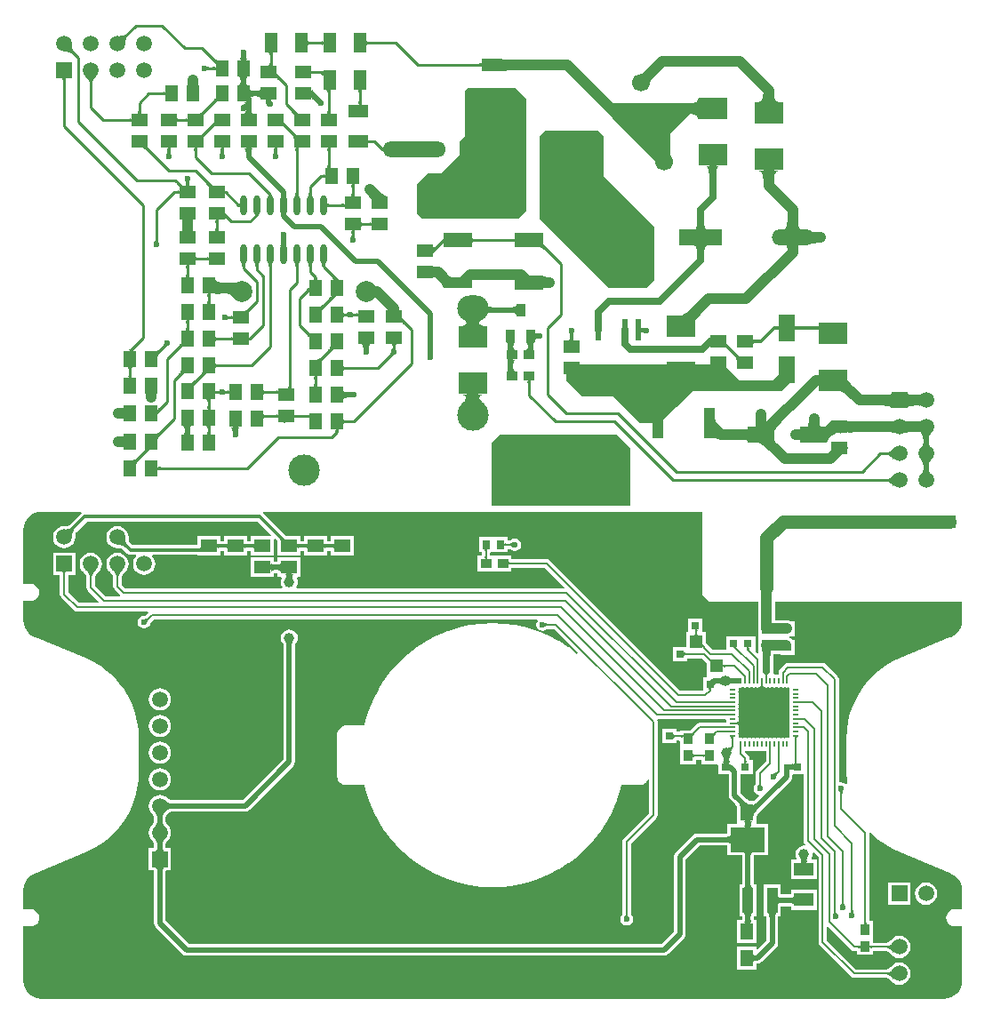
<source format=gtl>
G04 Layer_Physical_Order=1*
G04 Layer_Color=255*
%FSLAX44Y44*%
%MOMM*%
G71*
G01*
G75*
%ADD10R,2.7500X1.4000*%
%ADD11R,2.7500X1.0000*%
%ADD12R,1.6002X1.2700*%
%ADD13R,1.5000X2.5000*%
%ADD14R,1.0000X3.0000*%
%ADD15R,2.5000X1.5000*%
%ADD16R,2.7430X2.1590*%
%ADD17R,1.2700X1.6002*%
%ADD18R,0.6000X2.0000*%
%ADD19R,1.8500X1.3000*%
%ADD20R,1.3000X1.8500*%
%ADD21R,1.0000X0.9500*%
%ADD22R,0.8500X1.2000*%
%ADD23O,4.0640X1.5000*%
%ADD24R,4.0640X1.5000*%
%ADD25O,0.6000X1.9000*%
%ADD26C,1.0000*%
%ADD27C,0.2540*%
%ADD28C,5.0000*%
%ADD29C,0.3000*%
%ADD30C,0.7000*%
%ADD31C,0.5000*%
%ADD32R,0.8000X0.7500*%
%ADD33R,4.7000X4.7000*%
%ADD34O,0.6500X0.2000*%
%ADD35O,0.2000X0.6500*%
%ADD36R,0.7500X0.8000*%
%ADD37R,0.9500X1.0000*%
%ADD38C,1.0000*%
%ADD39R,1.3000X1.3000*%
%ADD40R,0.7620X0.8128*%
%ADD41R,1.0000X2.4000*%
%ADD42R,3.3000X2.4000*%
%ADD43C,0.2000*%
%ADD44C,1.2700*%
%ADD45R,0.7620X1.2700*%
%ADD46O,10.0000X4.0000*%
%ADD47R,1.5000X1.5000*%
%ADD48C,1.7000*%
%ADD49C,3.0000*%
%ADD50C,1.5000*%
%ADD51R,1.5000X1.5000*%
%ADD52O,6.0000X1.5000*%
%ADD53C,2.0000*%
%ADD54C,3.0000*%
%ADD55O,3.0000X2.5000*%
%ADD56C,0.6000*%
%ADD57C,1.0000*%
%ADD58C,0.6600*%
%ADD59C,1.0000*%
G36*
X358249Y156615D02*
X358033Y156538D01*
X357842Y156410D01*
X357677Y156230D01*
X357538Y155998D01*
X357423Y155716D01*
X357335Y155381D01*
X357271Y154996D01*
X357233Y154559D01*
X357220Y154071D01*
X354680D01*
X354668Y154559D01*
X354629Y154996D01*
X354566Y155381D01*
X354477Y155716D01*
X354363Y155998D01*
X354223Y156230D01*
X354058Y156410D01*
X353867Y156538D01*
X353652Y156615D01*
X353410Y156641D01*
X358490D01*
X358249Y156615D01*
D02*
G37*
G36*
X697961Y161835D02*
X698051Y161580D01*
X698201Y161355D01*
X698411Y161160D01*
X698681Y160995D01*
X699011Y160860D01*
X699401Y160755D01*
X699851Y160680D01*
X700361Y160635D01*
X700931Y160620D01*
Y157620D01*
X700361Y157605D01*
X699851Y157560D01*
X699401Y157485D01*
X699011Y157380D01*
X698681Y157245D01*
X698411Y157080D01*
X698201Y156885D01*
X698051Y156660D01*
X697961Y156405D01*
X697931Y156120D01*
Y162120D01*
X697961Y161835D01*
D02*
G37*
G36*
X185735Y163959D02*
X185812Y163743D01*
X185941Y163552D01*
X186120Y163387D01*
X186352Y163248D01*
X186635Y163133D01*
X186969Y163044D01*
X187354Y162981D01*
X187791Y162943D01*
X188280Y162930D01*
Y160390D01*
X187791Y160377D01*
X187354Y160339D01*
X186969Y160276D01*
X186635Y160187D01*
X186352Y160073D01*
X186120Y159933D01*
X185941Y159768D01*
X185812Y159577D01*
X185735Y159361D01*
X185709Y159120D01*
Y164200D01*
X185735Y163959D01*
D02*
G37*
G36*
X333805Y156591D02*
X333380Y156440D01*
X333005Y156188D01*
X332680Y155836D01*
X332405Y155383D01*
X332180Y154830D01*
X332005Y154176D01*
X331880Y153421D01*
X331805Y152566D01*
X331780Y151610D01*
X326780D01*
X326755Y152566D01*
X326680Y153421D01*
X326555Y154176D01*
X326380Y154830D01*
X326155Y155383D01*
X325880Y155836D01*
X325555Y156188D01*
X325180Y156440D01*
X324755Y156591D01*
X324280Y156641D01*
X334280D01*
X333805Y156591D01*
D02*
G37*
G36*
X154722Y153720D02*
X154601Y153934D01*
X154427Y154060D01*
X154200Y154098D01*
X153920Y154048D01*
X153587Y153909D01*
X153201Y153683D01*
X152763Y153368D01*
X152271Y152964D01*
X151130Y151894D01*
X150985Y155340D01*
X151417Y155791D01*
X152115Y156630D01*
X152381Y157019D01*
X152591Y157389D01*
X152746Y157738D01*
X152846Y158067D01*
X152890Y158376D01*
X152878Y158664D01*
X152811Y158933D01*
X154722Y153720D01*
D02*
G37*
G36*
X140020Y154850D02*
X139788Y154841D01*
X139558Y154810D01*
X139328Y154757D01*
X139100Y154681D01*
X138872Y154583D01*
X138646Y154462D01*
X138421Y154320D01*
X138198Y154155D01*
X137975Y153967D01*
X137754Y153757D01*
X135957Y155553D01*
X136167Y155775D01*
X136355Y155997D01*
X136520Y156221D01*
X136663Y156446D01*
X136783Y156672D01*
X136881Y156900D01*
X136957Y157128D01*
X137010Y157358D01*
X137042Y157588D01*
X137050Y157820D01*
X140020Y154850D01*
D02*
G37*
G36*
X273647Y168307D02*
X274683Y167412D01*
X275121Y167097D01*
X275507Y166871D01*
X275840Y166732D01*
X276120Y166682D01*
X276347Y166720D01*
X276521Y166846D01*
X276642Y167060D01*
X274731Y161847D01*
X274798Y162116D01*
X274810Y162405D01*
X274766Y162713D01*
X274666Y163042D01*
X274511Y163391D01*
X274301Y163761D01*
X274035Y164150D01*
X273714Y164560D01*
X273337Y164990D01*
X272905Y165440D01*
X273050Y168887D01*
X273647Y168307D01*
D02*
G37*
G36*
X526846Y167009D02*
X526744Y166859D01*
X526654Y166688D01*
X526576Y166494D01*
X526510Y166280D01*
X526456Y166043D01*
X526414Y165785D01*
X526384Y165506D01*
X526360Y164882D01*
X523360D01*
X523354Y165205D01*
X523306Y165785D01*
X523264Y166043D01*
X523210Y166280D01*
X523144Y166494D01*
X523066Y166688D01*
X522976Y166859D01*
X522874Y167009D01*
X522760Y167138D01*
X526960D01*
X526846Y167009D01*
D02*
G37*
G36*
X591330Y172735D02*
X591421Y172480D01*
X591572Y172255D01*
X591784Y172060D01*
X592057Y171895D01*
X592390Y171760D01*
X592784Y171655D01*
X593239Y171580D01*
X593269Y171577D01*
X593596Y171601D01*
X593809Y171637D01*
X593997Y171679D01*
X594162Y171727D01*
X594304Y171782D01*
X594422Y171844D01*
X594330Y171481D01*
Y168520D01*
X593754Y168505D01*
X593568Y168489D01*
X593386Y167773D01*
X593287Y167915D01*
X593163Y168042D01*
X593014Y168154D01*
X592841Y168251D01*
X592642Y168333D01*
X592618Y168341D01*
X592390Y168280D01*
X592057Y168145D01*
X591784Y167980D01*
X591572Y167785D01*
X591421Y167560D01*
X591330Y167305D01*
X591299Y167020D01*
Y168520D01*
X591278Y168520D01*
X591299Y168590D01*
Y173020D01*
X591330Y172735D01*
D02*
G37*
G36*
X201930Y159120D02*
X201904Y159361D01*
X201828Y159577D01*
X201701Y159768D01*
X201523Y159933D01*
X201295Y160073D01*
X201015Y160187D01*
X200685Y160276D01*
X200304Y160339D01*
X199872Y160377D01*
X199390Y160390D01*
Y162930D01*
X199872Y162943D01*
X200304Y162981D01*
X200685Y163044D01*
X201015Y163133D01*
X201295Y163248D01*
X201523Y163387D01*
X201701Y163552D01*
X201828Y163743D01*
X201904Y163959D01*
X201930Y164200D01*
Y159120D01*
D02*
G37*
G36*
X526375Y162784D02*
X526420Y162269D01*
X526495Y161814D01*
X526600Y161420D01*
X526735Y161087D01*
X526900Y160814D01*
X527095Y160602D01*
X527320Y160450D01*
X527575Y160359D01*
X527860Y160329D01*
X521860D01*
X522145Y160359D01*
X522400Y160450D01*
X522625Y160602D01*
X522820Y160814D01*
X522985Y161087D01*
X523120Y161420D01*
X523225Y161814D01*
X523300Y162269D01*
X523345Y162784D01*
X523360Y163360D01*
X526360D01*
X526375Y162784D01*
D02*
G37*
G36*
X490227Y168095D02*
X490345Y167855D01*
X490542Y167644D01*
X490817Y167461D01*
X491172Y167306D01*
X491605Y167179D01*
X492117Y167081D01*
X492708Y167010D01*
X493378Y166968D01*
X494126Y166954D01*
Y161954D01*
X493378Y161940D01*
X492117Y161827D01*
X491605Y161729D01*
X491172Y161602D01*
X490817Y161447D01*
X490542Y161264D01*
X490345Y161053D01*
X490227Y160813D01*
X490187Y160546D01*
Y168363D01*
X490227Y168095D01*
D02*
G37*
G36*
X298232Y151180D02*
X298054Y151338D01*
X297836Y151420D01*
X297577Y151426D01*
X297279Y151357D01*
X296940Y151212D01*
X296560Y150991D01*
X296141Y150695D01*
X295681Y150324D01*
X294640Y149354D01*
X293225Y151531D01*
X293714Y152037D01*
X294487Y152952D01*
X294772Y153360D01*
X294989Y153736D01*
X295137Y154079D01*
X295218Y154389D01*
X295230Y154666D01*
X295175Y154911D01*
X295051Y155123D01*
X298232Y151180D01*
D02*
G37*
G36*
X682972Y146661D02*
X684056Y145744D01*
X684539Y145407D01*
X684983Y145152D01*
X685387Y144977D01*
X685753Y144883D01*
X686079Y144871D01*
X686366Y144939D01*
X686613Y145089D01*
X682020Y141258D01*
X682204Y141472D01*
X682299Y141732D01*
X682305Y142039D01*
X682223Y142393D01*
X682052Y142794D01*
X681793Y143242D01*
X681445Y143736D01*
X681008Y144277D01*
X679868Y145501D01*
X682371Y147241D01*
X682972Y146661D01*
D02*
G37*
G36*
X288500Y143211D02*
X287569Y142152D01*
X287469Y142005D01*
X287397Y141879D01*
X287354Y141774D01*
X287340Y141691D01*
X281589Y141660D01*
X281944Y141680D01*
X282300Y141736D01*
X282657Y141828D01*
X283015Y141957D01*
X283374Y142121D01*
X283734Y142322D01*
X284094Y142559D01*
X284456Y142832D01*
X284818Y143141D01*
X285181Y143487D01*
X288773D01*
X288500Y143211D01*
D02*
G37*
G36*
X355920Y145960D02*
X355688Y145951D01*
X355458Y145920D01*
X355228Y145867D01*
X355000Y145791D01*
X354772Y145693D01*
X354546Y145572D01*
X354322Y145430D01*
X354098Y145265D01*
X353875Y145077D01*
X353654Y144867D01*
X351857Y146663D01*
X352067Y146885D01*
X352255Y147107D01*
X352420Y147331D01*
X352562Y147556D01*
X352683Y147782D01*
X352781Y148010D01*
X352857Y148238D01*
X352910Y148468D01*
X352942Y148698D01*
X352950Y148930D01*
X355920Y145960D01*
D02*
G37*
G36*
X106789Y134614D02*
X106573Y134538D01*
X106383Y134411D01*
X106217Y134233D01*
X106078Y134004D01*
X105963Y133725D01*
X105875Y133395D01*
X105811Y133014D01*
X105773Y132582D01*
X105760Y132100D01*
X103220D01*
X103208Y132582D01*
X103169Y133014D01*
X103106Y133395D01*
X103017Y133725D01*
X102903Y134004D01*
X102763Y134233D01*
X102598Y134411D01*
X102407Y134538D01*
X102191Y134614D01*
X101950Y134640D01*
X107030D01*
X106789Y134614D01*
D02*
G37*
G36*
X185735Y138559D02*
X185812Y138343D01*
X185941Y138152D01*
X186120Y137987D01*
X186352Y137848D01*
X186635Y137733D01*
X186969Y137644D01*
X187354Y137581D01*
X187791Y137543D01*
X188280Y137530D01*
Y134990D01*
X187791Y134977D01*
X187354Y134939D01*
X186969Y134876D01*
X186635Y134787D01*
X186352Y134673D01*
X186120Y134533D01*
X185941Y134368D01*
X185812Y134177D01*
X185735Y133961D01*
X185709Y133720D01*
Y138800D01*
X185735Y138559D01*
D02*
G37*
G36*
X471625Y141679D02*
X471200Y141527D01*
X470825Y141274D01*
X470500Y140922D01*
X470225Y140469D01*
X470000Y139916D01*
X469825Y139262D01*
X469700Y138509D01*
X469625Y137655D01*
X469600Y136700D01*
X464600D01*
X464590Y137651D01*
X464445Y139901D01*
X464358Y140450D01*
X464251Y140900D01*
X464125Y141250D01*
X463980Y141501D01*
X463815Y141650D01*
X463631Y141700D01*
X472100Y141731D01*
X471625Y141679D01*
D02*
G37*
G36*
X357229Y153173D02*
X357253Y152883D01*
X357295Y152608D01*
X357353Y152348D01*
X357428Y152103D01*
X357519Y151873D01*
X357627Y151658D01*
X357751Y151458D01*
X357892Y151273D01*
X358050Y151103D01*
X353850D01*
X354008Y151273D01*
X354149Y151458D01*
X354273Y151658D01*
X354381Y151873D01*
X354473Y152103D01*
X354547Y152348D01*
X354605Y152608D01*
X354647Y152883D01*
X354672Y153173D01*
X354680Y153478D01*
X357220D01*
X357229Y153173D01*
D02*
G37*
G36*
X470993Y158380D02*
X470701Y158230D01*
X470443Y157980D01*
X470219Y157630D01*
X470030Y157181D01*
X469875Y156630D01*
X469755Y155981D01*
X469669Y155230D01*
X469649Y154909D01*
X469700Y154332D01*
X469825Y153578D01*
X470000Y152924D01*
X470225Y152371D01*
X470500Y151918D01*
X470825Y151566D01*
X471200Y151313D01*
X471625Y151161D01*
X472100Y151109D01*
X463631Y151140D01*
X463815Y151190D01*
X463980Y151340D01*
X464125Y151590D01*
X464251Y151940D01*
X464358Y152390D01*
X464445Y152940D01*
X464513Y153590D01*
X464563Y154616D01*
X464445Y155981D01*
X464325Y156630D01*
X464170Y157181D01*
X463981Y157630D01*
X463758Y157980D01*
X463500Y158230D01*
X463207Y158380D01*
X462881Y158430D01*
X471320D01*
X470993Y158380D01*
D02*
G37*
G36*
X489891Y158435D02*
X489599Y158285D01*
X489341Y158035D01*
X489117Y157684D01*
X488928Y157235D01*
X488773Y156685D01*
X488653Y156035D01*
X488567Y155285D01*
X488537Y154794D01*
X488670Y152940D01*
X488766Y152390D01*
X488884Y151940D01*
X489023Y151590D01*
X489184Y151340D01*
X489366Y151190D01*
X489570Y151140D01*
X480998Y151109D01*
X481473Y151161D01*
X481898Y151313D01*
X482273Y151566D01*
X482598Y151918D01*
X482873Y152371D01*
X483098Y152924D01*
X483273Y153578D01*
X483398Y154331D01*
X483445Y154859D01*
X483344Y156035D01*
X483223Y156685D01*
X483068Y157235D01*
X482879Y157684D01*
X482656Y158035D01*
X482398Y158285D01*
X482105Y158435D01*
X481779Y158484D01*
X490218D01*
X489891Y158435D01*
D02*
G37*
G36*
X132926Y148930D02*
X132493Y148480D01*
X131795Y147640D01*
X131530Y147251D01*
X131319Y146882D01*
X131164Y146532D01*
X131065Y146203D01*
X131021Y145895D01*
X131032Y145606D01*
X131099Y145337D01*
X129189Y150550D01*
X129310Y150336D01*
X129484Y150210D01*
X129711Y150172D01*
X129991Y150222D01*
X130323Y150361D01*
X130709Y150588D01*
X131148Y150903D01*
X131639Y151306D01*
X132781Y152377D01*
X132926Y148930D01*
D02*
G37*
G36*
X108433Y152377D02*
X108104Y152030D01*
X107848Y151719D01*
X107666Y151445D01*
X107556Y151208D01*
X107520Y151007D01*
X107556Y150842D01*
X107666Y150715D01*
X107848Y150623D01*
X108104Y150568D01*
X108433Y150550D01*
X101249D01*
X101611Y150577D01*
X101993Y150659D01*
X102394Y150795D01*
X102815Y150986D01*
X103254Y151231D01*
X103713Y151531D01*
X104190Y151885D01*
X105203Y152757D01*
X105739Y153275D01*
X108433Y152377D01*
D02*
G37*
G36*
X672552Y158778D02*
X672616Y158354D01*
X672722Y157929D01*
X672870Y157505D01*
X673061Y157081D01*
X673294Y156657D01*
X673570Y156232D01*
X673888Y155808D01*
X674249Y155384D01*
X674652Y154959D01*
Y150717D01*
X672531Y152801D01*
Y159202D01*
X672552Y158778D01*
D02*
G37*
G36*
X300416Y201960D02*
X300060Y201904D01*
X299703Y201812D01*
X299345Y201683D01*
X298986Y201519D01*
X298627Y201318D01*
X298266Y201081D01*
X297905Y200808D01*
X297543Y200499D01*
X297180Y200154D01*
X293588D01*
X293860Y200429D01*
X294791Y201488D01*
X294892Y201635D01*
X294963Y201761D01*
X295006Y201866D01*
X295021Y201950D01*
X300772Y201980D01*
X300416Y201960D01*
D02*
G37*
G36*
X181719Y204464D02*
X181503Y204388D01*
X181313Y204261D01*
X181147Y204083D01*
X181008Y203855D01*
X180893Y203575D01*
X180805Y203245D01*
X180741Y202864D01*
X180703Y202432D01*
X180690Y201950D01*
X178150D01*
X178137Y202432D01*
X178099Y202864D01*
X178036Y203245D01*
X177947Y203575D01*
X177833Y203855D01*
X177693Y204083D01*
X177528Y204261D01*
X177337Y204388D01*
X177122Y204464D01*
X176880Y204489D01*
X181960D01*
X181719Y204464D01*
D02*
G37*
G36*
X185811Y218970D02*
X186114Y218120D01*
X186616Y217370D01*
X187319Y216720D01*
X188222Y216170D01*
X189325Y215720D01*
X190628Y215370D01*
X192132Y215120D01*
X193836Y214970D01*
X195740Y214920D01*
Y207008D01*
X198669Y214920D01*
X199776Y214929D01*
X204058Y215227D01*
X204664Y215337D01*
X205187Y215465D01*
X205626Y215610D01*
X205981Y215772D01*
X201869Y202389D01*
X201565Y202870D01*
X201174Y203300D01*
X200698Y203680D01*
X200137Y204009D01*
X199489Y204287D01*
X198756Y204515D01*
X197937Y204692D01*
X197033Y204819D01*
X196043Y204895D01*
X195466Y204908D01*
X185740Y204489D01*
X185709Y219920D01*
X185811Y218970D01*
D02*
G37*
G36*
X219667Y189951D02*
X219087Y189353D01*
X218193Y188318D01*
X217878Y187879D01*
X217651Y187493D01*
X217512Y187160D01*
X217462Y186881D01*
X217500Y186654D01*
X217626Y186480D01*
X217840Y186359D01*
X212628Y188269D01*
X212896Y188202D01*
X213185Y188191D01*
X213494Y188235D01*
X213822Y188334D01*
X214172Y188489D01*
X214541Y188699D01*
X214930Y188965D01*
X215340Y189286D01*
X215770Y189663D01*
X216220Y190096D01*
X219667Y189951D01*
D02*
G37*
G36*
X289136Y192110D02*
X288647Y191603D01*
X287873Y190688D01*
X287588Y190280D01*
X287372Y189904D01*
X287223Y189561D01*
X287143Y189251D01*
X287130Y188974D01*
X287186Y188729D01*
X287309Y188517D01*
X284129Y192460D01*
X284307Y192302D01*
X284525Y192220D01*
X284783Y192214D01*
X285082Y192283D01*
X285421Y192428D01*
X285800Y192649D01*
X286220Y192945D01*
X286680Y193316D01*
X287721Y194287D01*
X289136Y192110D01*
D02*
G37*
G36*
X180703Y197082D02*
X180741Y196645D01*
X180805Y196260D01*
X180893Y195926D01*
X181008Y195643D01*
X181147Y195411D01*
X181313Y195231D01*
X181503Y195103D01*
X181719Y195026D01*
X181960Y195000D01*
X176880D01*
X177122Y195026D01*
X177337Y195103D01*
X177528Y195231D01*
X177693Y195411D01*
X177833Y195643D01*
X177947Y195926D01*
X178036Y196260D01*
X178099Y196645D01*
X178137Y197082D01*
X178150Y197571D01*
X180690D01*
X180703Y197082D01*
D02*
G37*
G36*
X404081Y226042D02*
X409335Y221551D01*
X410292Y220944D01*
X411106Y220543D01*
X411777Y220349D01*
X412306Y220361D01*
X412692Y220579D01*
X411251Y219106D01*
X411280Y219091D01*
X411792Y218868D01*
X412050Y218779D01*
X412309Y218868D01*
X412821Y219091D01*
X413285Y219343D01*
X413701Y219625D01*
Y218365D01*
X414320Y218274D01*
X415872Y218155D01*
X416720Y218140D01*
Y213140D01*
X415872Y213125D01*
X414320Y213006D01*
X413701Y212915D01*
Y211655D01*
X413285Y211937D01*
X412821Y212190D01*
X412309Y212412D01*
X412050Y212501D01*
X411792Y212412D01*
X411280Y212190D01*
X410816Y211937D01*
X410400Y211655D01*
Y212915D01*
X409780Y213006D01*
X408228Y213125D01*
X407380Y213140D01*
Y215148D01*
X403001Y210671D01*
X402930Y211174D01*
X402718Y211773D01*
X402364Y212469D01*
X401869Y213260D01*
X401233Y214147D01*
X399536Y216208D01*
X397273Y218653D01*
X395930Y220019D01*
X402411Y227681D01*
X404081Y226042D01*
D02*
G37*
G36*
X282299Y219664D02*
X282373Y218963D01*
X282437Y218679D01*
X282520Y218438D01*
X282621Y218241D01*
X282741Y218088D01*
X282879Y217978D01*
X283035Y217913D01*
X283210Y217891D01*
X278831D01*
X279005Y217913D01*
X279162Y217978D01*
X279300Y218088D01*
X279419Y218241D01*
X279520Y218438D01*
X279603Y218679D01*
X279667Y218963D01*
X279713Y219292D01*
X279741Y219664D01*
X279750Y220080D01*
X282290D01*
X282299Y219664D01*
D02*
G37*
G36*
X300621Y220073D02*
X301627Y219211D01*
X302103Y218860D01*
X302561Y218564D01*
X303001Y218322D01*
X303423Y218133D01*
X303827Y217998D01*
X304214Y217917D01*
X304582Y217891D01*
X297398D01*
X297721Y217908D01*
X297972Y217962D01*
X298152Y218052D01*
X298260Y218178D01*
X298296Y218340D01*
X298260Y218537D01*
X298152Y218771D01*
X297972Y219040D01*
X297721Y219345D01*
X297398Y219687D01*
X300092Y220585D01*
X300621Y220073D01*
D02*
G37*
G36*
X274731Y205088D02*
X274713Y205417D01*
X274658Y205673D01*
X274567Y205856D01*
X274439Y205965D01*
X274275Y206002D01*
X274074Y205965D01*
X273836Y205856D01*
X273562Y205673D01*
X273252Y205417D01*
X272905Y205088D01*
Y208680D01*
X273252Y209045D01*
X273562Y209409D01*
X273836Y209771D01*
X274074Y210132D01*
X274275Y210492D01*
X274439Y210850D01*
X274567Y211208D01*
X274658Y211564D01*
X274713Y211919D01*
X274731Y212273D01*
Y205088D01*
D02*
G37*
G36*
X497969Y221418D02*
X498149Y221255D01*
X498448Y221111D01*
X498868Y220986D01*
X499407Y220880D01*
X500066Y220794D01*
X501744Y220679D01*
X503900Y220640D01*
Y210640D01*
X502762Y210630D01*
X499407Y210400D01*
X498868Y210294D01*
X498448Y210169D01*
X498149Y210025D01*
X497969Y209862D01*
X497909Y209680D01*
Y221600D01*
X497969Y221418D01*
D02*
G37*
G36*
X555340Y354700D02*
Y344540D01*
Y316600D01*
X588360Y283580D01*
X603600Y268340D01*
Y258180D01*
Y217540D01*
X595980Y209920D01*
X560420D01*
X509620Y260720D01*
X494380Y275960D01*
Y283580D01*
Y339460D01*
Y354700D01*
X499460Y359780D01*
X550260D01*
X555340Y354700D01*
D02*
G37*
G36*
X656943Y194760D02*
X656595Y194691D01*
X656139Y194484D01*
X655573Y194139D01*
X654900Y193655D01*
X653226Y192275D01*
X649901Y189170D01*
X648575Y187859D01*
X645040Y191395D01*
X646350Y192721D01*
X651319Y198393D01*
X651664Y198958D01*
X651871Y199415D01*
X651940Y199763D01*
X656943Y194760D01*
D02*
G37*
G36*
X161399Y179064D02*
X161183Y178988D01*
X160993Y178861D01*
X160827Y178683D01*
X160688Y178454D01*
X160573Y178175D01*
X160485Y177845D01*
X160421Y177464D01*
X160383Y177032D01*
X160370Y176549D01*
X157830D01*
X157817Y177032D01*
X157779Y177464D01*
X157716Y177845D01*
X157627Y178175D01*
X157513Y178454D01*
X157373Y178683D01*
X157208Y178861D01*
X157017Y178988D01*
X156802Y179064D01*
X156560Y179090D01*
X161640D01*
X161399Y179064D01*
D02*
G37*
G36*
X201930Y179440D02*
X201904Y179681D01*
X201828Y179897D01*
X201701Y180088D01*
X201523Y180253D01*
X201295Y180392D01*
X201015Y180507D01*
X200685Y180596D01*
X200304Y180659D01*
X199872Y180697D01*
X199390Y180710D01*
Y183250D01*
X199872Y183263D01*
X200304Y183301D01*
X200685Y183364D01*
X201015Y183453D01*
X201295Y183568D01*
X201523Y183707D01*
X201701Y183872D01*
X201828Y184063D01*
X201904Y184279D01*
X201930Y184520D01*
Y179440D01*
D02*
G37*
G36*
X196973Y183922D02*
X197158Y183781D01*
X197358Y183657D01*
X197573Y183549D01*
X197803Y183458D01*
X198048Y183383D01*
X198308Y183325D01*
X198583Y183283D01*
X198873Y183258D01*
X199178Y183250D01*
X199178Y180710D01*
X198873Y180702D01*
X198583Y180677D01*
X198308Y180635D01*
X198048Y180577D01*
X197803Y180502D01*
X197573Y180411D01*
X197358Y180303D01*
X197158Y180179D01*
X196973Y180038D01*
X196803Y179880D01*
X196803Y184080D01*
X196973Y183922D01*
D02*
G37*
G36*
X436030Y182299D02*
X436142Y181031D01*
X440961D01*
X440014Y180908D01*
X439168Y180540D01*
X438421Y179928D01*
X437773Y179070D01*
X437225Y177967D01*
X436992Y177266D01*
X437230Y176682D01*
X437780Y175779D01*
X438430Y175077D01*
X439180Y174575D01*
X440030Y174274D01*
X440980Y174174D01*
X436313D01*
X436180Y173188D01*
X436030Y171105D01*
X435980Y168777D01*
X425980D01*
X425931Y171105D01*
X425619Y174174D01*
X420980D01*
X421930Y174274D01*
X422780Y174575D01*
X423530Y175077D01*
X424180Y175779D01*
X424730Y176682D01*
X424968Y177266D01*
X424735Y177967D01*
X424188Y179070D01*
X423540Y179928D01*
X422793Y180540D01*
X421946Y180908D01*
X421000Y181031D01*
X425819D01*
X425930Y182299D01*
X425980Y184205D01*
X435980D01*
X436030Y182299D01*
D02*
G37*
G36*
X160383Y171688D02*
X160421Y171256D01*
X160485Y170875D01*
X160573Y170545D01*
X160688Y170266D01*
X160827Y170037D01*
X160993Y169859D01*
X161183Y169732D01*
X161399Y169656D01*
X161640Y169631D01*
X156560D01*
X156802Y169656D01*
X157017Y169732D01*
X157208Y169859D01*
X157373Y170037D01*
X157513Y170266D01*
X157627Y170545D01*
X157716Y170875D01*
X157779Y171256D01*
X157817Y171688D01*
X157830Y172171D01*
X160370D01*
X160383Y171688D01*
D02*
G37*
G36*
X363910Y182326D02*
X363966Y181970D01*
X364059Y181613D01*
X364187Y181255D01*
X364352Y180896D01*
X364552Y180536D01*
X364789Y180176D01*
X365062Y179815D01*
X365371Y179452D01*
X365717Y179090D01*
Y175497D01*
X365441Y175770D01*
X364382Y176701D01*
X364235Y176801D01*
X364109Y176873D01*
X364004Y176916D01*
X363921Y176931D01*
X363890Y182682D01*
X363910Y182326D01*
D02*
G37*
G36*
X649756Y187285D02*
X647642Y185100D01*
X644350Y181245D01*
X643171Y179574D01*
X642565Y178524D01*
X642654Y178433D01*
X642554Y178505D01*
X642305Y178074D01*
X641751Y176745D01*
X641509Y175588D01*
X641579Y174601D01*
X641961Y173786D01*
X642654Y173142D01*
X625623Y184334D01*
X626529Y183903D01*
X627548Y183725D01*
X628680Y183801D01*
X629925Y184130D01*
X631283Y184713D01*
X632753Y185551D01*
X634337Y186641D01*
X636033Y187986D01*
X637842Y189584D01*
X639765Y191436D01*
X649756Y187285D01*
D02*
G37*
G36*
X472411Y184400D02*
X472361Y184875D01*
X472210Y185300D01*
X471958Y185675D01*
X471606Y186000D01*
X471153Y186275D01*
X470600Y186500D01*
X469946Y186675D01*
X469192Y186800D01*
X468336Y186875D01*
X467381Y186900D01*
Y191900D01*
X468336Y191925D01*
X469192Y192000D01*
X469946Y192125D01*
X470600Y192300D01*
X471153Y192525D01*
X471606Y192800D01*
X471958Y193125D01*
X472210Y193500D01*
X472361Y193925D01*
X472411Y194400D01*
Y184400D01*
D02*
G37*
G36*
X445449Y193919D02*
X445563Y193496D01*
X445800Y193122D01*
X446161Y192798D01*
X446645Y192523D01*
X447253Y192299D01*
X447984Y192125D01*
X448838Y192000D01*
X449816Y191925D01*
X450918Y191900D01*
X450279Y186900D01*
X449156Y186875D01*
X447243Y186677D01*
X446453Y186503D01*
X445773Y186279D01*
X445204Y186006D01*
X444745Y185683D01*
X444398Y185310D01*
X444161Y184888D01*
X444034Y184416D01*
X445458Y194393D01*
X445449Y193919D01*
D02*
G37*
G36*
X321310Y181980D02*
X321284Y182221D01*
X321208Y182437D01*
X321081Y182628D01*
X320903Y182793D01*
X320675Y182933D01*
X320395Y183047D01*
X320065Y183136D01*
X319684Y183199D01*
X319252Y183237D01*
X318770Y183250D01*
Y185790D01*
X319252Y185803D01*
X319684Y185841D01*
X320065Y185904D01*
X320395Y185993D01*
X320675Y186108D01*
X320903Y186247D01*
X321081Y186412D01*
X321208Y186603D01*
X321284Y186819D01*
X321310Y187060D01*
Y181980D01*
D02*
G37*
G36*
X307655Y186819D02*
X307732Y186603D01*
X307861Y186412D01*
X308041Y186247D01*
X308272Y186108D01*
X308555Y185993D01*
X308889Y185904D01*
X309274Y185841D01*
X309711Y185803D01*
X309839Y185799D01*
X310117Y185823D01*
X310392Y185865D01*
X310652Y185923D01*
X310897Y185998D01*
X311127Y186089D01*
X311342Y186197D01*
X311542Y186321D01*
X311728Y186462D01*
X311898Y186620D01*
Y182420D01*
X311728Y182578D01*
X311542Y182719D01*
X311342Y182843D01*
X311127Y182951D01*
X310897Y183043D01*
X310652Y183117D01*
X310392Y183175D01*
X310117Y183217D01*
X309839Y183241D01*
X309711Y183237D01*
X309274Y183199D01*
X308889Y183136D01*
X308555Y183047D01*
X308272Y182933D01*
X308041Y182793D01*
X307861Y182628D01*
X307732Y182437D01*
X307655Y182221D01*
X307629Y181980D01*
Y187060D01*
X307655Y186819D01*
D02*
G37*
G36*
X316353Y186462D02*
X316538Y186321D01*
X316738Y186197D01*
X316953Y186089D01*
X317183Y185998D01*
X317428Y185923D01*
X317688Y185865D01*
X317963Y185823D01*
X318253Y185798D01*
X318558Y185790D01*
Y183250D01*
X318253Y183242D01*
X317963Y183217D01*
X317688Y183175D01*
X317428Y183117D01*
X317183Y183043D01*
X316953Y182951D01*
X316738Y182843D01*
X316538Y182719D01*
X316353Y182578D01*
X316183Y182420D01*
Y186620D01*
X316353Y186462D01*
D02*
G37*
G36*
X307655Y136019D02*
X307732Y135803D01*
X307861Y135612D01*
X308041Y135447D01*
X308272Y135308D01*
X308555Y135193D01*
X308889Y135104D01*
X309274Y135041D01*
X309711Y135003D01*
X310200Y134990D01*
Y132450D01*
X309711Y132437D01*
X309274Y132399D01*
X308889Y132336D01*
X308555Y132247D01*
X308272Y132133D01*
X308041Y131993D01*
X307861Y131828D01*
X307732Y131637D01*
X307655Y131421D01*
X307629Y131180D01*
Y136260D01*
X307655Y136019D01*
D02*
G37*
G36*
X761028Y83978D02*
X761250Y81482D01*
X761443Y80467D01*
X761693Y79609D01*
X761998Y78907D01*
X762358Y78361D01*
X762773Y77971D01*
X763244Y77737D01*
X763771Y77659D01*
X762226D01*
X762510Y77164D01*
X762923Y76837D01*
X763447Y76709D01*
X764083Y76780D01*
X764831Y77049D01*
X765690Y77517D01*
X766593Y78137D01*
X772160Y84159D01*
X781603Y71521D01*
X780917Y72178D01*
X780070Y72533D01*
X779060Y72584D01*
X777889Y72332D01*
X776555Y71776D01*
X775060Y70918D01*
X773403Y69756D01*
X771733Y68410D01*
X769837Y66249D01*
X769201Y65359D01*
X768706Y64564D01*
X768353Y63864D01*
X768140Y63260D01*
X768070Y62751D01*
X767334Y64626D01*
X761553Y72684D01*
X763392Y74674D01*
X762221Y77659D01*
X748230D01*
X748756Y77737D01*
X749227Y77971D01*
X749643Y78361D01*
X750003Y78907D01*
X750308Y79609D01*
X750557Y80467D01*
X750751Y81482D01*
X750889Y82652D01*
X750973Y83978D01*
X751000Y85460D01*
X761000D01*
X761028Y83978D01*
D02*
G37*
G36*
X788201Y83909D02*
X788501Y83685D01*
X789001Y83487D01*
X789701Y83315D01*
X790601Y83170D01*
X793001Y82959D01*
X796201Y82853D01*
X798101Y82840D01*
Y72840D01*
X796201Y72827D01*
X789701Y72365D01*
X789001Y72193D01*
X788501Y71996D01*
X788201Y71771D01*
X788101Y71521D01*
Y84159D01*
X788201Y83909D01*
D02*
G37*
G36*
X209345Y77439D02*
X208920Y77290D01*
X208545Y77039D01*
X208220Y76690D01*
X207945Y76240D01*
X207720Y75690D01*
X207545Y75040D01*
X207420Y74289D01*
X207345Y73440D01*
X207320Y72490D01*
X202320D01*
X202295Y73440D01*
X202220Y74289D01*
X202095Y75040D01*
X201920Y75690D01*
X201695Y76240D01*
X201420Y76690D01*
X201095Y77039D01*
X200720Y77290D01*
X200295Y77439D01*
X199820Y77490D01*
X209820D01*
X209345Y77439D01*
D02*
G37*
G36*
X162892Y78719D02*
X162621Y78596D01*
X162381Y78391D01*
X162174Y78104D01*
X161999Y77736D01*
X161855Y77285D01*
X161744Y76753D01*
X161664Y76139D01*
X161616Y75443D01*
X161600Y74665D01*
X161616Y73881D01*
X161744Y72561D01*
X161855Y72025D01*
X161999Y71571D01*
X162174Y71200D01*
X162381Y70911D01*
X162621Y70705D01*
X162892Y70581D01*
X163195Y70540D01*
X155006D01*
X155309Y70581D01*
X155580Y70705D01*
X155819Y70911D01*
X156026Y71200D01*
X156202Y71571D01*
X156345Y72025D01*
X156457Y72561D01*
X156537Y73180D01*
X156584Y73881D01*
X156600Y74665D01*
X156584Y75443D01*
X156457Y76753D01*
X156345Y77285D01*
X156202Y77736D01*
X156026Y78104D01*
X155819Y78391D01*
X155580Y78596D01*
X155309Y78719D01*
X155006Y78759D01*
X163195D01*
X162892Y78719D01*
D02*
G37*
G36*
X180703Y72622D02*
X180741Y72185D01*
X180805Y71800D01*
X180893Y71466D01*
X181008Y71183D01*
X181147Y70951D01*
X181313Y70771D01*
X181503Y70643D01*
X181719Y70566D01*
X181960Y70540D01*
X176880D01*
X177122Y70566D01*
X177337Y70643D01*
X177528Y70771D01*
X177693Y70951D01*
X177833Y71183D01*
X177947Y71466D01*
X178036Y71800D01*
X178099Y72185D01*
X178137Y72622D01*
X178150Y73111D01*
X180690D01*
X180703Y72622D01*
D02*
G37*
G36*
X132926Y70190D02*
X132493Y69740D01*
X131795Y68900D01*
X131530Y68511D01*
X131319Y68141D01*
X131164Y67792D01*
X131065Y67463D01*
X131021Y67155D01*
X131032Y66866D01*
X131099Y66597D01*
X129189Y71810D01*
X129310Y71596D01*
X129484Y71470D01*
X129711Y71432D01*
X129991Y71482D01*
X130323Y71621D01*
X130709Y71848D01*
X131148Y72162D01*
X131639Y72566D01*
X132781Y73637D01*
X132926Y70190D01*
D02*
G37*
G36*
X303355Y74928D02*
X303199Y74862D01*
X303061Y74752D01*
X302941Y74599D01*
X302840Y74402D01*
X302757Y74161D01*
X302693Y73877D01*
X302647Y73548D01*
X302619Y73176D01*
X302610Y72760D01*
X300070D01*
X300061Y73176D01*
X299988Y73877D01*
X299923Y74161D01*
X299840Y74402D01*
X299739Y74599D01*
X299620Y74752D01*
X299482Y74862D01*
X299326Y74928D01*
X299151Y74949D01*
X303530D01*
X303355Y74928D01*
D02*
G37*
G36*
X181719Y78734D02*
X181503Y78658D01*
X181313Y78531D01*
X181147Y78353D01*
X181008Y78124D01*
X180893Y77845D01*
X180805Y77515D01*
X180741Y77134D01*
X180703Y76702D01*
X180690Y76220D01*
X178150D01*
X178137Y76702D01*
X178099Y77134D01*
X178036Y77515D01*
X177947Y77845D01*
X177833Y78124D01*
X177693Y78353D01*
X177528Y78531D01*
X177337Y78658D01*
X177122Y78734D01*
X176880Y78759D01*
X181960D01*
X181719Y78734D01*
D02*
G37*
G36*
X725141Y82690D02*
X722933Y80412D01*
X719517Y76432D01*
X718307Y74730D01*
X717431Y73219D01*
X716887Y71901D01*
X716698Y70894D01*
X718039Y71493D01*
X717234Y70960D01*
X716766Y70232D01*
X716756Y70162D01*
X716798Y69840D01*
X717252Y69098D01*
X718039Y68547D01*
X716652Y69209D01*
X716839Y68187D01*
X717381Y66870D01*
X718260Y65358D01*
X719475Y63650D01*
X721027Y61746D01*
X725141Y57351D01*
X712670Y55679D01*
X710859Y57420D01*
X707502Y60214D01*
X705955Y61268D01*
X704497Y62092D01*
X703127Y62688D01*
X701845Y63055D01*
X700651Y63192D01*
X699545Y63101D01*
X698528Y62781D01*
X714849Y70068D01*
X698928Y77659D01*
X699927Y77321D01*
X701019Y77216D01*
X702203Y77344D01*
X703479Y77704D01*
X704847Y78298D01*
X706307Y79125D01*
X707860Y80184D01*
X709504Y81477D01*
X711241Y83002D01*
X713070Y84761D01*
X725141Y82690D01*
D02*
G37*
G36*
X837301Y77897D02*
X831847Y72551D01*
X831750Y72606D01*
X827942Y72837D01*
X827087Y72840D01*
X827340Y82840D01*
X830762Y82892D01*
X831532Y82942D01*
X831788Y82974D01*
X831959Y83009D01*
X832044Y83049D01*
X837301Y77897D01*
D02*
G37*
G36*
X842642Y83009D02*
X842813Y82974D01*
X843069Y82942D01*
X843839Y82892D01*
X847261Y82840D01*
X847514Y72840D01*
X846659Y72837D01*
X842851Y72606D01*
X842755Y72551D01*
X837301Y77897D01*
X842557Y83049D01*
X842642Y83009D01*
D02*
G37*
G36*
X857247Y72551D02*
X857150Y72606D01*
X856969Y72655D01*
X856703Y72698D01*
X856354Y72736D01*
X854800Y72814D01*
X852487Y72840D01*
X852740Y82840D01*
X857444Y83049D01*
X857247Y72551D01*
D02*
G37*
G36*
X661012Y87716D02*
X661226Y86605D01*
X661581Y85457D01*
X662079Y84273D01*
X662718Y83053D01*
X663499Y81797D01*
X664422Y80505D01*
X665487Y79176D01*
X668041Y76410D01*
X663625Y66684D01*
X663120Y67160D01*
X662669Y67523D01*
X662271Y67775D01*
X661926Y67915D01*
X661633Y67944D01*
X661395Y67860D01*
X661209Y67665D01*
X661076Y67359D01*
X660996Y66940D01*
X660970Y66410D01*
X660939Y88792D01*
X661012Y87716D01*
D02*
G37*
G36*
X131125Y40769D02*
X131202Y40553D01*
X131331Y40362D01*
X131510Y40197D01*
X131742Y40058D01*
X132025Y39943D01*
X132359Y39854D01*
X132744Y39791D01*
X133181Y39753D01*
X133670Y39740D01*
Y37200D01*
X133181Y37187D01*
X132744Y37149D01*
X132359Y37086D01*
X132025Y36997D01*
X131742Y36883D01*
X131510Y36743D01*
X131331Y36578D01*
X131202Y36387D01*
X131125Y36171D01*
X131099Y35930D01*
Y41010D01*
X131125Y40769D01*
D02*
G37*
G36*
X867428Y46395D02*
X866961Y45831D01*
X866548Y45251D01*
X866191Y44654D01*
X865888Y44041D01*
X865641Y43411D01*
X865448Y42765D01*
X865311Y42102D01*
X865228Y41423D01*
X865201Y40728D01*
X860201D01*
X860173Y41423D01*
X860091Y42102D01*
X859953Y42765D01*
X859761Y43411D01*
X859513Y44041D01*
X859211Y44654D01*
X858853Y45251D01*
X858441Y45831D01*
X857973Y46395D01*
X857451Y46943D01*
X867951D01*
X867428Y46395D01*
D02*
G37*
G36*
X112606Y46060D02*
X112117Y45553D01*
X111343Y44638D01*
X111058Y44230D01*
X110842Y43854D01*
X110693Y43511D01*
X110612Y43201D01*
X110600Y42924D01*
X110656Y42679D01*
X110779Y42467D01*
X107599Y46410D01*
X107776Y46252D01*
X107995Y46170D01*
X108253Y46164D01*
X108552Y46233D01*
X108891Y46378D01*
X109270Y46599D01*
X109690Y46895D01*
X110150Y47266D01*
X111191Y48237D01*
X112606Y46060D01*
D02*
G37*
G36*
X570580Y67680D02*
X580740Y57520D01*
Y34660D01*
Y2655D01*
X448660D01*
Y4180D01*
Y62600D01*
X456280Y70220D01*
X568040D01*
X570580Y67680D01*
D02*
G37*
G36*
X831945Y21649D02*
X831177Y22405D01*
X829718Y23679D01*
X829026Y24196D01*
X828360Y24634D01*
X827719Y24992D01*
X827104Y25271D01*
X826513Y25470D01*
X825948Y25589D01*
X825409Y25629D01*
Y28169D01*
X825948Y28209D01*
X826513Y28328D01*
X827104Y28527D01*
X827719Y28806D01*
X828360Y29164D01*
X829026Y29602D01*
X829718Y30119D01*
X831177Y31393D01*
X831945Y32149D01*
Y21649D01*
D02*
G37*
G36*
X865228Y37774D02*
X865311Y37095D01*
X865448Y36432D01*
X865641Y35786D01*
X865888Y35156D01*
X866191Y34543D01*
X866548Y33946D01*
X866961Y33366D01*
X867428Y32802D01*
X867951Y32255D01*
X857451D01*
X857973Y32802D01*
X858441Y33366D01*
X858853Y33946D01*
X859211Y34543D01*
X859513Y35156D01*
X859761Y35786D01*
X859953Y36432D01*
X860091Y37095D01*
X860173Y37774D01*
X860201Y38470D01*
X865201D01*
X865228Y37774D01*
D02*
G37*
G36*
X98201Y58760D02*
X98150Y58781D01*
X97996Y58799D01*
X97739Y58816D01*
X93060Y58870D01*
Y68870D01*
X98201Y68980D01*
Y58760D01*
D02*
G37*
G36*
X760353Y63895D02*
X760063Y64139D01*
X759285Y64718D01*
X759056Y64859D01*
X758842Y64974D01*
X758644Y65064D01*
X758461Y65129D01*
X758293Y65167D01*
X758140Y65180D01*
Y70180D01*
X758293Y70193D01*
X758461Y70231D01*
X758644Y70296D01*
X758842Y70386D01*
X759056Y70501D01*
X759285Y70642D01*
X759788Y71002D01*
X760353Y71465D01*
Y63895D01*
D02*
G37*
G36*
X693161Y64510D02*
X693104Y64645D01*
X692932Y64765D01*
X692645Y64872D01*
X692243Y64964D01*
X691726Y65042D01*
X690348Y65156D01*
X687420Y65220D01*
Y75220D01*
X688511Y75227D01*
X692243Y75476D01*
X692645Y75568D01*
X692932Y75675D01*
X693104Y75795D01*
X693161Y75931D01*
Y64510D01*
D02*
G37*
G36*
X831945Y47049D02*
X831177Y47805D01*
X829718Y49079D01*
X829026Y49596D01*
X828360Y50034D01*
X827719Y50392D01*
X827104Y50671D01*
X826513Y50870D01*
X825948Y50989D01*
X825409Y51029D01*
Y53569D01*
X825948Y53609D01*
X826513Y53728D01*
X827104Y53927D01*
X827719Y54206D01*
X828360Y54564D01*
X829026Y55002D01*
X829718Y55519D01*
X831177Y56793D01*
X831945Y57549D01*
Y47049D01*
D02*
G37*
G36*
X123883Y55882D02*
X123523Y55828D01*
X123164Y55738D01*
X122805Y55612D01*
X122446Y55451D01*
X122086Y55253D01*
X121727Y55019D01*
X121368Y54750D01*
X121009Y54445D01*
X120650Y54103D01*
X117058D01*
X117395Y54445D01*
X118514Y55738D01*
X118549Y55828D01*
X118542Y55882D01*
X118491Y55900D01*
X124242D01*
X123883Y55882D01*
D02*
G37*
G36*
X866041Y73871D02*
X865865Y73401D01*
X865709Y72757D01*
X865641Y72343D01*
X867951D01*
X867428Y71795D01*
X866961Y71231D01*
X866548Y70651D01*
X866191Y70054D01*
X865888Y69441D01*
X865641Y68811D01*
X865448Y68165D01*
X865311Y67502D01*
X865280Y67251D01*
X865211Y65233D01*
X865203Y63808D01*
X865228Y63174D01*
X865311Y62495D01*
X865448Y61832D01*
X865641Y61186D01*
X865888Y60556D01*
X866191Y59943D01*
X866548Y59346D01*
X866961Y58766D01*
X867428Y58202D01*
X867951Y57655D01*
X857451D01*
X857973Y58202D01*
X858441Y58766D01*
X858853Y59346D01*
X859211Y59943D01*
X859513Y60556D01*
X859761Y61186D01*
X859953Y61832D01*
X860091Y62495D01*
X860173Y63174D01*
X860198Y63808D01*
X860190Y65233D01*
X860016Y67861D01*
X859953Y68165D01*
X859761Y68811D01*
X859513Y69441D01*
X859211Y70054D01*
X858853Y70651D01*
X858441Y71231D01*
X857973Y71795D01*
X857451Y72343D01*
X859719D01*
X859692Y72757D01*
X859536Y73401D01*
X859360Y73871D01*
X859163Y74166D01*
X866238D01*
X866041Y73871D01*
D02*
G37*
G36*
X258173Y116691D02*
X258211Y116254D01*
X258274Y115869D01*
X258363Y115534D01*
X258478Y115252D01*
X258617Y115020D01*
X258783Y114840D01*
X258973Y114712D01*
X259189Y114635D01*
X259430Y114609D01*
X254350D01*
X254592Y114635D01*
X254807Y114712D01*
X254998Y114840D01*
X255163Y115020D01*
X255303Y115252D01*
X255417Y115534D01*
X255506Y115869D01*
X255569Y116254D01*
X255607Y116691D01*
X255620Y117179D01*
X258160D01*
X258173Y116691D01*
D02*
G37*
G36*
X282303Y118348D02*
X282341Y117916D01*
X282404Y117535D01*
X282493Y117205D01*
X282608Y116926D01*
X282747Y116697D01*
X282913Y116519D01*
X283103Y116392D01*
X283319Y116316D01*
X283560Y116291D01*
X278480D01*
X278722Y116316D01*
X278937Y116392D01*
X279128Y116519D01*
X279293Y116697D01*
X279433Y116926D01*
X279547Y117205D01*
X279636Y117535D01*
X279699Y117916D01*
X279737Y118348D01*
X279750Y118831D01*
X282290D01*
X282303Y118348D01*
D02*
G37*
G36*
X486899Y121385D02*
X486683Y121308D01*
X486493Y121180D01*
X486327Y121000D01*
X486188Y120768D01*
X486073Y120486D01*
X485984Y120152D01*
X485921Y119766D01*
X485883Y119329D01*
X485870Y118841D01*
X483330D01*
X483317Y119329D01*
X483279Y119766D01*
X483216Y120152D01*
X483127Y120486D01*
X483013Y120768D01*
X482873Y121000D01*
X482708Y121180D01*
X482517Y121308D01*
X482301Y121385D01*
X482060Y121411D01*
X487140D01*
X486899Y121385D01*
D02*
G37*
G36*
X231455Y113159D02*
X231532Y112943D01*
X231661Y112752D01*
X231840Y112587D01*
X232072Y112448D01*
X232355Y112333D01*
X232689Y112244D01*
X233074Y112181D01*
X233511Y112143D01*
X234000Y112130D01*
Y109590D01*
X233511Y109577D01*
X233074Y109539D01*
X232689Y109476D01*
X232355Y109387D01*
X232072Y109273D01*
X231840Y109133D01*
X231661Y108968D01*
X231532Y108777D01*
X231455Y108561D01*
X231429Y108320D01*
Y113400D01*
X231455Y113159D01*
D02*
G37*
G36*
X245110Y108320D02*
X245084Y108561D01*
X245008Y108777D01*
X244881Y108968D01*
X244703Y109133D01*
X244475Y109273D01*
X244195Y109387D01*
X243865Y109476D01*
X243484Y109539D01*
X243052Y109577D01*
X242570Y109590D01*
Y112130D01*
X243052Y112143D01*
X243484Y112181D01*
X243865Y112244D01*
X244195Y112333D01*
X244475Y112448D01*
X244703Y112587D01*
X244881Y112752D01*
X245008Y112943D01*
X245084Y113159D01*
X245110Y113400D01*
Y108320D01*
D02*
G37*
G36*
X198531D02*
X198505Y108561D01*
X198428Y108777D01*
X198300Y108968D01*
X198120Y109133D01*
X197889Y109273D01*
X197606Y109387D01*
X197272Y109476D01*
X196886Y109539D01*
X196449Y109577D01*
X196321Y109581D01*
X196043Y109557D01*
X195768Y109515D01*
X195508Y109457D01*
X195263Y109383D01*
X195033Y109291D01*
X194818Y109183D01*
X194618Y109059D01*
X194433Y108918D01*
X194263Y108760D01*
Y112960D01*
X194433Y112802D01*
X194618Y112661D01*
X194818Y112537D01*
X195033Y112429D01*
X195263Y112338D01*
X195508Y112263D01*
X195768Y112205D01*
X196043Y112163D01*
X196321Y112139D01*
X196449Y112143D01*
X196886Y112181D01*
X197272Y112244D01*
X197606Y112333D01*
X197889Y112448D01*
X198120Y112587D01*
X198300Y112752D01*
X198428Y112943D01*
X198505Y113159D01*
X198531Y113400D01*
Y108320D01*
D02*
G37*
G36*
X155992Y128320D02*
X155814Y128478D01*
X155596Y128560D01*
X155337Y128566D01*
X155039Y128497D01*
X154700Y128352D01*
X154320Y128132D01*
X153901Y127835D01*
X153441Y127464D01*
X152400Y126494D01*
X150985Y128671D01*
X151474Y129177D01*
X152247Y130092D01*
X152532Y130500D01*
X152749Y130876D01*
X152897Y131219D01*
X152978Y131529D01*
X152990Y131806D01*
X152935Y132051D01*
X152811Y132263D01*
X155992Y128320D01*
D02*
G37*
G36*
X177582D02*
X177347Y128421D01*
X177085Y128459D01*
X176795Y128434D01*
X176478Y128346D01*
X176132Y128195D01*
X175759Y127980D01*
X175358Y127703D01*
X174930Y127363D01*
X174474Y126960D01*
X173990Y126494D01*
X171305Y127401D01*
X171850Y127964D01*
X172700Y128954D01*
X173003Y129382D01*
X173226Y129763D01*
X173368Y130100D01*
X173430Y130391D01*
X173411Y130637D01*
X173311Y130837D01*
X173131Y130993D01*
X177582Y128320D01*
D02*
G37*
G36*
X469625Y134865D02*
X469700Y134011D01*
X469825Y133258D01*
X470000Y132604D01*
X470225Y132051D01*
X470500Y131598D01*
X470825Y131246D01*
X471200Y130993D01*
X471625Y130841D01*
X472100Y130789D01*
X463631Y130820D01*
X463815Y130870D01*
X463980Y131020D01*
X464125Y131270D01*
X464251Y131620D01*
X464358Y132070D01*
X464445Y132620D01*
X464513Y133270D01*
X464590Y134870D01*
X464600Y135820D01*
X469600D01*
X469625Y134865D01*
D02*
G37*
G36*
X167216Y119720D02*
X166727Y119213D01*
X165953Y118298D01*
X165668Y117890D01*
X165452Y117514D01*
X165303Y117171D01*
X165223Y116861D01*
X165210Y116584D01*
X165266Y116339D01*
X165389Y116128D01*
X162209Y120070D01*
X162386Y119913D01*
X162605Y119830D01*
X162863Y119824D01*
X163162Y119893D01*
X163501Y120038D01*
X163880Y120259D01*
X164300Y120555D01*
X164760Y120926D01*
X165801Y121897D01*
X167216Y119720D01*
D02*
G37*
G36*
X283319Y125724D02*
X283103Y125648D01*
X282913Y125521D01*
X282747Y125343D01*
X282608Y125114D01*
X282493Y124835D01*
X282404Y124505D01*
X282341Y124124D01*
X282303Y123692D01*
X282290Y123209D01*
X279750D01*
X279737Y123692D01*
X279699Y124124D01*
X279636Y124505D01*
X279547Y124835D01*
X279433Y125114D01*
X279293Y125343D01*
X279128Y125521D01*
X278937Y125648D01*
X278722Y125724D01*
X278480Y125750D01*
X283560D01*
X283319Y125724D01*
D02*
G37*
G36*
X105773Y127232D02*
X105811Y126795D01*
X105875Y126410D01*
X105963Y126075D01*
X106078Y125793D01*
X106217Y125561D01*
X106383Y125381D01*
X106573Y125253D01*
X106789Y125176D01*
X107030Y125150D01*
X101950D01*
X102191Y125176D01*
X102407Y125253D01*
X102598Y125381D01*
X102763Y125561D01*
X102903Y125793D01*
X103017Y126075D01*
X103106Y126410D01*
X103169Y126795D01*
X103208Y127232D01*
X103220Y127721D01*
X105760D01*
X105773Y127232D01*
D02*
G37*
G36*
X787014Y128180D02*
X786846Y127152D01*
X786928Y126013D01*
X787262Y124764D01*
X787846Y123405D01*
X788682Y121936D01*
X789769Y120356D01*
X791107Y118666D01*
X792696Y116866D01*
X794536Y114956D01*
X790645Y104704D01*
X788449Y106830D01*
X784578Y110138D01*
X782903Y111320D01*
X781402Y112187D01*
X780074Y112740D01*
X778921Y112979D01*
X777941Y112902D01*
X777135Y112511D01*
X776503Y111806D01*
X787434Y129098D01*
X787014Y128180D01*
D02*
G37*
G36*
X231455Y90299D02*
X231532Y90083D01*
X231661Y89892D01*
X231841Y89727D01*
X232072Y89588D01*
X232355Y89473D01*
X232689Y89384D01*
X233074Y89321D01*
X233511Y89283D01*
X234000Y89270D01*
Y86730D01*
X233511Y86717D01*
X233074Y86679D01*
X232689Y86616D01*
X232355Y86527D01*
X232072Y86413D01*
X231841Y86273D01*
X231661Y86108D01*
X231532Y85917D01*
X231455Y85701D01*
X231429Y85460D01*
Y90540D01*
X231455Y90299D01*
D02*
G37*
G36*
X245110Y85460D02*
X245084Y85701D01*
X245008Y85917D01*
X244881Y86108D01*
X244703Y86273D01*
X244475Y86413D01*
X244195Y86527D01*
X243865Y86616D01*
X243484Y86679D01*
X243052Y86717D01*
X242570Y86730D01*
Y89270D01*
X243052Y89283D01*
X243484Y89321D01*
X243865Y89384D01*
X244195Y89473D01*
X244475Y89588D01*
X244703Y89727D01*
X244881Y89892D01*
X245008Y90083D01*
X245084Y90299D01*
X245110Y90540D01*
Y85460D01*
D02*
G37*
G36*
X180703Y96752D02*
X180741Y96315D01*
X180805Y95930D01*
X180893Y95596D01*
X181008Y95313D01*
X181147Y95081D01*
X181313Y94901D01*
X181503Y94773D01*
X181719Y94696D01*
X181960Y94670D01*
X176880D01*
X177122Y94696D01*
X177337Y94773D01*
X177528Y94901D01*
X177693Y95081D01*
X177833Y95313D01*
X177947Y95596D01*
X178036Y95930D01*
X178099Y96315D01*
X178137Y96752D01*
X178150Y97241D01*
X180690D01*
X180703Y96752D01*
D02*
G37*
G36*
X307655Y85219D02*
X307732Y85003D01*
X307861Y84812D01*
X308041Y84647D01*
X308272Y84508D01*
X308555Y84393D01*
X308889Y84304D01*
X309274Y84241D01*
X309711Y84203D01*
X310200Y84190D01*
Y81650D01*
X309711Y81637D01*
X309274Y81599D01*
X308889Y81536D01*
X308555Y81447D01*
X308272Y81333D01*
X308041Y81193D01*
X307861Y81028D01*
X307732Y80837D01*
X307655Y80621D01*
X307629Y80380D01*
Y85460D01*
X307655Y85219D01*
D02*
G37*
G36*
X532863Y137177D02*
X532900Y137000D01*
X670000D01*
X672102Y134898D01*
X672500Y135072D01*
X672260Y134915D01*
X672191Y134809D01*
X675000Y132000D01*
X685000Y122000D01*
X718880D01*
X720409Y123529D01*
Y125651D01*
X720818Y126080D01*
X721184Y126509D01*
X721507Y126936D01*
X721786Y127362D01*
X722023Y127787D01*
X722217Y128211D01*
X722367Y128633D01*
X722475Y129054D01*
X722540Y129474D01*
X722561Y129893D01*
Y125681D01*
X725520Y128640D01*
X727160Y127000D01*
X735000D01*
Y122000D01*
X725000Y112000D01*
X640000D01*
X625000Y97000D01*
X609380Y81380D01*
X590620D01*
X585000Y87000D01*
X565000Y107000D01*
X535000D01*
X525000Y117000D01*
X520000Y122000D01*
Y137000D01*
X532831D01*
Y137612D01*
X532863Y137177D01*
D02*
G37*
G36*
X98201Y85429D02*
X98150Y85451D01*
X97996Y85469D01*
X97739Y85486D01*
X93060Y85540D01*
Y95540D01*
X98201Y95651D01*
Y85429D01*
D02*
G37*
G36*
X435936Y110791D02*
X436102Y109433D01*
X436302Y108476D01*
X440880D01*
X439930Y108376D01*
X439080Y108076D01*
X438330Y107576D01*
X437680Y106875D01*
X437130Y105976D01*
X437115Y105938D01*
X437264Y105562D01*
X437873Y104341D01*
X438592Y103153D01*
X439422Y102000D01*
X440363Y100881D01*
X441414Y99796D01*
X435914Y99752D01*
X435880Y98476D01*
X425880D01*
X425849Y99671D01*
X420415Y99628D01*
X421453Y100732D01*
X422382Y101869D01*
X423202Y103037D01*
X423913Y104236D01*
X424514Y105468D01*
X424672Y105873D01*
X424630Y105976D01*
X424080Y106875D01*
X423430Y107576D01*
X422680Y108076D01*
X421830Y108376D01*
X420880Y108476D01*
X425481D01*
X425662Y109352D01*
X425826Y110710D01*
X425880Y112099D01*
X435880Y112184D01*
X435936Y110791D01*
D02*
G37*
G36*
X181719Y104134D02*
X181503Y104058D01*
X181313Y103931D01*
X181147Y103753D01*
X181008Y103525D01*
X180893Y103245D01*
X180805Y102915D01*
X180741Y102534D01*
X180703Y102102D01*
X180690Y101620D01*
X178150D01*
X178137Y102102D01*
X178099Y102534D01*
X178036Y102915D01*
X177947Y103245D01*
X177833Y103525D01*
X177693Y103753D01*
X177528Y103931D01*
X177337Y104058D01*
X177122Y104134D01*
X176880Y104159D01*
X181960D01*
X181719Y104134D01*
D02*
G37*
G36*
X307680Y112845D02*
X307830Y112420D01*
X308082Y112045D01*
X308434Y111720D01*
X308887Y111445D01*
X309440Y111220D01*
X310094Y111045D01*
X310849Y110920D01*
X311704Y110845D01*
X312660Y110820D01*
Y105820D01*
X311704Y105795D01*
X310849Y105720D01*
X310094Y105595D01*
X309440Y105420D01*
X308887Y105195D01*
X308434Y104920D01*
X308082Y104595D01*
X307830Y104220D01*
X307680Y103795D01*
X307629Y103320D01*
Y113320D01*
X307680Y112845D01*
D02*
G37*
G36*
X829831Y95629D02*
X829731Y96098D01*
X829431Y96518D01*
X828931Y96889D01*
X828231Y97210D01*
X827331Y97481D01*
X826231Y97704D01*
X824931Y97877D01*
X821731Y98074D01*
X819831Y98099D01*
Y108099D01*
X821731Y108124D01*
X826231Y108494D01*
X827331Y108716D01*
X828231Y108988D01*
X828931Y109309D01*
X829431Y109679D01*
X829731Y110099D01*
X829831Y110568D01*
Y95629D01*
D02*
G37*
G36*
X132926Y93050D02*
X132579Y92685D01*
X132268Y92321D01*
X131994Y91959D01*
X131757Y91598D01*
X131556Y91238D01*
X131391Y90880D01*
X131264Y90522D01*
X131172Y90166D01*
X131117Y89811D01*
X131099Y89458D01*
Y96642D01*
X131117Y96313D01*
X131172Y96057D01*
X131264Y95875D01*
X131391Y95765D01*
X131556Y95728D01*
X131757Y95765D01*
X131994Y95875D01*
X132268Y96057D01*
X132579Y96313D01*
X132926Y96642D01*
Y93050D01*
D02*
G37*
G36*
X844870Y110099D02*
X845170Y109679D01*
X845670Y109309D01*
X846370Y108988D01*
X847270Y108716D01*
X848370Y108494D01*
X849670Y108321D01*
X852870Y108124D01*
X853037Y108121D01*
X857345Y108349D01*
Y97849D01*
X857253Y97896D01*
X857077Y97939D01*
X856815Y97976D01*
X856039Y98036D01*
X853864Y98087D01*
X852870Y98074D01*
X848370Y97704D01*
X847270Y97481D01*
X846370Y97210D01*
X845670Y96889D01*
X845170Y96518D01*
X844870Y96098D01*
X844770Y95629D01*
Y110568D01*
X844870Y110099D01*
D02*
G37*
G36*
X160383Y222482D02*
X160421Y222045D01*
X160485Y221660D01*
X160573Y221325D01*
X160688Y221043D01*
X160827Y220811D01*
X160993Y220631D01*
X161183Y220503D01*
X161399Y220426D01*
X161640Y220400D01*
X156560D01*
X156802Y220426D01*
X157017Y220503D01*
X157208Y220631D01*
X157373Y220811D01*
X157513Y221043D01*
X157627Y221325D01*
X157716Y221660D01*
X157779Y222045D01*
X157817Y222482D01*
X157830Y222971D01*
X160370D01*
X160383Y222482D01*
D02*
G37*
G36*
X176487Y377911D02*
X175907Y377313D01*
X175013Y376278D01*
X174698Y375839D01*
X174471Y375453D01*
X174332Y375121D01*
X174282Y374841D01*
X174320Y374614D01*
X174446Y374440D01*
X174660Y374319D01*
X169448Y376229D01*
X169716Y376162D01*
X170005Y376151D01*
X170314Y376195D01*
X170643Y376294D01*
X170992Y376449D01*
X171361Y376659D01*
X171750Y376925D01*
X172160Y377247D01*
X172590Y377623D01*
X173040Y378056D01*
X176487Y377911D01*
D02*
G37*
G36*
X114663Y378311D02*
X114701Y377874D01*
X114764Y377489D01*
X114853Y377154D01*
X114968Y376872D01*
X115107Y376640D01*
X115273Y376460D01*
X115463Y376332D01*
X115679Y376255D01*
X115920Y376229D01*
X110840D01*
X111081Y376255D01*
X111297Y376332D01*
X111488Y376460D01*
X111653Y376640D01*
X111793Y376872D01*
X111907Y377154D01*
X111996Y377489D01*
X112059Y377874D01*
X112098Y378311D01*
X112110Y378800D01*
X114650D01*
X114663Y378311D01*
D02*
G37*
G36*
X220045Y380304D02*
X220120Y379449D01*
X220245Y378694D01*
X220420Y378040D01*
X220645Y377487D01*
X220920Y377034D01*
X221245Y376682D01*
X221620Y376430D01*
X222045Y376279D01*
X222520Y376229D01*
X212520D01*
X212995Y376279D01*
X213420Y376430D01*
X213795Y376682D01*
X214120Y377034D01*
X214395Y377487D01*
X214620Y378040D01*
X214795Y378694D01*
X214920Y379449D01*
X214995Y380304D01*
X215020Y381259D01*
X220020D01*
X220045Y380304D01*
D02*
G37*
G36*
X158780Y367400D02*
X158755Y367641D01*
X158677Y367857D01*
X158549Y368048D01*
X158369Y368213D01*
X158138Y368353D01*
X157855Y368467D01*
X157521Y368556D01*
X157135Y368619D01*
X156698Y368657D01*
X156210Y368670D01*
Y371210D01*
X156698Y371223D01*
X157135Y371261D01*
X157521Y371324D01*
X157855Y371413D01*
X158138Y371527D01*
X158369Y371667D01*
X158549Y371832D01*
X158677Y372023D01*
X158755Y372239D01*
X158780Y372480D01*
Y367400D01*
D02*
G37*
G36*
X645826Y386450D02*
X646780D01*
Y376290D01*
X645826D01*
Y371120D01*
X645726Y372070D01*
X645425Y372920D01*
X644923Y373670D01*
X644221Y374320D01*
X643319Y374870D01*
X642215Y375320D01*
X640911Y375670D01*
X639407Y375920D01*
X637701Y376070D01*
X637671Y376071D01*
X632810Y371210D01*
X618840Y357240D01*
Y330570D01*
X606140D01*
X565500Y371210D01*
X559150Y377560D01*
Y386450D01*
X640189D01*
X640911Y386570D01*
X642215Y386920D01*
X643319Y387370D01*
X644221Y387920D01*
X644923Y388570D01*
X645425Y389320D01*
X645726Y390170D01*
X645826Y391120D01*
Y386450D01*
D02*
G37*
G36*
X262451Y377623D02*
X263290Y376925D01*
X263680Y376659D01*
X264049Y376449D01*
X264398Y376294D01*
X264727Y376195D01*
X265036Y376151D01*
X265324Y376162D01*
X265593Y376229D01*
X260380Y374319D01*
X260595Y374440D01*
X260721Y374614D01*
X260758Y374841D01*
X260708Y375121D01*
X260569Y375453D01*
X260343Y375839D01*
X260028Y376278D01*
X259625Y376769D01*
X258554Y377911D01*
X262001Y378056D01*
X262451Y377623D01*
D02*
G37*
G36*
X239127Y389025D02*
X239115Y388947D01*
X239105Y388817D01*
X239077Y387777D01*
X239070Y386450D01*
X234070D01*
X234000Y389051D01*
X239141D01*
X239127Y389025D01*
D02*
G37*
G36*
X187742Y387400D02*
X187621Y387614D01*
X187446Y387740D01*
X187220Y387778D01*
X186940Y387728D01*
X186607Y387589D01*
X186221Y387363D01*
X185783Y387048D01*
X185291Y386645D01*
X184150Y385574D01*
X184005Y389021D01*
X184437Y389470D01*
X185135Y390310D01*
X185401Y390699D01*
X185611Y391069D01*
X185766Y391418D01*
X185866Y391747D01*
X185910Y392056D01*
X185898Y392344D01*
X185831Y392613D01*
X187742Y387400D01*
D02*
G37*
G36*
X717870Y395665D02*
X718020Y393965D01*
X718270Y392465D01*
X718620Y391165D01*
X719070Y390065D01*
X719620Y389165D01*
X720270Y388465D01*
X721020Y387965D01*
X721870Y387665D01*
X722820Y387565D01*
X702820D01*
X703770Y387665D01*
X704620Y387965D01*
X705370Y388465D01*
X706020Y389165D01*
X706570Y390065D01*
X707020Y391165D01*
X707370Y392465D01*
X707620Y393965D01*
X707770Y395665D01*
X707820Y397565D01*
X717820D01*
X717870Y395665D01*
D02*
G37*
G36*
X295003Y378311D02*
X295041Y377874D01*
X295105Y377489D01*
X295193Y377155D01*
X295308Y376872D01*
X295447Y376640D01*
X295613Y376460D01*
X295803Y376332D01*
X296019Y376255D01*
X296260Y376229D01*
X291180D01*
X291422Y376255D01*
X291637Y376332D01*
X291828Y376460D01*
X291993Y376640D01*
X292133Y376872D01*
X292247Y377155D01*
X292336Y377489D01*
X292399Y377874D01*
X292437Y378311D01*
X292450Y378800D01*
X294990D01*
X295003Y378311D01*
D02*
G37*
G36*
X218760Y387369D02*
X218999Y387322D01*
X219214Y387180D01*
X219403Y386944D01*
X219566Y386613D01*
X219705Y386187D01*
X219818Y385667D01*
X219907Y385052D01*
X219970Y384343D01*
X220020Y382640D01*
X215020D01*
X214998Y383542D01*
X214931Y384350D01*
X214820Y385063D01*
X214664Y385681D01*
X214463Y386204D01*
X214218Y386633D01*
X213928Y386967D01*
X213593Y387206D01*
X213214Y387350D01*
X212791Y387400D01*
X218760Y387369D01*
D02*
G37*
G36*
X324743Y387141D02*
X324781Y386704D01*
X324845Y386319D01*
X324933Y385984D01*
X325048Y385702D01*
X325187Y385470D01*
X325353Y385290D01*
X325543Y385162D01*
X325759Y385085D01*
X326000Y385059D01*
X320920D01*
X321161Y385085D01*
X321377Y385162D01*
X321568Y385290D01*
X321733Y385470D01*
X321873Y385702D01*
X321987Y385984D01*
X322076Y386319D01*
X322139Y386704D01*
X322178Y387141D01*
X322190Y387630D01*
X324730D01*
X324743Y387141D01*
D02*
G37*
G36*
X149286Y372239D02*
X149363Y372023D01*
X149492Y371832D01*
X149671Y371667D01*
X149903Y371527D01*
X150186Y371413D01*
X150520Y371324D01*
X150905Y371261D01*
X151342Y371223D01*
X151831Y371210D01*
Y368670D01*
X151342Y368657D01*
X150905Y368619D01*
X150520Y368556D01*
X150186Y368467D01*
X149903Y368353D01*
X149671Y368213D01*
X149492Y368048D01*
X149363Y367857D01*
X149286Y367641D01*
X149260Y367400D01*
Y372480D01*
X149286Y372239D01*
D02*
G37*
G36*
X296019Y343305D02*
X295803Y343228D01*
X295613Y343100D01*
X295447Y342920D01*
X295308Y342688D01*
X295193Y342406D01*
X295105Y342071D01*
X295041Y341686D01*
X295003Y341249D01*
X294990Y340760D01*
X292450D01*
X292437Y341249D01*
X292399Y341686D01*
X292336Y342071D01*
X292247Y342406D01*
X292133Y342688D01*
X291993Y342920D01*
X291828Y343100D01*
X291637Y343228D01*
X291422Y343305D01*
X291180Y343331D01*
X296260D01*
X296019Y343305D01*
D02*
G37*
G36*
X169019Y343305D02*
X168803Y343228D01*
X168612Y343100D01*
X168447Y342920D01*
X168308Y342688D01*
X168193Y342406D01*
X168104Y342071D01*
X168041Y341686D01*
X168003Y341249D01*
X167990Y340761D01*
X165450D01*
X165438Y341249D01*
X165399Y341686D01*
X165336Y342071D01*
X165247Y342406D01*
X165133Y342688D01*
X164993Y342920D01*
X164828Y343100D01*
X164637Y343228D01*
X164422Y343305D01*
X164180Y343331D01*
X169260D01*
X169019Y343305D01*
D02*
G37*
G36*
X121106Y345120D02*
X120980Y344946D01*
X120942Y344719D01*
X120992Y344440D01*
X121131Y344107D01*
X121358Y343721D01*
X121673Y343283D01*
X122076Y342791D01*
X123147Y341650D01*
X119700Y341504D01*
X119250Y341937D01*
X118410Y342635D01*
X118021Y342901D01*
X117652Y343111D01*
X117303Y343266D01*
X116974Y343366D01*
X116665Y343410D01*
X116376Y343398D01*
X116108Y343331D01*
X121320Y345242D01*
X121106Y345120D01*
D02*
G37*
G36*
X194419Y343305D02*
X194203Y343228D01*
X194013Y343100D01*
X193847Y342920D01*
X193708Y342688D01*
X193593Y342406D01*
X193505Y342071D01*
X193441Y341686D01*
X193403Y341249D01*
X193390Y340760D01*
X190850D01*
X190837Y341249D01*
X190799Y341686D01*
X190736Y342071D01*
X190647Y342406D01*
X190533Y342688D01*
X190393Y342920D01*
X190228Y343100D01*
X190037Y343228D01*
X189821Y343305D01*
X189580Y343331D01*
X194660D01*
X194419Y343305D01*
D02*
G37*
G36*
X245219D02*
X245003Y343228D01*
X244813Y343100D01*
X244647Y342920D01*
X244508Y342688D01*
X244393Y342406D01*
X244305Y342071D01*
X244241Y341686D01*
X244203Y341249D01*
X244190Y340760D01*
X241650D01*
X241637Y341249D01*
X241599Y341686D01*
X241536Y342071D01*
X241447Y342406D01*
X241333Y342688D01*
X241193Y342920D01*
X241028Y343100D01*
X240837Y343228D01*
X240621Y343305D01*
X240380Y343331D01*
X245460D01*
X245219Y343305D01*
D02*
G37*
G36*
X265539Y343305D02*
X265323Y343228D01*
X265133Y343100D01*
X264967Y342920D01*
X264828Y342688D01*
X264713Y342406D01*
X264625Y342071D01*
X264561Y341686D01*
X264523Y341249D01*
X264510Y340760D01*
X261970D01*
X261957Y341249D01*
X261919Y341686D01*
X261856Y342071D01*
X261767Y342406D01*
X261653Y342688D01*
X261513Y342920D01*
X261348Y343100D01*
X261157Y343228D01*
X260942Y343305D01*
X260700Y343331D01*
X265780D01*
X265539Y343305D01*
D02*
G37*
G36*
X250880Y369016D02*
X250936Y368660D01*
X251029Y368303D01*
X251157Y367945D01*
X251322Y367586D01*
X251522Y367226D01*
X251759Y366866D01*
X252032Y366505D01*
X252341Y366143D01*
X252687Y365779D01*
Y362187D01*
X252411Y362460D01*
X251352Y363391D01*
X251205Y363492D01*
X251079Y363563D01*
X250974Y363606D01*
X250891Y363620D01*
X250860Y369372D01*
X250880Y369016D01*
D02*
G37*
G36*
X184150Y363620D02*
X184132Y363671D01*
X184078Y363679D01*
X183988Y363644D01*
X183862Y363565D01*
X183701Y363444D01*
X183270Y363071D01*
X182354Y362187D01*
Y365779D01*
X182695Y366139D01*
X183000Y366498D01*
X183270Y366857D01*
X183503Y367216D01*
X183701Y367576D01*
X183862Y367935D01*
X183988Y368294D01*
X184078Y368653D01*
X184132Y369012D01*
X184150Y369372D01*
Y363620D01*
D02*
G37*
G36*
X105410Y367400D02*
X105384Y367641D01*
X105308Y367857D01*
X105181Y368048D01*
X105003Y368213D01*
X104775Y368353D01*
X104495Y368467D01*
X104165Y368556D01*
X103784Y368619D01*
X103352Y368657D01*
X102870Y368670D01*
Y371210D01*
X103352Y371223D01*
X103784Y371261D01*
X104165Y371324D01*
X104495Y371413D01*
X104775Y371527D01*
X105003Y371667D01*
X105181Y371832D01*
X105308Y372023D01*
X105384Y372239D01*
X105410Y372480D01*
Y367400D01*
D02*
G37*
G36*
X330875Y351919D02*
X330952Y351703D01*
X331081Y351512D01*
X331260Y351347D01*
X331492Y351208D01*
X331775Y351093D01*
X332109Y351004D01*
X332494Y350941D01*
X332931Y350903D01*
X333420Y350890D01*
Y348350D01*
X332931Y348337D01*
X332494Y348299D01*
X332109Y348236D01*
X331775Y348147D01*
X331492Y348033D01*
X331260Y347893D01*
X331081Y347728D01*
X330952Y347537D01*
X330875Y347321D01*
X330849Y347080D01*
Y352160D01*
X330875Y351919D01*
D02*
G37*
G36*
X261237Y357247D02*
X262152Y356473D01*
X262561Y356188D01*
X262936Y355972D01*
X263279Y355823D01*
X263589Y355742D01*
X263866Y355730D01*
X264111Y355785D01*
X264323Y355909D01*
X260380Y352729D01*
X260538Y352906D01*
X260620Y353124D01*
X260626Y353383D01*
X260557Y353682D01*
X260412Y354021D01*
X260192Y354400D01*
X259896Y354820D01*
X259524Y355280D01*
X258554Y356321D01*
X260731Y357736D01*
X261237Y357247D01*
D02*
G37*
G36*
X176487Y356321D02*
X175964Y355780D01*
X175145Y354820D01*
X174849Y354400D01*
X174628Y354021D01*
X174483Y353682D01*
X174414Y353383D01*
X174421Y353124D01*
X174503Y352906D01*
X174660Y352729D01*
X170718Y355909D01*
X170930Y355785D01*
X171174Y355730D01*
X171451Y355742D01*
X171761Y355823D01*
X172104Y355972D01*
X172480Y356188D01*
X172888Y356473D01*
X173329Y356826D01*
X174310Y357736D01*
X176487Y356321D01*
D02*
G37*
G36*
X184747Y428657D02*
X185783Y427762D01*
X186221Y427448D01*
X186607Y427221D01*
X186940Y427082D01*
X187220Y427032D01*
X187447Y427070D01*
X187621Y427196D01*
X187742Y427410D01*
X185831Y422197D01*
X185898Y422466D01*
X185910Y422755D01*
X185866Y423063D01*
X185766Y423392D01*
X185611Y423741D01*
X185401Y424111D01*
X185135Y424500D01*
X184814Y424910D01*
X184437Y425340D01*
X184005Y425790D01*
X184150Y429237D01*
X184747Y428657D01*
D02*
G37*
G36*
X445127Y419002D02*
X444605Y419433D01*
X443948Y419819D01*
X443156Y420159D01*
X442229Y420454D01*
X441166Y420703D01*
X439968Y420907D01*
X439471Y420956D01*
Y420000D01*
X439445Y420241D01*
X439368Y420457D01*
X439240Y420648D01*
X439060Y420813D01*
X438829Y420952D01*
X438616Y421039D01*
X437167Y421179D01*
X435563Y421247D01*
X433824Y421270D01*
Y423810D01*
X435563Y423833D01*
X438698Y424075D01*
X438829Y424128D01*
X439060Y424267D01*
X439240Y424432D01*
X439368Y424623D01*
X439445Y424839D01*
X439471Y425080D01*
Y424134D01*
X439968Y424173D01*
X441166Y424377D01*
X442229Y424626D01*
X443156Y424921D01*
X443948Y425261D01*
X444605Y425647D01*
X445127Y426078D01*
Y419002D01*
D02*
G37*
G36*
X214965Y431491D02*
X215040Y430641D01*
X215165Y429891D01*
X215340Y429241D01*
X215565Y428691D01*
X215840Y428241D01*
X216165Y427891D01*
X216540Y427641D01*
X216965Y427491D01*
X217440Y427441D01*
X207440D01*
X207915Y427491D01*
X208340Y427641D01*
X208715Y427891D01*
X209040Y428241D01*
X209315Y428691D01*
X209540Y429241D01*
X209715Y429891D01*
X209840Y430641D01*
X209915Y431491D01*
X209940Y432441D01*
X214940D01*
X214965Y431491D01*
D02*
G37*
G36*
X185831Y416930D02*
X185805Y417171D01*
X185728Y417387D01*
X185600Y417578D01*
X185420Y417743D01*
X185189Y417883D01*
X184906Y417997D01*
X184572Y418086D01*
X184186Y418149D01*
X183749Y418187D01*
X183261Y418200D01*
Y420740D01*
X183749Y420753D01*
X184186Y420791D01*
X184572Y420854D01*
X184906Y420943D01*
X185189Y421058D01*
X185420Y421197D01*
X185600Y421362D01*
X185728Y421553D01*
X185805Y421769D01*
X185831Y422010D01*
Y416930D01*
D02*
G37*
G36*
X177923Y421412D02*
X178108Y421271D01*
X178308Y421147D01*
X178523Y421039D01*
X178753Y420947D01*
X178998Y420873D01*
X179258Y420815D01*
X179533Y420773D01*
X179823Y420748D01*
X180128Y420740D01*
Y418200D01*
X179823Y418192D01*
X179533Y418167D01*
X179258Y418125D01*
X178998Y418067D01*
X178753Y417993D01*
X178523Y417901D01*
X178308Y417793D01*
X178108Y417669D01*
X177923Y417528D01*
X177753Y417370D01*
Y421570D01*
X177923Y421412D01*
D02*
G37*
G36*
X239863Y424031D02*
X239901Y423594D01*
X239965Y423209D01*
X240053Y422874D01*
X240168Y422592D01*
X240307Y422360D01*
X240473Y422180D01*
X240663Y422052D01*
X240879Y421975D01*
X241120Y421949D01*
X236040D01*
X236282Y421975D01*
X236497Y422052D01*
X236688Y422180D01*
X236853Y422360D01*
X236993Y422592D01*
X237107Y422874D01*
X237196Y423209D01*
X237259Y423594D01*
X237297Y424031D01*
X237310Y424520D01*
X239850D01*
X239863Y424031D01*
D02*
G37*
G36*
X288021Y441060D02*
X287995Y441301D01*
X287918Y441517D01*
X287790Y441708D01*
X287610Y441873D01*
X287379Y442013D01*
X287096Y442127D01*
X286762Y442216D01*
X286376Y442279D01*
X285939Y442317D01*
X285451Y442330D01*
Y444870D01*
X285939Y444883D01*
X286376Y444921D01*
X286762Y444984D01*
X287096Y445073D01*
X287379Y445188D01*
X287610Y445327D01*
X287790Y445492D01*
X287918Y445683D01*
X287995Y445899D01*
X288021Y446140D01*
Y441060D01*
D02*
G37*
G36*
X329955Y445899D02*
X330031Y445683D01*
X330158Y445492D01*
X330336Y445327D01*
X330565Y445188D01*
X330844Y445073D01*
X331174Y444984D01*
X331555Y444921D01*
X331987Y444883D01*
X332470Y444870D01*
Y442330D01*
X331987Y442317D01*
X331555Y442279D01*
X331174Y442216D01*
X330844Y442127D01*
X330565Y442013D01*
X330336Y441873D01*
X330158Y441708D01*
X330031Y441517D01*
X329955Y441301D01*
X329930Y441060D01*
Y446140D01*
X329955Y445899D01*
D02*
G37*
G36*
X102001Y450204D02*
X101648Y449795D01*
X101333Y449311D01*
X101056Y448753D01*
X100818Y448120D01*
X100618Y447414D01*
X100457Y446633D01*
X100334Y445778D01*
X100202Y443846D01*
X100194Y442769D01*
X92770Y450193D01*
X93847Y450201D01*
X95780Y450332D01*
X96634Y450456D01*
X97415Y450617D01*
X98122Y450817D01*
X98754Y451055D01*
X99312Y451332D01*
X99796Y451647D01*
X100205Y452000D01*
X102001Y450204D01*
D02*
G37*
G36*
X240879Y434385D02*
X240663Y434308D01*
X240473Y434180D01*
X240307Y434000D01*
X240168Y433768D01*
X240053Y433486D01*
X239965Y433152D01*
X239901Y432766D01*
X239863Y432329D01*
X239850Y431841D01*
X237310D01*
X237297Y432329D01*
X237259Y432766D01*
X237196Y433152D01*
X237107Y433486D01*
X236993Y433768D01*
X236853Y434000D01*
X236688Y434180D01*
X236497Y434308D01*
X236282Y434385D01*
X236040Y434411D01*
X241120D01*
X240879Y434385D01*
D02*
G37*
G36*
X49402Y441541D02*
X49534Y439609D01*
X49657Y438754D01*
X49818Y437973D01*
X50018Y437267D01*
X50256Y436634D01*
X50533Y436076D01*
X50848Y435592D01*
X51202Y435183D01*
X49405Y433387D01*
X48996Y433740D01*
X48512Y434055D01*
X47954Y434332D01*
X47322Y434570D01*
X46615Y434770D01*
X45834Y434931D01*
X44980Y435055D01*
X43047Y435186D01*
X41970Y435194D01*
X49394Y442618D01*
X49402Y441541D01*
D02*
G37*
G36*
X274075Y445899D02*
X274151Y445683D01*
X274278Y445492D01*
X274456Y445327D01*
X274685Y445188D01*
X274964Y445073D01*
X275294Y444984D01*
X275675Y444921D01*
X276107Y444883D01*
X276590Y444870D01*
Y442330D01*
X276107Y442317D01*
X275675Y442279D01*
X275294Y442216D01*
X274964Y442127D01*
X274685Y442013D01*
X274456Y441873D01*
X274278Y441708D01*
X274151Y441517D01*
X274075Y441301D01*
X274050Y441060D01*
Y446140D01*
X274075Y445899D01*
D02*
G37*
G36*
X288021Y412209D02*
X288003Y412317D01*
X287948Y412452D01*
X287857Y412615D01*
X287729Y412804D01*
X287565Y413021D01*
X287126Y413535D01*
X286195Y414510D01*
X287738Y416558D01*
X287792Y416510D01*
X287840Y416478D01*
X287883Y416462D01*
X287919Y416463D01*
X287950Y416480D01*
X287976Y416513D01*
X287996Y416563D01*
X288010Y416629D01*
X288018Y416712D01*
X288021Y416810D01*
Y412209D01*
D02*
G37*
G36*
X325759Y398825D02*
X325543Y398748D01*
X325353Y398620D01*
X325187Y398440D01*
X325048Y398208D01*
X324933Y397926D01*
X324845Y397592D01*
X324781Y397206D01*
X324743Y396769D01*
X324730Y396281D01*
X322190D01*
X322178Y396769D01*
X322139Y397206D01*
X322076Y397592D01*
X321987Y397926D01*
X321873Y398208D01*
X321733Y398440D01*
X321568Y398620D01*
X321377Y398748D01*
X321161Y398825D01*
X320920Y398851D01*
X326000D01*
X325759Y398825D01*
D02*
G37*
G36*
X228630Y390340D02*
X228580Y390815D01*
X228429Y391240D01*
X228177Y391615D01*
X227825Y391940D01*
X227373Y392215D01*
X226819Y392440D01*
X226165Y392615D01*
X225411Y392740D01*
X224555Y392815D01*
X223680Y392838D01*
X222804Y392815D01*
X221949Y392740D01*
X221194Y392615D01*
X220540Y392440D01*
X219987Y392215D01*
X219534Y391940D01*
X219182Y391615D01*
X218930Y391240D01*
X218780Y390815D01*
X218729Y390340D01*
Y400340D01*
X218780Y399865D01*
X218930Y399440D01*
X219182Y399065D01*
X219534Y398740D01*
X219987Y398465D01*
X220540Y398240D01*
X221194Y398065D01*
X221949Y397940D01*
X222804Y397865D01*
X223680Y397842D01*
X224555Y397865D01*
X225411Y397940D01*
X226165Y398065D01*
X226819Y398240D01*
X227373Y398465D01*
X227825Y398740D01*
X228177Y399065D01*
X228429Y399440D01*
X228580Y399865D01*
X228630Y400340D01*
Y390340D01*
D02*
G37*
G36*
X216965Y411480D02*
X216540Y411329D01*
X216165Y411077D01*
X215840Y410725D01*
X215565Y410272D01*
X215340Y409719D01*
X215165Y409065D01*
X215040Y408311D01*
X214965Y407455D01*
X214964Y407408D01*
X214965Y407361D01*
X215040Y406511D01*
X215165Y405761D01*
X215340Y405111D01*
X215565Y404561D01*
X215840Y404111D01*
X216165Y403761D01*
X216540Y403511D01*
X216965Y403361D01*
X217440Y403311D01*
X207440D01*
X207915Y403361D01*
X208340Y403511D01*
X208715Y403761D01*
X209040Y404111D01*
X209315Y404561D01*
X209540Y405111D01*
X209715Y405761D01*
X209840Y406511D01*
X209915Y407361D01*
X209916Y407408D01*
X209915Y407455D01*
X209840Y408311D01*
X209715Y409065D01*
X209540Y409719D01*
X209315Y410272D01*
X209040Y410725D01*
X208715Y411077D01*
X208340Y411329D01*
X207915Y411480D01*
X207440Y411530D01*
X217440D01*
X216965Y411480D01*
D02*
G37*
G36*
X277614Y401011D02*
X277773Y400319D01*
X278038Y399584D01*
X278409Y398805D01*
X278887Y397983D01*
X279470Y397117D01*
X280159Y396209D01*
X281856Y394261D01*
X282864Y393222D01*
X281096Y387919D01*
X280424Y388566D01*
X279293Y389503D01*
X278834Y389792D01*
X278445Y389962D01*
X278126Y390012D01*
X277879Y389943D01*
X277702Y389755D01*
X277596Y389448D01*
X277561Y389021D01*
Y401660D01*
X277614Y401011D01*
D02*
G37*
G36*
X137571Y392800D02*
X137545Y393041D01*
X137468Y393257D01*
X137340Y393448D01*
X137160Y393613D01*
X136929Y393753D01*
X136646Y393867D01*
X136312Y393956D01*
X135926Y394019D01*
X135489Y394057D01*
X135001Y394070D01*
Y396610D01*
X135489Y396623D01*
X135926Y396661D01*
X136312Y396724D01*
X136646Y396813D01*
X136929Y396928D01*
X137160Y397067D01*
X137340Y397232D01*
X137468Y397423D01*
X137545Y397639D01*
X137571Y397880D01*
Y392800D01*
D02*
G37*
G36*
X296019Y398825D02*
X295803Y398748D01*
X295613Y398620D01*
X295447Y398440D01*
X295308Y398208D01*
X295193Y397926D01*
X295105Y397592D01*
X295041Y397206D01*
X295003Y396769D01*
X294990Y396281D01*
X292450D01*
X292437Y396769D01*
X292399Y397206D01*
X292336Y397592D01*
X292247Y397926D01*
X292133Y398208D01*
X291993Y398440D01*
X291828Y398620D01*
X291637Y398748D01*
X291422Y398825D01*
X291180Y398851D01*
X296260D01*
X296019Y398825D01*
D02*
G37*
G36*
X244559Y414732D02*
X244613Y414373D01*
X244702Y414014D01*
X244828Y413655D01*
X244990Y413296D01*
X245187Y412936D01*
X245421Y412577D01*
X245690Y412218D01*
X245996Y411859D01*
X246337Y411500D01*
Y407907D01*
X245996Y408245D01*
X244702Y409364D01*
X244613Y409399D01*
X244559Y409392D01*
X244541Y409341D01*
Y415092D01*
X244559Y414732D01*
D02*
G37*
G36*
X277586Y417959D02*
X277662Y417743D01*
X277789Y417552D01*
X277967Y417387D01*
X278196Y417248D01*
X278475Y417133D01*
X278805Y417044D01*
X279186Y416981D01*
X279618Y416943D01*
X280101Y416930D01*
Y414390D01*
X279618Y414377D01*
X279186Y414339D01*
X278805Y414276D01*
X278475Y414187D01*
X278196Y414073D01*
X277967Y413933D01*
X277789Y413768D01*
X277662Y413577D01*
X277586Y413361D01*
X277561Y413120D01*
Y418200D01*
X277586Y417959D01*
D02*
G37*
G36*
X457980Y428730D02*
X458280Y428480D01*
X458780Y428260D01*
X459480Y428069D01*
X460380Y427907D01*
X461480Y427775D01*
X464280Y427599D01*
X467880Y427540D01*
Y417540D01*
X465980Y417525D01*
X460380Y417173D01*
X459480Y417011D01*
X458780Y416820D01*
X458280Y416600D01*
X457980Y416350D01*
X457880Y416071D01*
Y429010D01*
X457980Y428730D01*
D02*
G37*
G36*
X71789Y411170D02*
X70515Y409711D01*
X69998Y409019D01*
X69560Y408353D01*
X69202Y407712D01*
X68923Y407096D01*
X68724Y406506D01*
X68605Y405941D01*
X68565Y405402D01*
X66025D01*
X65985Y405941D01*
X65866Y406506D01*
X65667Y407096D01*
X65388Y407712D01*
X65030Y408353D01*
X64592Y409019D01*
X64075Y409711D01*
X62801Y411170D01*
X62045Y411937D01*
X72545D01*
X71789Y411170D01*
D02*
G37*
G36*
X602903Y410431D02*
X602235Y409750D01*
X600269Y407462D01*
X599954Y406999D01*
X599709Y406580D01*
X599536Y406205D01*
X599432Y405873D01*
X599400Y405585D01*
X590985Y414000D01*
X591273Y414032D01*
X591605Y414136D01*
X591980Y414309D01*
X592399Y414554D01*
X592862Y414869D01*
X593368Y415254D01*
X594512Y416237D01*
X595831Y417502D01*
X602903Y410431D01*
D02*
G37*
G36*
X44194Y409799D02*
X43978Y409722D01*
X43787Y409595D01*
X43622Y409418D01*
X43482Y409189D01*
X43368Y408910D01*
X43279Y408579D01*
X43216Y408198D01*
X43177Y407767D01*
X43165Y407284D01*
X40625D01*
X40612Y407767D01*
X40574Y408198D01*
X40511Y408579D01*
X40422Y408910D01*
X40307Y409189D01*
X40168Y409418D01*
X40002Y409595D01*
X39812Y409722D01*
X39596Y409799D01*
X39355Y409824D01*
X44435D01*
X44194Y409799D01*
D02*
G37*
G36*
X143619Y343305D02*
X143403Y343228D01*
X143212Y343100D01*
X143047Y342920D01*
X142908Y342688D01*
X142793Y342406D01*
X142704Y342071D01*
X142641Y341686D01*
X142603Y341249D01*
X142590Y340760D01*
X140050D01*
X140037Y341249D01*
X139999Y341686D01*
X139936Y342071D01*
X139847Y342406D01*
X139733Y342688D01*
X139593Y342920D01*
X139428Y343100D01*
X139237Y343228D01*
X139022Y343305D01*
X138780Y343331D01*
X143860D01*
X143619Y343305D01*
D02*
G37*
G36*
X470531Y253100D02*
X470505Y253341D01*
X470428Y253557D01*
X470300Y253748D01*
X470120Y253913D01*
X469889Y254053D01*
X469606Y254167D01*
X469272Y254256D01*
X468886Y254319D01*
X468449Y254357D01*
X467961Y254370D01*
Y256910D01*
X468449Y256923D01*
X468886Y256961D01*
X469272Y257024D01*
X469606Y257113D01*
X469889Y257228D01*
X470120Y257367D01*
X470300Y257532D01*
X470428Y257723D01*
X470505Y257939D01*
X470531Y258180D01*
Y253100D01*
D02*
G37*
G36*
X131168Y256043D02*
X131193Y255753D01*
X131235Y255478D01*
X131293Y255218D01*
X131368Y254973D01*
X131459Y254743D01*
X131567Y254528D01*
X131691Y254328D01*
X131833Y254143D01*
X131990Y253972D01*
X127790D01*
X127948Y254143D01*
X128089Y254328D01*
X128214Y254528D01*
X128321Y254743D01*
X128413Y254973D01*
X128487Y255218D01*
X128546Y255478D01*
X128587Y255753D01*
X128612Y256043D01*
X128620Y256348D01*
X131160D01*
X131168Y256043D01*
D02*
G37*
G36*
X317859Y259853D02*
X317883Y259563D01*
X317925Y259288D01*
X317983Y259028D01*
X318058Y258783D01*
X318149Y258553D01*
X318257Y258338D01*
X318381Y258138D01*
X318522Y257953D01*
X318680Y257782D01*
X314480D01*
X314638Y257953D01*
X314779Y258138D01*
X314904Y258338D01*
X315011Y258553D01*
X315103Y258783D01*
X315177Y259028D01*
X315236Y259288D01*
X315277Y259563D01*
X315302Y259853D01*
X315310Y260158D01*
X317850D01*
X317859Y259853D01*
D02*
G37*
G36*
X253044Y254480D02*
X253292Y250113D01*
X253359Y249804D01*
X253433Y249575D01*
X247647D01*
X247722Y249804D01*
X247789Y250113D01*
X247848Y250500D01*
X247942Y251511D01*
X248025Y253619D01*
X248040Y255420D01*
X253040D01*
X253044Y254480D01*
D02*
G37*
G36*
X753039Y264185D02*
X753541Y263974D01*
X754176Y263788D01*
X754945Y263627D01*
X755846Y263490D01*
X758048Y263292D01*
X760783Y263193D01*
X762350Y263180D01*
Y253180D01*
X760783Y253168D01*
X754945Y252733D01*
X754176Y252572D01*
X753541Y252386D01*
X753039Y252175D01*
X752670Y251939D01*
Y264421D01*
X753039Y264185D01*
D02*
G37*
G36*
X430435Y257939D02*
X430512Y257723D01*
X430641Y257532D01*
X430821Y257367D01*
X431052Y257228D01*
X431335Y257113D01*
X431669Y257024D01*
X432054Y256961D01*
X432491Y256923D01*
X432980Y256910D01*
Y254370D01*
X432491Y254357D01*
X432054Y254319D01*
X431669Y254256D01*
X431335Y254167D01*
X431052Y254053D01*
X430821Y253913D01*
X430641Y253748D01*
X430512Y253557D01*
X430435Y253341D01*
X430409Y253100D01*
Y258180D01*
X430435Y257939D01*
D02*
G37*
G36*
X651585Y271314D02*
X651690Y270119D01*
X651865Y269064D01*
X652110Y268150D01*
X652425Y267377D01*
X652810Y266744D01*
X653265Y266252D01*
X653790Y265900D01*
X654385Y265689D01*
X655050Y265619D01*
X641050D01*
X641715Y265689D01*
X642310Y265900D01*
X642835Y266252D01*
X643290Y266744D01*
X643675Y267377D01*
X643990Y268150D01*
X644235Y269064D01*
X644410Y270119D01*
X644515Y271314D01*
X644550Y272650D01*
X651550D01*
X651585Y271314D01*
D02*
G37*
G36*
X740730Y273780D02*
X740880Y272075D01*
X741130Y270570D01*
X741480Y269266D01*
X741930Y268163D01*
X742480Y267260D01*
X743130Y266558D01*
X743880Y266056D01*
X744730Y265756D01*
X745680Y265655D01*
X725680D01*
X726630Y265756D01*
X727480Y266056D01*
X728230Y266558D01*
X728880Y267260D01*
X729430Y268163D01*
X729880Y269266D01*
X730230Y270570D01*
X730480Y272075D01*
X730630Y273780D01*
X730680Y275686D01*
X740680D01*
X740730Y273780D01*
D02*
G37*
G36*
X324576Y273179D02*
X324652Y272963D01*
X324779Y272772D01*
X324957Y272607D01*
X325186Y272468D01*
X325465Y272353D01*
X325795Y272264D01*
X326176Y272201D01*
X326608Y272163D01*
X327091Y272150D01*
Y269610D01*
X326608Y269597D01*
X326176Y269559D01*
X325795Y269496D01*
X325465Y269407D01*
X325186Y269293D01*
X324957Y269153D01*
X324779Y268988D01*
X324652Y268797D01*
X324576Y268581D01*
X324551Y268340D01*
Y273420D01*
X324576Y273179D01*
D02*
G37*
G36*
X318879Y264565D02*
X318663Y264488D01*
X318472Y264360D01*
X318307Y264180D01*
X318168Y263948D01*
X318053Y263666D01*
X317964Y263332D01*
X317901Y262946D01*
X317863Y262509D01*
X317850Y262021D01*
X315310D01*
X315298Y262509D01*
X315259Y262946D01*
X315196Y263332D01*
X315107Y263666D01*
X314993Y263948D01*
X314853Y264180D01*
X314688Y264360D01*
X314497Y264488D01*
X314282Y264565D01*
X314040Y264591D01*
X319120D01*
X318879Y264565D01*
D02*
G37*
G36*
X164190Y274700D02*
X164171Y274545D01*
X164154Y274288D01*
X164100Y269610D01*
X164211Y264469D01*
X153990D01*
X154011Y264520D01*
X154030Y264675D01*
X154046Y264932D01*
X154100Y269610D01*
X153990Y274751D01*
X164211D01*
X164190Y274700D01*
D02*
G37*
G36*
X188323Y266551D02*
X188361Y266114D01*
X188424Y265729D01*
X188513Y265394D01*
X188628Y265112D01*
X188767Y264880D01*
X188932Y264700D01*
X189123Y264572D01*
X189339Y264495D01*
X189580Y264469D01*
X184500D01*
X184741Y264495D01*
X184957Y264572D01*
X185148Y264700D01*
X185313Y264880D01*
X185453Y265112D01*
X185567Y265394D01*
X185656Y265729D01*
X185719Y266114D01*
X185758Y266551D01*
X185770Y267040D01*
X188310D01*
X188323Y266551D01*
D02*
G37*
G36*
X395825Y246729D02*
X395313Y246199D01*
X394451Y245193D01*
X394101Y244717D01*
X393804Y244259D01*
X393562Y243819D01*
X393373Y243397D01*
X393238Y242993D01*
X393158Y242607D01*
X393131Y242239D01*
Y249423D01*
X393149Y249099D01*
X393203Y248848D01*
X393292Y248668D01*
X393418Y248561D01*
X393580Y248525D01*
X393777Y248561D01*
X394011Y248668D01*
X394280Y248848D01*
X394585Y249099D01*
X394927Y249423D01*
X395825Y246729D01*
D02*
G37*
G36*
X240119Y234214D02*
X239907Y234104D01*
X239721Y233920D01*
X239559Y233662D01*
X239422Y233331D01*
X239310Y232926D01*
X239222Y232448D01*
X239160Y231896D01*
X239123Y231271D01*
X239110Y230572D01*
X236570D01*
X236558Y231271D01*
X236458Y232448D01*
X236371Y232926D01*
X236259Y233331D01*
X236122Y233662D01*
X235960Y233920D01*
X235773Y234104D01*
X235561Y234214D01*
X235324Y234251D01*
X240356D01*
X240119Y234214D01*
D02*
G37*
G36*
X265519D02*
X265308Y234104D01*
X265121Y233920D01*
X264959Y233662D01*
X264822Y233331D01*
X264710Y232926D01*
X264622Y232448D01*
X264560Y231896D01*
X264523Y231271D01*
X264510Y230572D01*
X261970D01*
X261958Y231271D01*
X261858Y232448D01*
X261771Y232926D01*
X261659Y233331D01*
X261522Y233662D01*
X261360Y233920D01*
X261173Y234104D01*
X260961Y234214D01*
X260724Y234251D01*
X265756D01*
X265519Y234214D01*
D02*
G37*
G36*
X278219D02*
X278008Y234104D01*
X277821Y233920D01*
X277659Y233662D01*
X277522Y233331D01*
X277410Y232926D01*
X277322Y232448D01*
X277260Y231896D01*
X277223Y231271D01*
X277210Y230572D01*
X274670D01*
X274658Y231271D01*
X274558Y232448D01*
X274471Y232926D01*
X274359Y233331D01*
X274222Y233662D01*
X274060Y233920D01*
X273873Y234104D01*
X273661Y234214D01*
X273424Y234251D01*
X278456D01*
X278219Y234214D01*
D02*
G37*
G36*
X161399Y231545D02*
X161183Y231468D01*
X160993Y231340D01*
X160827Y231160D01*
X160688Y230928D01*
X160573Y230646D01*
X160485Y230312D01*
X160421Y229926D01*
X160383Y229489D01*
X160370Y229000D01*
X157830D01*
X157817Y229489D01*
X157779Y229926D01*
X157716Y230312D01*
X157627Y230646D01*
X157513Y230928D01*
X157373Y231160D01*
X157208Y231340D01*
X157017Y231468D01*
X156802Y231545D01*
X156560Y231571D01*
X161640D01*
X161399Y231545D01*
D02*
G37*
G36*
X214719Y234214D02*
X214508Y234104D01*
X214321Y233920D01*
X214159Y233662D01*
X214022Y233331D01*
X213910Y232926D01*
X213822Y232448D01*
X213760Y231896D01*
X213723Y231271D01*
X213710Y230572D01*
X211170D01*
X211158Y231271D01*
X211058Y232448D01*
X210971Y232926D01*
X210859Y233331D01*
X210722Y233662D01*
X210560Y233920D01*
X210373Y234104D01*
X210161Y234214D01*
X209924Y234251D01*
X214956D01*
X214719Y234214D01*
D02*
G37*
G36*
X227419D02*
X227208Y234104D01*
X227021Y233920D01*
X226859Y233662D01*
X226722Y233331D01*
X226610Y232926D01*
X226522Y232448D01*
X226460Y231896D01*
X226423Y231271D01*
X226410Y230572D01*
X223870D01*
X223858Y231271D01*
X223758Y232448D01*
X223671Y232926D01*
X223559Y233331D01*
X223422Y233662D01*
X223260Y233920D01*
X223073Y234104D01*
X222861Y234214D01*
X222624Y234251D01*
X227656D01*
X227419Y234214D01*
D02*
G37*
G36*
X654385Y250641D02*
X653790Y250431D01*
X653265Y250081D01*
X652810Y249590D01*
X652425Y248960D01*
X652110Y248190D01*
X651865Y247281D01*
X651690Y246231D01*
X651585Y245040D01*
X651550Y243710D01*
X644550D01*
X644515Y245040D01*
X644410Y246231D01*
X644235Y247281D01*
X643990Y248190D01*
X643675Y248960D01*
X643290Y249590D01*
X642835Y250081D01*
X642310Y250431D01*
X641715Y250641D01*
X641050Y250711D01*
X655050D01*
X654385Y250641D01*
D02*
G37*
G36*
X740838Y250653D02*
X740805Y250496D01*
X740776Y250235D01*
X740729Y249399D01*
X740680Y245480D01*
X730680D01*
X730486Y250705D01*
X740875D01*
X740838Y250653D01*
D02*
G37*
G36*
X497807Y252899D02*
X497769Y252638D01*
X497793Y252348D01*
X497881Y252031D01*
X498032Y251685D01*
X498247Y251312D01*
X498524Y250911D01*
X498865Y250482D01*
X499269Y250025D01*
X499736Y249541D01*
X498810Y246875D01*
X498247Y247419D01*
X497258Y248267D01*
X496831Y248571D01*
X496449Y248794D01*
X496113Y248936D01*
X495821Y248998D01*
X495575Y248979D01*
X495374Y248881D01*
X495218Y248701D01*
X497909Y253133D01*
X497807Y252899D01*
D02*
G37*
G36*
X290919Y234214D02*
X290707Y234104D01*
X290521Y233920D01*
X290359Y233662D01*
X290222Y233331D01*
X290110Y232926D01*
X290022Y232448D01*
X289960Y231896D01*
X289923Y231271D01*
X289910Y230572D01*
X287370D01*
X287358Y231271D01*
X287258Y232448D01*
X287171Y232926D01*
X287059Y233331D01*
X286922Y233662D01*
X286760Y233920D01*
X286573Y234104D01*
X286361Y234214D01*
X286124Y234251D01*
X291156D01*
X290919Y234214D01*
D02*
G37*
G36*
X167066Y240159D02*
X167143Y239943D01*
X167272Y239752D01*
X167451Y239587D01*
X167683Y239447D01*
X167966Y239333D01*
X168300Y239244D01*
X168685Y239181D01*
X169122Y239143D01*
X169611Y239130D01*
Y236590D01*
X169122Y236577D01*
X168685Y236539D01*
X168300Y236476D01*
X167966Y236387D01*
X167683Y236273D01*
X167451Y236133D01*
X167272Y235968D01*
X167143Y235777D01*
X167066Y235561D01*
X167040Y235320D01*
Y240400D01*
X167066Y240159D01*
D02*
G37*
G36*
X179070Y235320D02*
X179044Y235561D01*
X178968Y235777D01*
X178841Y235968D01*
X178663Y236133D01*
X178435Y236273D01*
X178155Y236387D01*
X177825Y236476D01*
X177444Y236539D01*
X177012Y236577D01*
X176530Y236590D01*
Y239130D01*
X177012Y239143D01*
X177444Y239181D01*
X177825Y239244D01*
X178155Y239333D01*
X178435Y239447D01*
X178663Y239587D01*
X178841Y239752D01*
X178968Y239943D01*
X179044Y240159D01*
X179070Y240400D01*
Y235320D01*
D02*
G37*
G36*
X161042Y311747D02*
X160901Y311562D01*
X160777Y311362D01*
X160669Y311147D01*
X160578Y310917D01*
X160503Y310672D01*
X160445Y310412D01*
X160403Y310137D01*
X160380Y309859D01*
X160383Y309731D01*
X160421Y309294D01*
X160485Y308909D01*
X160573Y308575D01*
X160688Y308292D01*
X160827Y308060D01*
X160993Y307880D01*
X161183Y307752D01*
X161399Y307675D01*
X161640Y307649D01*
X156560D01*
X156802Y307675D01*
X157017Y307752D01*
X157208Y307880D01*
X157373Y308060D01*
X157513Y308292D01*
X157627Y308575D01*
X157716Y308909D01*
X157779Y309294D01*
X157817Y309731D01*
X157821Y309859D01*
X157797Y310137D01*
X157755Y310412D01*
X157697Y310672D01*
X157623Y310917D01*
X157531Y311147D01*
X157423Y311362D01*
X157299Y311562D01*
X157158Y311747D01*
X157000Y311918D01*
X161200D01*
X161042Y311747D01*
D02*
G37*
G36*
X721870Y321766D02*
X721020Y321465D01*
X720270Y320963D01*
X719620Y320261D01*
X719070Y319358D01*
X718620Y318255D01*
X718270Y316951D01*
X718020Y315446D01*
X717870Y313741D01*
X717820Y311835D01*
X707820D01*
X707770Y313741D01*
X707620Y315446D01*
X707370Y316951D01*
X707020Y318255D01*
X706570Y319358D01*
X706020Y320261D01*
X705370Y320963D01*
X704620Y321465D01*
X703770Y321766D01*
X702820Y321866D01*
X722820D01*
X721870Y321766D01*
D02*
G37*
G36*
X289971Y314060D02*
X289946Y314301D01*
X289868Y314517D01*
X289740Y314708D01*
X289560Y314873D01*
X289329Y315013D01*
X289046Y315127D01*
X288712Y315216D01*
X288326Y315279D01*
X287889Y315317D01*
X287401Y315330D01*
Y317870D01*
X287889Y317883D01*
X288326Y317921D01*
X288712Y317984D01*
X289046Y318073D01*
X289329Y318188D01*
X289560Y318327D01*
X289740Y318492D01*
X289868Y318683D01*
X289946Y318899D01*
X289971Y319140D01*
Y314060D01*
D02*
G37*
G36*
X181171Y309043D02*
X182010Y308345D01*
X182400Y308079D01*
X182769Y307869D01*
X183118Y307714D01*
X183447Y307614D01*
X183756Y307571D01*
X184044Y307582D01*
X184313Y307649D01*
X179100Y305739D01*
X179314Y305860D01*
X179441Y306034D01*
X179478Y306261D01*
X179428Y306541D01*
X179289Y306873D01*
X179063Y307259D01*
X178748Y307698D01*
X178345Y308189D01*
X177274Y309331D01*
X180721Y309476D01*
X181171Y309043D01*
D02*
G37*
G36*
X153231Y309043D02*
X154070Y308345D01*
X154459Y308079D01*
X154829Y307869D01*
X155178Y307714D01*
X155507Y307615D01*
X155816Y307571D01*
X156104Y307582D01*
X156373Y307649D01*
X151160Y305739D01*
X151375Y305860D01*
X151501Y306034D01*
X151538Y306261D01*
X151488Y306541D01*
X151349Y306873D01*
X151123Y307259D01*
X150808Y307698D01*
X150405Y308189D01*
X149334Y309331D01*
X152781Y309476D01*
X153231Y309043D01*
D02*
G37*
G36*
X318879Y308634D02*
X318663Y308557D01*
X318472Y308429D01*
X318307Y308249D01*
X318168Y308017D01*
X318053Y307735D01*
X317964Y307400D01*
X317901Y307015D01*
X317863Y306578D01*
X317850Y306089D01*
X315310D01*
X315298Y306578D01*
X315259Y307015D01*
X315196Y307400D01*
X315107Y307735D01*
X314993Y308017D01*
X314853Y308249D01*
X314688Y308429D01*
X314497Y308557D01*
X314282Y308634D01*
X314040Y308660D01*
X319120D01*
X318879Y308634D01*
D02*
G37*
G36*
X193398Y339863D02*
X193423Y339573D01*
X193465Y339298D01*
X193523Y339038D01*
X193598Y338793D01*
X193689Y338563D01*
X193797Y338348D01*
X193921Y338148D01*
X194062Y337963D01*
X194220Y337793D01*
X190020D01*
X190178Y337963D01*
X190319Y338148D01*
X190443Y338348D01*
X190551Y338563D01*
X190643Y338793D01*
X190717Y339038D01*
X190776Y339298D01*
X190817Y339573D01*
X190842Y339863D01*
X190850Y340168D01*
X193390D01*
X193398Y339863D01*
D02*
G37*
G36*
X244198D02*
X244223Y339573D01*
X244265Y339298D01*
X244323Y339038D01*
X244398Y338793D01*
X244489Y338563D01*
X244597Y338348D01*
X244721Y338148D01*
X244862Y337963D01*
X245020Y337793D01*
X240820D01*
X240978Y337963D01*
X241119Y338148D01*
X241243Y338348D01*
X241351Y338563D01*
X241443Y338793D01*
X241517Y339038D01*
X241576Y339298D01*
X241617Y339573D01*
X241642Y339863D01*
X241650Y340168D01*
X244190D01*
X244198Y339863D01*
D02*
G37*
G36*
X222045Y343281D02*
X221620Y343130D01*
X221245Y342878D01*
X220920Y342526D01*
X220645Y342073D01*
X220420Y341520D01*
X220245Y340866D01*
X220120Y340112D01*
X220045Y339256D01*
X220020Y338301D01*
X215020D01*
X214995Y339256D01*
X214920Y340112D01*
X214795Y340866D01*
X214620Y341520D01*
X214395Y342073D01*
X214120Y342526D01*
X213795Y342878D01*
X213420Y343130D01*
X212995Y343281D01*
X212520Y343331D01*
X222520D01*
X222045Y343281D01*
D02*
G37*
G36*
X665815Y326086D02*
X665220Y325876D01*
X664695Y325526D01*
X664240Y325036D01*
X663855Y324406D01*
X663540Y323635D01*
X663295Y322725D01*
X663120Y321675D01*
X663015Y320485D01*
X662980Y319156D01*
X655980D01*
X655945Y320485D01*
X655840Y321675D01*
X655665Y322725D01*
X655420Y323635D01*
X655105Y324406D01*
X654720Y325036D01*
X654265Y325526D01*
X653740Y325876D01*
X653145Y326086D01*
X652480Y326156D01*
X666480D01*
X665815Y326086D01*
D02*
G37*
G36*
X295003Y326628D02*
X295041Y326196D01*
X295105Y325815D01*
X295193Y325485D01*
X295308Y325206D01*
X295447Y324977D01*
X295613Y324799D01*
X295803Y324672D01*
X296019Y324596D01*
X296260Y324571D01*
X291180D01*
X291422Y324596D01*
X291637Y324672D01*
X291828Y324799D01*
X291993Y324977D01*
X292133Y325206D01*
X292247Y325485D01*
X292336Y325815D01*
X292399Y326196D01*
X292437Y326628D01*
X292450Y327111D01*
X294990D01*
X295003Y326628D01*
D02*
G37*
G36*
X142598Y339863D02*
X142623Y339573D01*
X142665Y339298D01*
X142723Y339038D01*
X142798Y338793D01*
X142889Y338563D01*
X142997Y338348D01*
X143121Y338148D01*
X143263Y337963D01*
X143420Y337793D01*
X139220D01*
X139378Y337963D01*
X139519Y338148D01*
X139643Y338348D01*
X139751Y338563D01*
X139843Y338793D01*
X139917Y339038D01*
X139976Y339298D01*
X140017Y339573D01*
X140042Y339863D01*
X140050Y340168D01*
X142590D01*
X142598Y339863D01*
D02*
G37*
G36*
X151160Y298820D02*
X151135Y299061D01*
X151057Y299277D01*
X150929Y299468D01*
X150749Y299633D01*
X150518Y299773D01*
X150235Y299887D01*
X149901Y299976D01*
X149515Y300039D01*
X149078Y300077D01*
X148590Y300090D01*
Y302630D01*
X149078Y302643D01*
X149515Y302681D01*
X149901Y302744D01*
X150235Y302833D01*
X150518Y302948D01*
X150749Y303087D01*
X150929Y303252D01*
X151057Y303443D01*
X151135Y303659D01*
X151160Y303900D01*
Y298820D01*
D02*
G37*
G36*
X481680Y390260D02*
Y311520D01*
Y283580D01*
X474060Y275960D01*
X382620D01*
X377540Y281040D01*
Y283580D01*
Y308980D01*
X380080Y311520D01*
X387700Y319140D01*
X400400D01*
X405480Y324220D01*
X418180Y336920D01*
Y349620D01*
X423260Y354700D01*
Y382640D01*
Y397880D01*
X425800Y400420D01*
X471520D01*
X481680Y390260D01*
D02*
G37*
G36*
X291631Y291599D02*
X291708Y291383D01*
X291836Y291192D01*
X292016Y291027D01*
X292248Y290888D01*
X292530Y290773D01*
X292864Y290684D01*
X293250Y290621D01*
X293687Y290583D01*
X294175Y290570D01*
Y288030D01*
X293687Y288017D01*
X293250Y287979D01*
X292864Y287916D01*
X292530Y287827D01*
X292248Y287713D01*
X292016Y287573D01*
X291836Y287408D01*
X291708Y287217D01*
X291631Y287001D01*
X291605Y286760D01*
Y291840D01*
X291631Y291599D01*
D02*
G37*
G36*
X308640Y286760D02*
X308615Y287001D01*
X308537Y287217D01*
X308409Y287408D01*
X308229Y287573D01*
X307998Y287713D01*
X307715Y287827D01*
X307381Y287916D01*
X306995Y287979D01*
X306558Y288017D01*
X306070Y288030D01*
Y290570D01*
X306558Y290583D01*
X306995Y290621D01*
X307381Y290684D01*
X307715Y290773D01*
X307998Y290888D01*
X308229Y291027D01*
X308409Y291192D01*
X308537Y291383D01*
X308615Y291599D01*
X308640Y291840D01*
Y286760D01*
D02*
G37*
G36*
X334040Y268340D02*
X334015Y268581D01*
X333937Y268797D01*
X333809Y268988D01*
X333629Y269153D01*
X333398Y269293D01*
X333115Y269407D01*
X332781Y269496D01*
X332395Y269559D01*
X331958Y269597D01*
X331470Y269610D01*
Y272150D01*
X331958Y272163D01*
X332395Y272201D01*
X332781Y272264D01*
X333115Y272353D01*
X333398Y272468D01*
X333629Y272607D01*
X333809Y272772D01*
X333937Y272963D01*
X334015Y273179D01*
X334040Y273420D01*
Y268340D01*
D02*
G37*
G36*
X189339Y274725D02*
X189123Y274648D01*
X188932Y274520D01*
X188767Y274340D01*
X188628Y274108D01*
X188513Y273826D01*
X188424Y273491D01*
X188361Y273106D01*
X188323Y272669D01*
X188310Y272181D01*
X185770D01*
X185758Y272669D01*
X185719Y273106D01*
X185656Y273491D01*
X185567Y273826D01*
X185453Y274108D01*
X185313Y274340D01*
X185148Y274520D01*
X184957Y274648D01*
X184741Y274725D01*
X184500Y274751D01*
X189580D01*
X189339Y274725D01*
D02*
G37*
G36*
X194998Y282658D02*
X195053Y282303D01*
X195145Y281947D01*
X195273Y281589D01*
X195437Y281231D01*
X195638Y280871D01*
X195875Y280510D01*
X196149Y280148D01*
X196460Y279784D01*
X196807Y279419D01*
Y275827D01*
X196460Y276156D01*
X196149Y276412D01*
X195875Y276595D01*
X195638Y276704D01*
X195437Y276741D01*
X195273Y276704D01*
X195145Y276595D01*
X195053Y276412D01*
X194998Y276156D01*
X194980Y275827D01*
Y283012D01*
X194998Y282658D01*
D02*
G37*
G36*
X264523Y300329D02*
X264622Y299152D01*
X264710Y298674D01*
X264822Y298269D01*
X264959Y297938D01*
X265121Y297680D01*
X265308Y297496D01*
X265519Y297386D01*
X265756Y297349D01*
X260724D01*
X260961Y297386D01*
X261173Y297496D01*
X261360Y297680D01*
X261522Y297938D01*
X261659Y298269D01*
X261771Y298674D01*
X261858Y299152D01*
X261920Y299704D01*
X261958Y300329D01*
X261970Y301028D01*
X264510D01*
X264523Y300329D01*
D02*
G37*
G36*
X277223D02*
X277322Y299152D01*
X277410Y298674D01*
X277522Y298269D01*
X277659Y297938D01*
X277821Y297680D01*
X278008Y297496D01*
X278219Y297386D01*
X278456Y297349D01*
X273424D01*
X273661Y297386D01*
X273873Y297496D01*
X274060Y297680D01*
X274222Y297938D01*
X274359Y298269D01*
X274471Y298674D01*
X274558Y299152D01*
X274620Y299704D01*
X274658Y300329D01*
X274670Y301028D01*
X277210D01*
X277223Y300329D01*
D02*
G37*
G36*
X317863Y299571D02*
X317901Y299134D01*
X317964Y298749D01*
X318053Y298414D01*
X318168Y298132D01*
X318307Y297900D01*
X318472Y297721D01*
X318663Y297592D01*
X318879Y297515D01*
X319120Y297489D01*
X314040D01*
X314282Y297515D01*
X314497Y297592D01*
X314688Y297721D01*
X314853Y297900D01*
X314993Y298132D01*
X315107Y298414D01*
X315196Y298749D01*
X315259Y299134D01*
X315298Y299571D01*
X315310Y300060D01*
X317850D01*
X317863Y299571D01*
D02*
G37*
G36*
X209476Y287845D02*
X209461Y287880D01*
X209416Y287912D01*
X209342Y287939D01*
X209238Y287964D01*
X209104Y287984D01*
X208748Y288013D01*
X207990Y288030D01*
Y290570D01*
X208272Y290572D01*
X209238Y290637D01*
X209342Y290661D01*
X209416Y290688D01*
X209461Y290720D01*
X209476Y290755D01*
Y287845D01*
D02*
G37*
G36*
X338544Y305551D02*
X344915Y299999D01*
X346182Y299106D01*
X347320Y298412D01*
X348327Y297916D01*
X349204Y297619D01*
X349951Y297520D01*
X334040Y290220D01*
X334694Y290641D01*
X335102Y291195D01*
X335266Y291880D01*
X335185Y292697D01*
X334859Y293646D01*
X334287Y294726D01*
X333472Y295938D01*
X332411Y297282D01*
X331105Y298757D01*
X329555Y300364D01*
X336626Y307436D01*
X338544Y305551D01*
D02*
G37*
G36*
X253081Y297317D02*
X247999D01*
X248007Y297357D01*
X248014Y297479D01*
X248040Y301360D01*
X253040D01*
X253081Y297317D01*
D02*
G37*
G36*
X736121Y-249699D02*
X736070Y-249468D01*
X735920Y-249261D01*
X735670Y-249078D01*
X735321Y-248919D01*
X734871Y-248785D01*
X734321Y-248675D01*
X733671Y-248590D01*
X732070Y-248492D01*
X731121Y-248480D01*
Y-243480D01*
X732070Y-243468D01*
X734321Y-243285D01*
X734871Y-243175D01*
X735321Y-243041D01*
X735670Y-242882D01*
X735920Y-242700D01*
X736070Y-242492D01*
X736121Y-242260D01*
Y-249699D01*
D02*
G37*
G36*
X721210Y-252704D02*
X721021Y-252909D01*
X720852Y-253124D01*
X720704Y-253351D01*
X720575Y-253588D01*
X720467Y-253836D01*
X720379Y-254095D01*
X720312Y-254365D01*
X720264Y-254646D01*
X720237Y-254937D01*
X720230Y-255240D01*
X717260Y-252270D01*
X717563Y-252263D01*
X717854Y-252236D01*
X718135Y-252188D01*
X718405Y-252121D01*
X718664Y-252033D01*
X718912Y-251925D01*
X719149Y-251796D01*
X719376Y-251648D01*
X719591Y-251479D01*
X719796Y-251290D01*
X721210Y-252704D01*
D02*
G37*
G36*
X674680Y-247972D02*
X674413Y-247784D01*
X674134Y-247615D01*
X673845Y-247466D01*
X673544Y-247337D01*
X673233Y-247228D01*
X672910Y-247139D01*
X672577Y-247069D01*
X672232Y-247020D01*
X671877Y-246990D01*
X671510Y-246980D01*
Y-244980D01*
X671877Y-244970D01*
X672232Y-244940D01*
X672577Y-244891D01*
X672910Y-244821D01*
X673233Y-244732D01*
X673544Y-244623D01*
X673845Y-244494D01*
X674134Y-244345D01*
X674413Y-244176D01*
X674680Y-243988D01*
Y-247972D01*
D02*
G37*
G36*
X691570Y-240646D02*
X691600Y-240991D01*
X691650Y-241296D01*
X691720Y-241560D01*
X691810Y-241783D01*
X691920Y-241966D01*
X692050Y-242108D01*
X692200Y-242210D01*
X692370Y-242271D01*
X692560Y-242291D01*
X688560D01*
X688750Y-242271D01*
X688920Y-242210D01*
X689070Y-242108D01*
X689200Y-241966D01*
X689310Y-241783D01*
X689400Y-241560D01*
X689470Y-241296D01*
X689520Y-240991D01*
X689550Y-240646D01*
X689560Y-240261D01*
X691560D01*
X691570Y-240646D01*
D02*
G37*
G36*
X676090Y-236195D02*
X675920Y-236445D01*
X675770Y-236731D01*
X675640Y-237053D01*
X675530Y-237411D01*
X675440Y-237805D01*
X675370Y-238235D01*
X675333Y-238582D01*
X675480Y-242260D01*
X667780Y-242291D01*
X668255Y-242239D01*
X668680Y-242087D01*
X669055Y-241834D01*
X669380Y-241481D01*
X669655Y-241028D01*
X669880Y-240475D01*
X670055Y-239822D01*
X670180Y-239068D01*
X670221Y-238605D01*
X670190Y-238235D01*
X670120Y-237805D01*
X670030Y-237411D01*
X669920Y-237053D01*
X669790Y-236731D01*
X669640Y-236445D01*
X669470Y-236195D01*
X669280Y-235981D01*
X676280D01*
X676090Y-236195D01*
D02*
G37*
G36*
X689814Y-278893D02*
X691451Y-280250D01*
X692214Y-280768D01*
X692940Y-281178D01*
X693628Y-281481D01*
X694280Y-281677D01*
X694894Y-281765D01*
X695471Y-281746D01*
X696011Y-281620D01*
X685541Y-285231D01*
X685974Y-284999D01*
X686232Y-284661D01*
X686315Y-284218D01*
X686221Y-283669D01*
X685953Y-283014D01*
X685508Y-282255D01*
X684888Y-281389D01*
X684093Y-280418D01*
X681975Y-278160D01*
X688940Y-278054D01*
X689814Y-278893D01*
D02*
G37*
G36*
X138933Y-278482D02*
X139497Y-278950D01*
X140077Y-279363D01*
X140674Y-279720D01*
X141288Y-280023D01*
X141917Y-280270D01*
X142563Y-280462D01*
X143226Y-280600D01*
X143905Y-280683D01*
X144601Y-280710D01*
Y-285710D01*
X143905Y-285737D01*
X143226Y-285820D01*
X142563Y-285958D01*
X141917Y-286150D01*
X141288Y-286397D01*
X140674Y-286700D01*
X140077Y-287057D01*
X139497Y-287470D01*
X138933Y-287938D01*
X138386Y-288460D01*
Y-277960D01*
X138933Y-278482D01*
D02*
G37*
G36*
X701685Y-287050D02*
X701009Y-287761D01*
X700404Y-288472D01*
X699870Y-289181D01*
X699407Y-289889D01*
X699015Y-290597D01*
X698694Y-291304D01*
X698444Y-292009D01*
X698264Y-292714D01*
X698156Y-293418D01*
X698119Y-294121D01*
X698149Y-281590D01*
X698185Y-281920D01*
X698291Y-282141D01*
X698468Y-282253D01*
X698715Y-282256D01*
X699033Y-282150D01*
X699422Y-281934D01*
X699882Y-281609D01*
X700412Y-281175D01*
X701685Y-279979D01*
Y-287050D01*
D02*
G37*
G36*
X705541Y-262350D02*
X705574Y-262621D01*
X705629Y-262887D01*
X705706Y-263145D01*
X705805Y-263397D01*
X705926Y-263642D01*
X706069Y-263881D01*
X706234Y-264113D01*
X706421Y-264339D01*
X706630Y-264558D01*
X702430D01*
X702639Y-264339D01*
X702826Y-264113D01*
X702991Y-263881D01*
X703134Y-263642D01*
X703255Y-263397D01*
X703354Y-263145D01*
X703431Y-262887D01*
X703486Y-262621D01*
X703519Y-262350D01*
X703530Y-262072D01*
X705530D01*
X705541Y-262350D01*
D02*
G37*
G36*
X783891Y-269061D02*
X783704Y-269287D01*
X783539Y-269519D01*
X783396Y-269758D01*
X783275Y-270003D01*
X783176Y-270255D01*
X783099Y-270513D01*
X783044Y-270779D01*
X783011Y-271050D01*
X783000Y-271328D01*
X781000D01*
X780989Y-271050D01*
X780956Y-270779D01*
X780901Y-270513D01*
X780824Y-270255D01*
X780725Y-270003D01*
X780604Y-269758D01*
X780461Y-269519D01*
X780296Y-269287D01*
X780109Y-269061D01*
X779900Y-268842D01*
X784100D01*
X783891Y-269061D01*
D02*
G37*
G36*
X740400Y-217288D02*
X740230Y-217349D01*
X740080Y-217451D01*
X739950Y-217593D01*
X739840Y-217776D01*
X739750Y-217999D01*
X739680Y-218263D01*
X739630Y-218568D01*
X739600Y-218913D01*
X739590Y-219298D01*
X737590D01*
X737580Y-218913D01*
X737550Y-218568D01*
X737500Y-218263D01*
X737430Y-217999D01*
X737340Y-217776D01*
X737230Y-217593D01*
X737100Y-217451D01*
X736950Y-217349D01*
X736780Y-217288D01*
X736590Y-217268D01*
X740590D01*
X740400Y-217288D01*
D02*
G37*
G36*
X679900D02*
X679730Y-217349D01*
X679580Y-217451D01*
X679450Y-217593D01*
X679340Y-217776D01*
X679250Y-217999D01*
X679180Y-218263D01*
X679130Y-218568D01*
X679100Y-218913D01*
X679090Y-219298D01*
X677090D01*
X677080Y-218913D01*
X677050Y-218568D01*
X677000Y-218263D01*
X676930Y-217999D01*
X676840Y-217776D01*
X676730Y-217593D01*
X676600Y-217451D01*
X676450Y-217349D01*
X676280Y-217288D01*
X676090Y-217268D01*
X680090D01*
X679900Y-217288D01*
D02*
G37*
G36*
X622129Y-214960D02*
X622190Y-215130D01*
X622292Y-215280D01*
X622434Y-215410D01*
X622617Y-215520D01*
X622840Y-215610D01*
X623104Y-215680D01*
X623409Y-215730D01*
X623754Y-215760D01*
X624140Y-215770D01*
Y-217770D01*
X623754Y-217780D01*
X623409Y-217810D01*
X623104Y-217860D01*
X622840Y-217930D01*
X622617Y-218020D01*
X622434Y-218130D01*
X622292Y-218260D01*
X622190Y-218410D01*
X622129Y-218580D01*
X622109Y-218770D01*
Y-214770D01*
X622129Y-214960D01*
D02*
G37*
G36*
X662404Y-214611D02*
X662016Y-215012D01*
X661402Y-215736D01*
X661177Y-216059D01*
X661005Y-216355D01*
X660888Y-216625D01*
X660825Y-216868D01*
X660815Y-217085D01*
X660860Y-217275D01*
X660959Y-217439D01*
X658411Y-214391D01*
X658553Y-214512D01*
X658726Y-214574D01*
X658930Y-214578D01*
X659166Y-214522D01*
X659433Y-214407D01*
X659732Y-214233D01*
X660062Y-214000D01*
X660423Y-213708D01*
X661239Y-212946D01*
X662404Y-214611D01*
D02*
G37*
G36*
X631261Y-218770D02*
X631241Y-218580D01*
X631180Y-218410D01*
X631078Y-218260D01*
X630936Y-218130D01*
X630753Y-218020D01*
X630530Y-217930D01*
X630266Y-217860D01*
X629962Y-217810D01*
X629616Y-217780D01*
X629230Y-217770D01*
Y-215770D01*
X629616Y-215760D01*
X629962Y-215730D01*
X630266Y-215680D01*
X630530Y-215610D01*
X630753Y-215520D01*
X630936Y-215410D01*
X631078Y-215280D01*
X631180Y-215130D01*
X631241Y-214960D01*
X631261Y-214770D01*
Y-218770D01*
D02*
G37*
G36*
X640659Y-233520D02*
X640720Y-233690D01*
X640822Y-233840D01*
X640964Y-233970D01*
X641147Y-234080D01*
X641370Y-234170D01*
X641634Y-234240D01*
X641939Y-234290D01*
X642284Y-234320D01*
X642670Y-234330D01*
Y-236330D01*
X642284Y-236340D01*
X641939Y-236370D01*
X641634Y-236420D01*
X641370Y-236490D01*
X641147Y-236580D01*
X640964Y-236690D01*
X640822Y-236820D01*
X640720Y-236970D01*
X640659Y-237140D01*
X640639Y-237330D01*
Y-233330D01*
X640659Y-233520D01*
D02*
G37*
G36*
X739600Y-240646D02*
X739630Y-240991D01*
X739680Y-241296D01*
X739750Y-241560D01*
X739840Y-241783D01*
X739950Y-241966D01*
X740080Y-242108D01*
X740230Y-242210D01*
X740400Y-242271D01*
X740590Y-242291D01*
X736590D01*
X736780Y-242271D01*
X736950Y-242210D01*
X737100Y-242108D01*
X737230Y-241966D01*
X737340Y-241783D01*
X737430Y-241560D01*
X737500Y-241296D01*
X737550Y-240991D01*
X737580Y-240646D01*
X737590Y-240261D01*
X739590D01*
X739600Y-240646D01*
D02*
G37*
G36*
X651581Y-237330D02*
X651561Y-237140D01*
X651500Y-236970D01*
X651398Y-236820D01*
X651256Y-236690D01*
X651073Y-236580D01*
X650850Y-236490D01*
X650586Y-236420D01*
X650282Y-236370D01*
X649936Y-236340D01*
X649550Y-236330D01*
Y-234330D01*
X649936Y-234320D01*
X650282Y-234290D01*
X650586Y-234240D01*
X650850Y-234170D01*
X651073Y-234080D01*
X651256Y-233970D01*
X651398Y-233840D01*
X651500Y-233690D01*
X651561Y-233520D01*
X651581Y-233330D01*
Y-237330D01*
D02*
G37*
G36*
X678797Y-227807D02*
X678524Y-228108D01*
X678287Y-228426D01*
X678087Y-228763D01*
X677924Y-229117D01*
X677797Y-229489D01*
X677708Y-229878D01*
X677655Y-230285D01*
X677638Y-230711D01*
X677659Y-231154D01*
X677716Y-231614D01*
X676465Y-230363D01*
X676121Y-230755D01*
X675818Y-231177D01*
X675583Y-231554D01*
X675415Y-231885D01*
X675314Y-232171D01*
X675280Y-232411D01*
X672778Y-229910D01*
X673019Y-229876D01*
X673305Y-229775D01*
X673636Y-229607D01*
X674013Y-229372D01*
X674435Y-229069D01*
X674839Y-228737D01*
X673576Y-227474D01*
X674036Y-227531D01*
X674479Y-227552D01*
X674904Y-227535D01*
X675312Y-227482D01*
X675702Y-227393D01*
X676073Y-227266D01*
X676427Y-227103D01*
X676764Y-226903D01*
X677082Y-226666D01*
X677383Y-226393D01*
X678797Y-227807D01*
D02*
G37*
G36*
X704779Y-230578D02*
X706340Y-230888D01*
X707901Y-230578D01*
X708340Y-230284D01*
X708779Y-230578D01*
X710262Y-230873D01*
Y-240881D01*
X701646Y-249496D01*
X700762Y-250819D01*
X700452Y-252380D01*
X700452Y-252380D01*
Y-262166D01*
X700446Y-262178D01*
X700428Y-262206D01*
X700404Y-262241D01*
X700204Y-262374D01*
X698878Y-264359D01*
X698412Y-266700D01*
X698878Y-269041D01*
X700204Y-271026D01*
X702189Y-272352D01*
X703144Y-272542D01*
X703512Y-273757D01*
X698710Y-278559D01*
X698297D01*
X698157Y-278531D01*
X698013Y-278559D01*
X697946D01*
X697824Y-278548D01*
X697789Y-278559D01*
X694583D01*
X694312Y-278440D01*
X693828Y-278166D01*
X693290Y-277801D01*
X692076Y-276795D01*
X686008Y-270727D01*
Y-252730D01*
X697560D01*
Y-239230D01*
X694638D01*
Y-238015D01*
X694328Y-236454D01*
X693444Y-235131D01*
X693444Y-235131D01*
X690418Y-232106D01*
Y-230873D01*
X691901Y-230578D01*
X692340Y-230284D01*
X692779Y-230578D01*
X694340Y-230888D01*
X695901Y-230578D01*
X696340Y-230284D01*
X696779Y-230578D01*
X698340Y-230888D01*
X699901Y-230578D01*
X700340Y-230284D01*
X700779Y-230578D01*
X702340Y-230888D01*
X703901Y-230578D01*
X704340Y-230284D01*
X704779Y-230578D01*
D02*
G37*
G36*
X693622Y-286273D02*
X693456Y-286556D01*
X693309Y-286860D01*
X693182Y-287184D01*
X693074Y-287529D01*
X692986Y-287894D01*
X692918Y-288280D01*
X692869Y-288686D01*
X692830Y-289560D01*
X690830D01*
X690820Y-289113D01*
X690742Y-288280D01*
X690674Y-287894D01*
X690586Y-287529D01*
X690478Y-287184D01*
X690351Y-286860D01*
X690204Y-286556D01*
X690038Y-286273D01*
X689853Y-286010D01*
X693808D01*
X693622Y-286273D01*
D02*
G37*
G36*
X578541Y-386810D02*
X578574Y-387081D01*
X578629Y-387347D01*
X578706Y-387605D01*
X578805Y-387857D01*
X578926Y-388102D01*
X579069Y-388341D01*
X579234Y-388573D01*
X579421Y-388799D01*
X579630Y-389018D01*
X575430D01*
X575639Y-388799D01*
X575826Y-388573D01*
X575991Y-388341D01*
X576134Y-388102D01*
X576255Y-387857D01*
X576354Y-387605D01*
X576431Y-387347D01*
X576486Y-387081D01*
X576519Y-386810D01*
X576530Y-386532D01*
X578530D01*
X578541Y-386810D01*
D02*
G37*
G36*
X697600Y-385190D02*
X697180Y-385340D01*
X696810Y-385589D01*
X696489Y-385939D01*
X696217Y-386390D01*
X695995Y-386940D01*
X695822Y-387589D01*
X695699Y-388340D01*
X695625Y-389189D01*
X695607Y-389879D01*
X695625Y-390575D01*
X695700Y-391431D01*
X695825Y-392185D01*
X696000Y-392839D01*
X696225Y-393392D01*
X696500Y-393845D01*
X696825Y-394197D01*
X697200Y-394449D01*
X697625Y-394600D01*
X698100Y-394650D01*
X688100D01*
X688575Y-394600D01*
X689000Y-394449D01*
X689375Y-394197D01*
X689700Y-393845D01*
X689975Y-393392D01*
X690200Y-392839D01*
X690375Y-392185D01*
X690500Y-391431D01*
X690575Y-390575D01*
X690593Y-389879D01*
X690575Y-389189D01*
X690501Y-388340D01*
X690378Y-387589D01*
X690205Y-386940D01*
X689983Y-386390D01*
X689711Y-385939D01*
X689390Y-385589D01*
X689019Y-385340D01*
X688600Y-385190D01*
X688130Y-385140D01*
X698070D01*
X697600Y-385190D01*
D02*
G37*
G36*
X776663Y-384124D02*
X776701Y-384394D01*
X776764Y-384644D01*
X776852Y-384871D01*
X776966Y-385078D01*
X777106Y-385263D01*
X777270Y-385427D01*
X777460Y-385569D01*
X777675Y-385690D01*
X777916Y-385790D01*
X774124Y-387532D01*
X774224Y-387255D01*
X774392Y-386656D01*
X774461Y-386335D01*
X774566Y-385648D01*
X774629Y-384904D01*
X774650Y-384102D01*
X776650Y-383832D01*
X776663Y-384124D01*
D02*
G37*
G36*
X784281Y-375380D02*
X784314Y-375652D01*
X784369Y-375917D01*
X784446Y-376175D01*
X784545Y-376427D01*
X784666Y-376672D01*
X784809Y-376911D01*
X784974Y-377143D01*
X785161Y-377369D01*
X785370Y-377588D01*
X781170D01*
X781379Y-377369D01*
X781566Y-377143D01*
X781731Y-376911D01*
X781874Y-376672D01*
X781995Y-376427D01*
X782094Y-376175D01*
X782171Y-375917D01*
X782226Y-375652D01*
X782259Y-375380D01*
X782270Y-375102D01*
X784270D01*
X784281Y-375380D01*
D02*
G37*
G36*
X793171Y-383000D02*
X793204Y-383271D01*
X793259Y-383537D01*
X793336Y-383795D01*
X793435Y-384047D01*
X793556Y-384292D01*
X793699Y-384531D01*
X793864Y-384763D01*
X794051Y-384989D01*
X794260Y-385208D01*
X790060D01*
X790269Y-384989D01*
X790456Y-384763D01*
X790621Y-384531D01*
X790764Y-384292D01*
X790885Y-384047D01*
X790984Y-383795D01*
X791061Y-383537D01*
X791116Y-383271D01*
X791149Y-383000D01*
X791160Y-382722D01*
X793160D01*
X793171Y-383000D01*
D02*
G37*
G36*
X831945Y-422849D02*
X831129Y-422041D01*
X829603Y-420681D01*
X828893Y-420129D01*
X828218Y-419661D01*
X827578Y-419279D01*
X826973Y-418981D01*
X826403Y-418769D01*
X825868Y-418641D01*
X825368Y-418599D01*
Y-416599D01*
X825868Y-416556D01*
X826403Y-416429D01*
X826973Y-416216D01*
X827578Y-415919D01*
X828218Y-415536D01*
X828893Y-415069D01*
X829603Y-414516D01*
X831129Y-413156D01*
X831945Y-412349D01*
Y-422849D01*
D02*
G37*
G36*
Y-448249D02*
X831129Y-447441D01*
X829603Y-446081D01*
X828893Y-445529D01*
X828218Y-445061D01*
X827578Y-444679D01*
X826973Y-444381D01*
X826403Y-444169D01*
X825868Y-444041D01*
X825368Y-443999D01*
Y-441999D01*
X825868Y-441956D01*
X826403Y-441829D01*
X826973Y-441616D01*
X827578Y-441319D01*
X828218Y-440936D01*
X828893Y-440469D01*
X829603Y-439916D01*
X831129Y-438556D01*
X831945Y-437749D01*
Y-448249D01*
D02*
G37*
G36*
X800171Y-419599D02*
X800151Y-419409D01*
X800090Y-419239D01*
X799988Y-419089D01*
X799846Y-418959D01*
X799663Y-418849D01*
X799440Y-418759D01*
X799176Y-418689D01*
X798872Y-418639D01*
X798526Y-418609D01*
X798140Y-418599D01*
Y-416599D01*
X798526Y-416589D01*
X798872Y-416559D01*
X799176Y-416509D01*
X799440Y-416439D01*
X799663Y-416349D01*
X799846Y-416239D01*
X799988Y-416109D01*
X800090Y-415959D01*
X800151Y-415789D01*
X800171Y-415599D01*
Y-419599D01*
D02*
G37*
G36*
X805870Y-394351D02*
X805900Y-394691D01*
X805950Y-394991D01*
X806020Y-395251D01*
X806110Y-395471D01*
X806220Y-395650D01*
X806350Y-395790D01*
X806500Y-395891D01*
X806670Y-395951D01*
X806860Y-395970D01*
X802860D01*
X803050Y-395951D01*
X803220Y-395891D01*
X803370Y-395790D01*
X803500Y-395650D01*
X803610Y-395471D01*
X803700Y-395251D01*
X803770Y-394991D01*
X803820Y-394691D01*
X803850Y-394351D01*
X803860Y-393970D01*
X805860D01*
X805870Y-394351D01*
D02*
G37*
G36*
X809569Y-415789D02*
X809630Y-415959D01*
X809732Y-416109D01*
X809874Y-416239D01*
X810057Y-416349D01*
X810280Y-416439D01*
X810544Y-416509D01*
X810849Y-416559D01*
X811194Y-416589D01*
X811580Y-416599D01*
Y-418599D01*
X811194Y-418609D01*
X810849Y-418639D01*
X810544Y-418689D01*
X810280Y-418759D01*
X810057Y-418849D01*
X809874Y-418959D01*
X809732Y-419089D01*
X809630Y-419239D01*
X809569Y-419409D01*
X809549Y-419599D01*
Y-415599D01*
X809569Y-415789D01*
D02*
G37*
G36*
X676661Y-320170D02*
X676611Y-319695D01*
X676460Y-319270D01*
X676208Y-318895D01*
X675856Y-318570D01*
X675403Y-318295D01*
X674850Y-318070D01*
X674196Y-317895D01*
X673441Y-317770D01*
X672586Y-317695D01*
X671630Y-317670D01*
Y-312670D01*
X672586Y-312645D01*
X673441Y-312570D01*
X674196Y-312445D01*
X674850Y-312270D01*
X675403Y-312045D01*
X675856Y-311770D01*
X676208Y-311445D01*
X676460Y-311070D01*
X676611Y-310645D01*
X676661Y-310170D01*
Y-320170D01*
D02*
G37*
G36*
X137758Y-314513D02*
X137290Y-315077D01*
X136877Y-315658D01*
X136520Y-316254D01*
X136217Y-316868D01*
X135970Y-317497D01*
X135778Y-318144D01*
X135640Y-318806D01*
X135557Y-319485D01*
X135530Y-320181D01*
X130530D01*
X130503Y-319485D01*
X130420Y-318806D01*
X130282Y-318144D01*
X130090Y-317497D01*
X129843Y-316868D01*
X129540Y-316254D01*
X129183Y-315658D01*
X128770Y-315077D01*
X128302Y-314513D01*
X127780Y-313966D01*
X138280D01*
X137758Y-314513D01*
D02*
G37*
G36*
X135557Y-297735D02*
X135640Y-298414D01*
X135778Y-299076D01*
X135970Y-299723D01*
X136217Y-300352D01*
X136520Y-300966D01*
X136877Y-301562D01*
X137290Y-302143D01*
X137758Y-302707D01*
X138280Y-303254D01*
X127780D01*
X128302Y-302707D01*
X128770Y-302143D01*
X129183Y-301562D01*
X129540Y-300966D01*
X129843Y-300352D01*
X130090Y-299723D01*
X130282Y-299076D01*
X130420Y-298414D01*
X130503Y-297735D01*
X130530Y-297039D01*
X135530D01*
X135557Y-297735D01*
D02*
G37*
G36*
X137758Y-289113D02*
X137290Y-289677D01*
X136877Y-290257D01*
X136520Y-290854D01*
X136217Y-291468D01*
X135970Y-292097D01*
X135778Y-292743D01*
X135640Y-293406D01*
X135557Y-294085D01*
X135530Y-294781D01*
X130530D01*
X130503Y-294085D01*
X130420Y-293406D01*
X130282Y-292743D01*
X130090Y-292097D01*
X129843Y-291468D01*
X129540Y-290854D01*
X129183Y-290257D01*
X128770Y-289677D01*
X128302Y-289113D01*
X127780Y-288566D01*
X138280D01*
X137758Y-289113D01*
D02*
G37*
G36*
X697625Y-297581D02*
X697200Y-297731D01*
X696825Y-297980D01*
X696500Y-298330D01*
X696225Y-298780D01*
X696000Y-299331D01*
X695825Y-299981D01*
X695761Y-300366D01*
X695825Y-300751D01*
X696000Y-301401D01*
X696225Y-301950D01*
X696500Y-302400D01*
X696825Y-302750D01*
X697200Y-303001D01*
X697625Y-303151D01*
X698100Y-303200D01*
X688100D01*
X688575Y-303151D01*
X689000Y-303001D01*
X689375Y-302750D01*
X689700Y-302400D01*
X689975Y-301950D01*
X690200Y-301401D01*
X690375Y-300751D01*
X690439Y-300366D01*
X690375Y-299981D01*
X690200Y-299331D01*
X689975Y-298780D01*
X689700Y-298330D01*
X689375Y-297980D01*
X689000Y-297731D01*
X688575Y-297581D01*
X688100Y-297530D01*
X698100D01*
X697625Y-297581D01*
D02*
G37*
G36*
X137555Y-341530D02*
X137130Y-341679D01*
X136755Y-341930D01*
X136430Y-342280D01*
X136155Y-342729D01*
X135930Y-343279D01*
X135755Y-343929D01*
X135630Y-344679D01*
X135555Y-345530D01*
X135530Y-346479D01*
X130530D01*
X130505Y-345530D01*
X130430Y-344679D01*
X130305Y-343929D01*
X130130Y-343279D01*
X129905Y-342729D01*
X129630Y-342280D01*
X129305Y-341930D01*
X128930Y-341679D01*
X128505Y-341530D01*
X128030Y-341479D01*
X138030D01*
X137555Y-341530D01*
D02*
G37*
G36*
X695625Y-357150D02*
X695699Y-358000D01*
X695822Y-358750D01*
X695995Y-359400D01*
X696217Y-359950D01*
X696489Y-360400D01*
X696810Y-360751D01*
X697180Y-361000D01*
X697600Y-361151D01*
X698070Y-361200D01*
X688130D01*
X688600Y-361151D01*
X689019Y-361000D01*
X689390Y-360751D01*
X689711Y-360400D01*
X689983Y-359950D01*
X690205Y-359400D01*
X690378Y-358750D01*
X690501Y-358000D01*
X690575Y-357150D01*
X690600Y-356200D01*
X695600D01*
X695625Y-357150D01*
D02*
G37*
G36*
X748949Y-332501D02*
X749940D01*
X749750Y-332715D01*
X749580Y-332965D01*
X749430Y-333251D01*
X749300Y-333573D01*
X749190Y-333931D01*
X749100Y-334325D01*
X749100Y-334328D01*
X749165Y-334720D01*
X749340Y-335370D01*
X749565Y-335920D01*
X749840Y-336371D01*
X750165Y-336721D01*
X750540Y-336970D01*
X750965Y-337121D01*
X751440Y-337170D01*
X741440D01*
X741915Y-337121D01*
X742340Y-336970D01*
X742715Y-336721D01*
X743040Y-336371D01*
X743315Y-335920D01*
X743540Y-335370D01*
X743715Y-334720D01*
X743781Y-334328D01*
X743780Y-334325D01*
X743690Y-333931D01*
X743580Y-333573D01*
X743450Y-333251D01*
X743300Y-332965D01*
X743130Y-332715D01*
X742940Y-332501D01*
X743931D01*
X743940Y-332170D01*
X748940D01*
X748949Y-332501D01*
D02*
G37*
G36*
X135555Y-322496D02*
X135630Y-323352D01*
X135755Y-324106D01*
X135930Y-324760D01*
X136155Y-325313D01*
X136430Y-325766D01*
X136755Y-326118D01*
X137130Y-326370D01*
X137555Y-326521D01*
X138030Y-326571D01*
X128030D01*
X128505Y-326521D01*
X128930Y-326370D01*
X129305Y-326118D01*
X129630Y-325766D01*
X129905Y-325313D01*
X130130Y-324760D01*
X130305Y-324106D01*
X130430Y-323352D01*
X130505Y-322496D01*
X130530Y-321540D01*
X135530D01*
X135555Y-322496D01*
D02*
G37*
G36*
X697625Y-327159D02*
X697200Y-327310D01*
X696825Y-327562D01*
X696500Y-327914D01*
X696225Y-328367D01*
X696000Y-328920D01*
X695825Y-329574D01*
X695700Y-330328D01*
X695625Y-331184D01*
X695600Y-332140D01*
X690600D01*
X690575Y-331184D01*
X690500Y-330328D01*
X690375Y-329574D01*
X690200Y-328920D01*
X689975Y-328367D01*
X689700Y-327914D01*
X689375Y-327562D01*
X689000Y-327310D01*
X688575Y-327159D01*
X688100Y-327109D01*
X698100D01*
X697625Y-327159D01*
D02*
G37*
G36*
X642084Y-214611D02*
X641696Y-215012D01*
X641082Y-215736D01*
X640857Y-216059D01*
X640685Y-216355D01*
X640568Y-216625D01*
X640505Y-216868D01*
X640495Y-217085D01*
X640540Y-217275D01*
X640639Y-217439D01*
X638091Y-214391D01*
X638233Y-214512D01*
X638406Y-214574D01*
X638610Y-214578D01*
X638846Y-214522D01*
X639113Y-214407D01*
X639412Y-214233D01*
X639742Y-214000D01*
X640103Y-213708D01*
X640919Y-212946D01*
X642084Y-214611D01*
D02*
G37*
G36*
X20000Y-3023D02*
X57975D01*
X58360Y-4293D01*
X58236Y-4376D01*
X46864Y-15748D01*
X46712Y-15851D01*
X46435Y-15997D01*
X46071Y-16146D01*
X45615Y-16287D01*
X45068Y-16412D01*
X44470Y-16509D01*
X42859Y-16634D01*
X42132Y-16641D01*
X41900Y-16610D01*
X39159Y-16971D01*
X36605Y-18029D01*
X34411Y-19712D01*
X32728Y-21906D01*
X31670Y-24460D01*
X31309Y-27201D01*
X31670Y-29942D01*
X32728Y-32496D01*
X34411Y-34690D01*
X36605Y-36373D01*
X39159Y-37431D01*
X41900Y-37791D01*
X44641Y-37431D01*
X47195Y-36373D01*
X49389Y-34690D01*
X51072Y-32496D01*
X52130Y-29942D01*
X52491Y-27201D01*
X52464Y-26998D01*
X52514Y-25361D01*
X52586Y-24670D01*
X52688Y-24033D01*
X52814Y-23485D01*
X52955Y-23030D01*
X53103Y-22666D01*
X53250Y-22388D01*
X53353Y-22237D01*
X63381Y-12208D01*
X226380D01*
X239208Y-25037D01*
X238722Y-26210D01*
X219819D01*
Y-30972D01*
X216421D01*
Y-26210D01*
X194419D01*
Y-30972D01*
X191021D01*
Y-26210D01*
X169019D01*
Y-34782D01*
X106770D01*
X104153Y-32165D01*
X104050Y-32013D01*
X103903Y-31736D01*
X103755Y-31372D01*
X103614Y-30916D01*
X103488Y-30369D01*
X103392Y-29771D01*
X103267Y-28160D01*
X103260Y-27433D01*
X103291Y-27201D01*
X102930Y-24460D01*
X101872Y-21906D01*
X100189Y-19712D01*
X97995Y-18029D01*
X95441Y-16971D01*
X92700Y-16610D01*
X89959Y-16971D01*
X87405Y-18029D01*
X85211Y-19712D01*
X83528Y-21906D01*
X82470Y-24460D01*
X82109Y-27201D01*
X82470Y-29942D01*
X83528Y-32496D01*
X85211Y-34690D01*
X87405Y-36373D01*
X89959Y-37431D01*
X92700Y-37791D01*
X92903Y-37765D01*
X94540Y-37815D01*
X95231Y-37887D01*
X95868Y-37989D01*
X96415Y-38115D01*
X96871Y-38256D01*
X97235Y-38404D01*
X97513Y-38551D01*
X97664Y-38654D01*
X101625Y-42614D01*
X103113Y-43609D01*
X104869Y-43958D01*
X110219D01*
X110329Y-44282D01*
X110522Y-45228D01*
X108928Y-47306D01*
X107870Y-49860D01*
X107509Y-52601D01*
X107870Y-55342D01*
X108928Y-57896D01*
X110611Y-60090D01*
X112805Y-61773D01*
X115359Y-62831D01*
X118100Y-63191D01*
X120841Y-62831D01*
X123395Y-61773D01*
X125589Y-60090D01*
X127272Y-57896D01*
X128330Y-55342D01*
X128691Y-52601D01*
X128330Y-49860D01*
X127272Y-47306D01*
X125678Y-45228D01*
X125870Y-44282D01*
X125980Y-43958D01*
X169019D01*
Y-44910D01*
X171895D01*
X172033Y-44938D01*
X172179Y-44910D01*
X191021D01*
Y-40148D01*
X194419D01*
Y-44910D01*
X216421D01*
Y-40148D01*
X219819D01*
Y-44910D01*
X241821D01*
Y-29309D01*
X242994Y-28823D01*
X244547Y-30375D01*
X245065Y-30929D01*
X245219Y-31117D01*
Y-44910D01*
X267221D01*
Y-40148D01*
X270619D01*
Y-44910D01*
X292621D01*
Y-40148D01*
X296019D01*
Y-44910D01*
X318021D01*
Y-26210D01*
X296019D01*
Y-30972D01*
X292621D01*
Y-26210D01*
X270619D01*
Y-30972D01*
X267221D01*
Y-26210D01*
X253548D01*
X253541Y-26206D01*
X253301Y-26042D01*
X252634Y-25486D01*
X231524Y-4376D01*
X231401Y-4293D01*
X231786Y-3023D01*
X649920D01*
Y-81280D01*
Y-82550D01*
X656270Y-88900D01*
X702811D01*
Y-114300D01*
X703086Y-116388D01*
X703130Y-116495D01*
Y-121030D01*
X703130Y-122300D01*
X703130D01*
Y-122300D01*
X703130Y-122300D01*
Y-128105D01*
X703086Y-128212D01*
X702811Y-130300D01*
X703086Y-132388D01*
X703130Y-132495D01*
Y-135127D01*
X703102Y-135269D01*
X703130Y-135412D01*
Y-135437D01*
X703117Y-135573D01*
X703130Y-135616D01*
Y-137086D01*
X701860Y-137612D01*
X700687Y-136440D01*
X700100Y-135420D01*
X700100D01*
X700100Y-135420D01*
Y-121920D01*
X672130D01*
Y-134352D01*
X659229D01*
X653669Y-128791D01*
X653645Y-128764D01*
X653551Y-128638D01*
X653484Y-128535D01*
X653442Y-128458D01*
X653419Y-128408D01*
X653411Y-128383D01*
X653404Y-128258D01*
X653380Y-128161D01*
Y-117430D01*
X649920D01*
Y-104760D01*
X636420D01*
Y-117430D01*
X634380D01*
Y-132150D01*
X621330D01*
Y-145650D01*
X635330D01*
Y-142508D01*
X649501D01*
X653930Y-146937D01*
X654020Y-147040D01*
X654080Y-147115D01*
Y-159430D01*
X654080Y-159430D01*
X654080D01*
X653935Y-160640D01*
X650320D01*
Y-173722D01*
X628749D01*
X504214Y-49186D01*
X502891Y-48302D01*
X501330Y-47992D01*
X501330Y-47992D01*
X467800D01*
Y-44320D01*
X453070D01*
X451800Y-44320D01*
X450530Y-44320D01*
X447623D01*
Y-42252D01*
X448521Y-41354D01*
X450355Y-41354D01*
X451625Y-41354D01*
X464325D01*
Y-38368D01*
X466316D01*
X466328Y-38374D01*
X466356Y-38391D01*
X466391Y-38416D01*
X466524Y-38616D01*
X468509Y-39942D01*
X470850Y-40408D01*
X473191Y-39942D01*
X475176Y-38616D01*
X476502Y-36631D01*
X476968Y-34290D01*
X476502Y-31949D01*
X475176Y-29964D01*
X473191Y-28638D01*
X470850Y-28173D01*
X468509Y-28638D01*
X466524Y-29964D01*
X466391Y-30164D01*
X466356Y-30189D01*
X466328Y-30206D01*
X466316Y-30212D01*
X464325D01*
Y-27226D01*
X451625D01*
X450705Y-27226D01*
X449435Y-27226D01*
X436735D01*
Y-41354D01*
X439467D01*
Y-44320D01*
X435800D01*
Y-59820D01*
X450530D01*
X451800Y-59820D01*
X453070Y-59820D01*
X467800D01*
Y-56148D01*
X499641D01*
X518251Y-74758D01*
X517765Y-75932D01*
X263238D01*
X262612Y-74662D01*
X263208Y-73885D01*
X264014Y-71938D01*
X264289Y-69850D01*
X264014Y-67762D01*
X263491Y-66500D01*
X264282Y-65230D01*
X267221D01*
Y-46530D01*
X245219D01*
Y-50144D01*
X245149Y-50163D01*
X244663Y-50244D01*
X244336Y-50272D01*
X242695D01*
X242364Y-50243D01*
X241872Y-50162D01*
X241821Y-50148D01*
Y-46530D01*
X219819D01*
Y-65230D01*
X241821D01*
Y-61612D01*
X241872Y-61598D01*
X242364Y-61517D01*
X242695Y-61488D01*
X244336D01*
X244663Y-61517D01*
X245149Y-61598D01*
X245219Y-61616D01*
Y-65230D01*
X248158D01*
X248948Y-66500D01*
X248426Y-67762D01*
X248151Y-69850D01*
X248426Y-71938D01*
X249232Y-73885D01*
X249828Y-74662D01*
X249202Y-75932D01*
X100429D01*
X96778Y-72281D01*
Y-64490D01*
X96802Y-64391D01*
X96895Y-64141D01*
X97070Y-63786D01*
X97336Y-63341D01*
X97696Y-62820D01*
X98134Y-62257D01*
X99372Y-60868D01*
X99998Y-60236D01*
X100189Y-60090D01*
X101872Y-57896D01*
X102930Y-55342D01*
X103291Y-52601D01*
X102930Y-49860D01*
X101872Y-47306D01*
X100189Y-45112D01*
X97995Y-43429D01*
X95441Y-42371D01*
X92700Y-42010D01*
X89959Y-42371D01*
X87405Y-43429D01*
X85211Y-45112D01*
X83528Y-47306D01*
X82470Y-49860D01*
X82109Y-52601D01*
X82470Y-55342D01*
X83528Y-57896D01*
X85211Y-60090D01*
X85402Y-60236D01*
X86027Y-60868D01*
X87266Y-62257D01*
X87704Y-62820D01*
X88064Y-63341D01*
X88330Y-63786D01*
X88505Y-64142D01*
X88598Y-64391D01*
X88622Y-64490D01*
Y-73970D01*
X88622Y-73970D01*
X88932Y-75531D01*
X89816Y-76854D01*
X95244Y-82282D01*
X94718Y-83552D01*
X81379D01*
X71378Y-73551D01*
Y-64490D01*
X71402Y-64391D01*
X71495Y-64141D01*
X71670Y-63786D01*
X71936Y-63341D01*
X72296Y-62820D01*
X72734Y-62257D01*
X73972Y-60868D01*
X74598Y-60236D01*
X74789Y-60090D01*
X76472Y-57896D01*
X77530Y-55342D01*
X77891Y-52601D01*
X77530Y-49860D01*
X76472Y-47306D01*
X74789Y-45112D01*
X72595Y-43429D01*
X70041Y-42371D01*
X67300Y-42010D01*
X64559Y-42371D01*
X62005Y-43429D01*
X59811Y-45112D01*
X58128Y-47306D01*
X57070Y-49860D01*
X56709Y-52601D01*
X57070Y-55342D01*
X58128Y-57896D01*
X59811Y-60090D01*
X60002Y-60236D01*
X60627Y-60868D01*
X61866Y-62257D01*
X62304Y-62820D01*
X62664Y-63341D01*
X62930Y-63786D01*
X63105Y-64142D01*
X63198Y-64391D01*
X63222Y-64490D01*
Y-75240D01*
X63222Y-75240D01*
X63532Y-76801D01*
X64416Y-78124D01*
X75021Y-88728D01*
X74535Y-89902D01*
X55979D01*
X45978Y-79901D01*
Y-63101D01*
X52400D01*
Y-42101D01*
X31400D01*
Y-63101D01*
X37822D01*
Y-81590D01*
X37822Y-81590D01*
X38132Y-83151D01*
X39016Y-84474D01*
X51406Y-96864D01*
X51406Y-96864D01*
X52729Y-97748D01*
X54290Y-98058D01*
X121388D01*
X121914Y-99328D01*
X119141Y-102101D01*
X117790Y-101833D01*
X115449Y-102298D01*
X113464Y-103624D01*
X112138Y-105609D01*
X111672Y-107950D01*
X112138Y-110291D01*
X113464Y-112276D01*
X115449Y-113602D01*
X117790Y-114067D01*
X120131Y-113602D01*
X122116Y-112276D01*
X123442Y-110291D01*
X123534Y-109830D01*
X123571Y-109764D01*
X123638Y-109558D01*
X123785Y-109184D01*
X123818Y-109115D01*
X123983Y-108825D01*
X124024Y-108763D01*
X124054Y-108724D01*
X127099Y-105678D01*
X491992D01*
X492670Y-106948D01*
X491868Y-108149D01*
X491403Y-110490D01*
X491868Y-112831D01*
X493194Y-114816D01*
X495179Y-116142D01*
X497520Y-116608D01*
X499861Y-116142D01*
X501846Y-114816D01*
X501979Y-114616D01*
X502014Y-114591D01*
X502042Y-114574D01*
X502054Y-114568D01*
X508531D01*
X531285Y-137323D01*
X530446Y-138280D01*
X522231Y-131976D01*
X522110Y-131917D01*
X522012Y-131823D01*
X512986Y-126073D01*
X512860Y-126024D01*
X512755Y-125939D01*
X503261Y-120997D01*
X503132Y-120959D01*
X503019Y-120884D01*
X493131Y-116789D01*
X492999Y-116762D01*
X492881Y-116697D01*
X482673Y-113479D01*
X482539Y-113464D01*
X482415Y-113410D01*
X471966Y-111093D01*
X471831Y-111090D01*
X471703Y-111047D01*
X461092Y-109650D01*
X460957Y-109659D01*
X460826Y-109627D01*
X450134Y-109160D01*
X450000Y-109180D01*
X449867Y-109160D01*
X439174Y-109627D01*
X439043Y-109659D01*
X438908Y-109650D01*
X428297Y-111047D01*
X428169Y-111090D01*
X428034Y-111093D01*
X417585Y-113410D01*
X417462Y-113464D01*
X417327Y-113479D01*
X407120Y-116697D01*
X407002Y-116762D01*
X406869Y-116789D01*
X396981Y-120884D01*
X396869Y-120959D01*
X396739Y-120997D01*
X387246Y-125939D01*
X387141Y-126024D01*
X387015Y-126073D01*
X377988Y-131823D01*
X377891Y-131917D01*
X377770Y-131976D01*
X369278Y-138492D01*
X369189Y-138593D01*
X369074Y-138663D01*
X361183Y-145894D01*
X361103Y-146003D01*
X360994Y-146083D01*
X353764Y-153974D01*
X353694Y-154089D01*
X353592Y-154178D01*
X347077Y-162669D01*
X347017Y-162790D01*
X346923Y-162888D01*
X341173Y-171914D01*
X341124Y-172040D01*
X341040Y-172145D01*
X336097Y-181639D01*
X336060Y-181768D01*
X335985Y-181881D01*
X331889Y-191769D01*
X331863Y-191901D01*
X331798Y-192020D01*
X328579Y-202227D01*
X328565Y-202361D01*
X328510Y-202485D01*
X327562Y-206761D01*
X310015Y-206674D01*
X309712Y-206733D01*
X309403D01*
X307426Y-207127D01*
X306324Y-207583D01*
X304647Y-208703D01*
X303804Y-209547D01*
X302684Y-211223D01*
X302227Y-212326D01*
X301834Y-214303D01*
Y-214604D01*
X301775Y-214900D01*
X301834Y-215195D01*
Y-215497D01*
X301872Y-215590D01*
X301775Y-254892D01*
X301834Y-255192D01*
Y-255497D01*
X302227Y-257474D01*
X302684Y-258576D01*
X303804Y-260253D01*
X304648Y-261096D01*
X306324Y-262216D01*
X307426Y-262673D01*
X309403Y-263067D01*
X309705D01*
X310000Y-263125D01*
X310296Y-263067D01*
X310597D01*
X310695Y-263026D01*
X327560Y-263028D01*
X328510Y-267315D01*
X328565Y-267438D01*
X328579Y-267573D01*
X331798Y-277780D01*
X331863Y-277898D01*
X331889Y-278031D01*
X335985Y-287919D01*
X336060Y-288031D01*
X336097Y-288161D01*
X341040Y-297654D01*
X341124Y-297760D01*
X341173Y-297885D01*
X346923Y-306912D01*
X347017Y-307010D01*
X347077Y-307131D01*
X353592Y-315622D01*
X353694Y-315711D01*
X353764Y-315826D01*
X360994Y-323717D01*
X361103Y-323797D01*
X361183Y-323906D01*
X369074Y-331137D01*
X369189Y-331207D01*
X369278Y-331308D01*
X377770Y-337823D01*
X377891Y-337883D01*
X377988Y-337977D01*
X387015Y-343727D01*
X387141Y-343776D01*
X387246Y-343861D01*
X396739Y-348803D01*
X396869Y-348840D01*
X396981Y-348915D01*
X406869Y-353011D01*
X407002Y-353037D01*
X407120Y-353102D01*
X417327Y-356321D01*
X417462Y-356335D01*
X417585Y-356390D01*
X428034Y-358706D01*
X428169Y-358709D01*
X428297Y-358753D01*
X438908Y-360150D01*
X439043Y-360141D01*
X439174Y-360173D01*
X449867Y-360640D01*
X450000Y-360619D01*
X450134Y-360640D01*
X460826Y-360173D01*
X460957Y-360141D01*
X461092Y-360150D01*
X471703Y-358753D01*
X471831Y-358709D01*
X471966Y-358706D01*
X482415Y-356390D01*
X482539Y-356335D01*
X482673Y-356321D01*
X492881Y-353102D01*
X492999Y-353037D01*
X493131Y-353011D01*
X503019Y-348915D01*
X503132Y-348840D01*
X503261Y-348803D01*
X512755Y-343861D01*
X512860Y-343776D01*
X512986Y-343727D01*
X522012Y-337977D01*
X522110Y-337883D01*
X522231Y-337823D01*
X530722Y-331308D01*
X530811Y-331207D01*
X530927Y-331137D01*
X538817Y-323906D01*
X538897Y-323797D01*
X539006Y-323717D01*
X546237Y-315826D01*
X546307Y-315711D01*
X546408Y-315622D01*
X552924Y-307131D01*
X552984Y-307010D01*
X553077Y-306912D01*
X558828Y-297885D01*
X558876Y-297760D01*
X558961Y-297654D01*
X563903Y-288161D01*
X563941Y-288031D01*
X564016Y-287919D01*
X568111Y-278031D01*
X568138Y-277899D01*
X568203Y-277780D01*
X571421Y-267573D01*
X571436Y-267439D01*
X571490Y-267315D01*
X572438Y-263038D01*
X589985Y-263125D01*
X590288Y-263066D01*
X590597D01*
X592574Y-262673D01*
X593677Y-262216D01*
X595353Y-261096D01*
X596197Y-260252D01*
X597317Y-258576D01*
X597640Y-257797D01*
X598852Y-258190D01*
Y-290411D01*
X574646Y-314616D01*
X573762Y-315939D01*
X573452Y-317500D01*
X573452Y-317500D01*
Y-386626D01*
X573446Y-386637D01*
X573428Y-386666D01*
X573404Y-386701D01*
X573204Y-386834D01*
X571878Y-388819D01*
X571413Y-391160D01*
X571878Y-393501D01*
X573204Y-395486D01*
X575189Y-396812D01*
X577530Y-397277D01*
X579871Y-396812D01*
X581856Y-395486D01*
X583182Y-393501D01*
X583647Y-391160D01*
X583182Y-388819D01*
X581856Y-386834D01*
X581656Y-386701D01*
X581632Y-386666D01*
X581614Y-386638D01*
X581608Y-386626D01*
Y-319189D01*
X605814Y-294984D01*
X605814Y-294984D01*
X606698Y-293661D01*
X607008Y-292100D01*
X607008Y-292100D01*
Y-203200D01*
X607008Y-203200D01*
X606698Y-201639D01*
X607243Y-200509D01*
X607389Y-200388D01*
X671777D01*
X672072Y-201871D01*
X672801Y-202962D01*
X672533Y-203806D01*
X672238Y-204232D01*
X646970D01*
X645409Y-204542D01*
X644086Y-205426D01*
X644086Y-205426D01*
X638386Y-211126D01*
X638167Y-211330D01*
X628200D01*
Y-212692D01*
X625170D01*
Y-210020D01*
X611170D01*
Y-223520D01*
X625170D01*
Y-220848D01*
X627302D01*
X628200Y-221746D01*
X628200Y-227330D01*
X628200Y-228600D01*
Y-243330D01*
X643700D01*
Y-239408D01*
X648520D01*
Y-243330D01*
X663240D01*
X664020Y-243330D01*
X664510Y-244397D01*
Y-252730D01*
X674792D01*
Y-273050D01*
X675219Y-275196D01*
X676435Y-277015D01*
X680824Y-281404D01*
X681792Y-282436D01*
X682459Y-283251D01*
X682480Y-283280D01*
Y-300170D01*
X673600D01*
Y-309438D01*
X673549Y-309452D01*
X673057Y-309533D01*
X672726Y-309562D01*
X644630D01*
X642484Y-309989D01*
X640665Y-311205D01*
X624365Y-327505D01*
X623149Y-329324D01*
X622722Y-331470D01*
Y-402807D01*
X610767Y-414762D01*
X160753D01*
X138638Y-392647D01*
Y-345392D01*
X138667Y-345066D01*
X138748Y-344580D01*
X138766Y-344510D01*
X143530D01*
Y-323510D01*
X138762D01*
X138748Y-323459D01*
X138667Y-322967D01*
X138638Y-322636D01*
Y-319494D01*
X138661Y-319302D01*
X138746Y-318892D01*
X138864Y-318495D01*
X139017Y-318106D01*
X139208Y-317719D01*
X139440Y-317332D01*
X139717Y-316942D01*
X140044Y-316548D01*
X140348Y-316230D01*
X140519Y-316099D01*
X142202Y-313905D01*
X143260Y-311351D01*
X143621Y-308610D01*
X143260Y-305869D01*
X142202Y-303315D01*
X140519Y-301121D01*
X140347Y-300990D01*
X140044Y-300672D01*
X139717Y-300278D01*
X139440Y-299888D01*
X139208Y-299501D01*
X139017Y-299114D01*
X138864Y-298725D01*
X138746Y-298328D01*
X138661Y-297918D01*
X138638Y-297726D01*
Y-294094D01*
X138661Y-293902D01*
X138746Y-293492D01*
X138864Y-293095D01*
X139017Y-292706D01*
X139208Y-292319D01*
X139440Y-291932D01*
X139717Y-291542D01*
X140044Y-291148D01*
X140348Y-290830D01*
X140519Y-290699D01*
X140650Y-290527D01*
X140968Y-290224D01*
X141362Y-289897D01*
X141752Y-289620D01*
X142140Y-289388D01*
X142526Y-289197D01*
X142915Y-289044D01*
X143312Y-288926D01*
X143722Y-288841D01*
X143914Y-288818D01*
X214310D01*
X216456Y-288391D01*
X218275Y-287175D01*
X260185Y-245265D01*
X261401Y-243446D01*
X261828Y-241300D01*
Y-129560D01*
X261842Y-129424D01*
X261884Y-129172D01*
X261927Y-128982D01*
X261965Y-128856D01*
X261976Y-128830D01*
X261994Y-128806D01*
X262008Y-128791D01*
X262013Y-128781D01*
X263208Y-127225D01*
X264014Y-125278D01*
X264289Y-123190D01*
X264014Y-121102D01*
X263208Y-119156D01*
X261926Y-117484D01*
X260254Y-116202D01*
X258308Y-115396D01*
X256220Y-115121D01*
X254132Y-115396D01*
X252185Y-116202D01*
X250514Y-117484D01*
X249232Y-119156D01*
X248426Y-121102D01*
X248151Y-123190D01*
X248426Y-125278D01*
X249232Y-127225D01*
X250427Y-128781D01*
X250432Y-128791D01*
X250446Y-128806D01*
X250464Y-128830D01*
X250475Y-128856D01*
X250513Y-128982D01*
X250557Y-129172D01*
X250592Y-129387D01*
X250612Y-129637D01*
Y-238977D01*
X211987Y-277602D01*
X143914D01*
X143722Y-277579D01*
X143312Y-277494D01*
X142915Y-277376D01*
X142526Y-277223D01*
X142139Y-277032D01*
X141752Y-276800D01*
X141362Y-276523D01*
X140968Y-276196D01*
X140650Y-275892D01*
X140519Y-275721D01*
X138325Y-274038D01*
X135771Y-272980D01*
X133030Y-272619D01*
X130289Y-272980D01*
X127735Y-274038D01*
X125541Y-275721D01*
X123858Y-277915D01*
X122800Y-280469D01*
X122439Y-283210D01*
X122800Y-285951D01*
X123858Y-288505D01*
X125541Y-290699D01*
X125712Y-290830D01*
X126016Y-291148D01*
X126343Y-291542D01*
X126620Y-291932D01*
X126852Y-292320D01*
X127043Y-292706D01*
X127196Y-293095D01*
X127314Y-293492D01*
X127399Y-293902D01*
X127422Y-294094D01*
Y-297726D01*
X127399Y-297918D01*
X127314Y-298328D01*
X127196Y-298725D01*
X127043Y-299114D01*
X126852Y-299501D01*
X126620Y-299888D01*
X126343Y-300278D01*
X126016Y-300672D01*
X125712Y-300990D01*
X125541Y-301121D01*
X123858Y-303315D01*
X122800Y-305869D01*
X122439Y-308610D01*
X122800Y-311351D01*
X123858Y-313905D01*
X125541Y-316099D01*
X125712Y-316230D01*
X126016Y-316548D01*
X126343Y-316942D01*
X126620Y-317332D01*
X126852Y-317719D01*
X127043Y-318106D01*
X127196Y-318495D01*
X127314Y-318892D01*
X127399Y-319302D01*
X127422Y-319494D01*
Y-322636D01*
X127393Y-322967D01*
X127312Y-323459D01*
X127298Y-323510D01*
X122530D01*
Y-344510D01*
X127294D01*
X127312Y-344580D01*
X127394Y-345066D01*
X127422Y-345392D01*
Y-394970D01*
X127849Y-397116D01*
X129065Y-398935D01*
X154465Y-424335D01*
X156284Y-425551D01*
X158430Y-425978D01*
X613090D01*
X615236Y-425551D01*
X617055Y-424335D01*
X632295Y-409095D01*
X633511Y-407276D01*
X633938Y-405130D01*
Y-333793D01*
X646953Y-320778D01*
X672726D01*
X673057Y-320807D01*
X673549Y-320888D01*
X673600Y-320902D01*
Y-330170D01*
X687368D01*
X687382Y-330221D01*
X687463Y-330713D01*
X687492Y-331044D01*
Y-357296D01*
X687464Y-357618D01*
X687384Y-358107D01*
X687367Y-358170D01*
X685100D01*
Y-361058D01*
X685072Y-361200D01*
X685100Y-361343D01*
Y-361402D01*
X685089Y-361525D01*
X685100Y-361560D01*
Y-384780D01*
X685089Y-384815D01*
X685100Y-384938D01*
Y-384997D01*
X685072Y-385140D01*
X685100Y-385282D01*
Y-388170D01*
X687367D01*
X687384Y-388232D01*
X687464Y-388721D01*
X687492Y-389044D01*
Y-390715D01*
X687463Y-391046D01*
X687382Y-391538D01*
X687368Y-391589D01*
X682480D01*
Y-413591D01*
X701180D01*
Y-391589D01*
X698832D01*
X698818Y-391538D01*
X698737Y-391046D01*
X698708Y-390715D01*
Y-389044D01*
X698736Y-388721D01*
X698816Y-388232D01*
X698833Y-388170D01*
X701100D01*
Y-385282D01*
X701128Y-385140D01*
X701100Y-384997D01*
Y-384938D01*
X701111Y-384815D01*
X701100Y-384780D01*
Y-361560D01*
X701111Y-361525D01*
X701100Y-361402D01*
Y-361343D01*
X701128Y-361200D01*
X701100Y-361058D01*
Y-358170D01*
X698833D01*
X698816Y-358108D01*
X698736Y-357618D01*
X698708Y-357296D01*
Y-331044D01*
X698737Y-330713D01*
X698818Y-330221D01*
X698832Y-330170D01*
X712600D01*
Y-300170D01*
X701180D01*
Y-294161D01*
X701203Y-293732D01*
X701265Y-293325D01*
X701374Y-292899D01*
X701533Y-292449D01*
X701749Y-291973D01*
X702028Y-291469D01*
X702375Y-290940D01*
X702792Y-290385D01*
X703061Y-290069D01*
X733895Y-259235D01*
X735111Y-257416D01*
X735538Y-255270D01*
Y-253847D01*
X736121Y-252758D01*
X736263Y-252730D01*
X746172D01*
Y-316230D01*
X746172Y-316230D01*
X746482Y-317791D01*
X747366Y-319114D01*
X748043Y-319791D01*
X747450Y-320994D01*
X746440Y-320861D01*
X744352Y-321136D01*
X742405Y-321942D01*
X740734Y-323224D01*
X739452Y-324896D01*
X738646Y-326842D01*
X738371Y-328930D01*
X738646Y-331018D01*
X739452Y-332965D01*
X739480Y-333001D01*
X738918Y-334140D01*
X734190D01*
Y-353140D01*
X758690D01*
Y-334140D01*
X753962D01*
X753400Y-333001D01*
X753428Y-332965D01*
X754234Y-331018D01*
X754509Y-328930D01*
X754376Y-327920D01*
X755579Y-327327D01*
X760142Y-331889D01*
Y-412750D01*
X760142Y-412750D01*
X760452Y-414311D01*
X761336Y-415634D01*
X791585Y-445883D01*
X792908Y-446767D01*
X794469Y-447077D01*
X794469Y-447077D01*
X825412D01*
X825510Y-447101D01*
X825760Y-447194D01*
X826116Y-447369D01*
X826561Y-447635D01*
X827082Y-447995D01*
X827645Y-448433D01*
X829034Y-449671D01*
X829666Y-450297D01*
X829812Y-450488D01*
X832006Y-452171D01*
X834560Y-453229D01*
X837301Y-453589D01*
X840042Y-453229D01*
X842596Y-452171D01*
X844790Y-450488D01*
X846473Y-448294D01*
X847531Y-445740D01*
X847891Y-442999D01*
X847531Y-440258D01*
X846473Y-437704D01*
X844790Y-435510D01*
X842596Y-433827D01*
X840042Y-432769D01*
X837301Y-432408D01*
X834560Y-432769D01*
X832006Y-433827D01*
X829812Y-435510D01*
X829666Y-435701D01*
X829034Y-436326D01*
X827645Y-437565D01*
X827082Y-438002D01*
X826561Y-438363D01*
X826116Y-438629D01*
X825760Y-438804D01*
X825510Y-438897D01*
X825412Y-438921D01*
X796158D01*
X768298Y-411061D01*
Y-398855D01*
X769472Y-398369D01*
X791585Y-420483D01*
X791585Y-420483D01*
X792908Y-421367D01*
X794469Y-421677D01*
X794469Y-421677D01*
X797110D01*
Y-424940D01*
X812610D01*
Y-421677D01*
X825412D01*
X825510Y-421701D01*
X825760Y-421794D01*
X826116Y-421969D01*
X826561Y-422234D01*
X827082Y-422595D01*
X827645Y-423033D01*
X829034Y-424271D01*
X829666Y-424897D01*
X829812Y-425088D01*
X832006Y-426771D01*
X834560Y-427829D01*
X837301Y-428189D01*
X840042Y-427829D01*
X842596Y-426771D01*
X844790Y-425088D01*
X846473Y-422894D01*
X847531Y-420340D01*
X847891Y-417599D01*
X847531Y-414858D01*
X846473Y-412304D01*
X844790Y-410110D01*
X842596Y-408427D01*
X840042Y-407369D01*
X837301Y-407008D01*
X834560Y-407369D01*
X832006Y-408427D01*
X829812Y-410110D01*
X829666Y-410301D01*
X829034Y-410926D01*
X827645Y-412165D01*
X827082Y-412602D01*
X826561Y-412963D01*
X826116Y-413229D01*
X825760Y-413404D01*
X825510Y-413497D01*
X825412Y-413521D01*
X812610D01*
Y-408940D01*
X812610D01*
Y-408940D01*
X812610Y-408940D01*
Y-392940D01*
X808938D01*
Y-309089D01*
X810200Y-308590D01*
X811195Y-309688D01*
X817242Y-315168D01*
X823797Y-320030D01*
X830797Y-324226D01*
X838175Y-327715D01*
X838191Y-327678D01*
X885290Y-347188D01*
X885306Y-347194D01*
X886459Y-347672D01*
X886459Y-347672D01*
X887551Y-348239D01*
X889385Y-349219D01*
X891944Y-351320D01*
X894045Y-353880D01*
X895606Y-356800D01*
X896567Y-359968D01*
X896887Y-363215D01*
X896877Y-363264D01*
Y-381776D01*
X890001D01*
Y-381767D01*
X887896Y-382044D01*
X885934Y-382856D01*
X884249Y-384149D01*
X882957Y-385833D01*
X882144Y-387795D01*
X881867Y-389900D01*
X882144Y-392005D01*
X882957Y-393966D01*
X884249Y-395651D01*
X885934Y-396943D01*
X887896Y-397756D01*
X890001Y-398033D01*
Y-398023D01*
X890001Y-398023D01*
X896877D01*
Y-449900D01*
X896887Y-449948D01*
X896567Y-453195D01*
X895606Y-456364D01*
X894045Y-459284D01*
X891944Y-461844D01*
X889385Y-463944D01*
X886464Y-465505D01*
X883296Y-466466D01*
X880049Y-466786D01*
X880001Y-466777D01*
X20000D01*
X19952Y-466786D01*
X16705Y-466466D01*
X13536Y-465505D01*
X10616Y-463944D01*
X8056Y-461844D01*
X5956Y-459284D01*
X4395Y-456364D01*
X3434Y-453195D01*
X3114Y-449948D01*
X3124Y-449900D01*
Y-398023D01*
X10000D01*
X10000Y-398023D01*
Y-398033D01*
X12105Y-397756D01*
X14066Y-396943D01*
X15751Y-395651D01*
X17043Y-393966D01*
X17856Y-392005D01*
X18133Y-389900D01*
X17856Y-387795D01*
X17043Y-385833D01*
X15751Y-384149D01*
X14066Y-382856D01*
X12105Y-382044D01*
X10000Y-381767D01*
Y-381776D01*
X3124D01*
Y-363264D01*
X3114Y-363215D01*
X3434Y-359968D01*
X4395Y-356800D01*
X5956Y-353880D01*
X8056Y-351320D01*
X10616Y-349219D01*
X13493Y-347681D01*
X13542Y-347672D01*
X61810Y-327678D01*
X61825Y-327715D01*
X69203Y-324226D01*
X76203Y-320030D01*
X82759Y-315168D01*
X88806Y-309688D01*
X94286Y-303641D01*
X99148Y-297085D01*
X103344Y-290085D01*
X106833Y-282708D01*
X109583Y-275023D01*
X111566Y-267106D01*
X112763Y-259034D01*
X113164Y-250882D01*
X113124D01*
Y-218918D01*
X113164D01*
X112763Y-210766D01*
X111566Y-202693D01*
X109583Y-194776D01*
X106833Y-187092D01*
X103344Y-179715D01*
X99148Y-172714D01*
X94286Y-166159D01*
X88806Y-160112D01*
X82759Y-154631D01*
X76203Y-149770D01*
X69203Y-145574D01*
X61825Y-142084D01*
X61810Y-142121D01*
X14710Y-122612D01*
X14694Y-122605D01*
X13542Y-122128D01*
X13542Y-122128D01*
X12449Y-121560D01*
X10616Y-120580D01*
X8056Y-118480D01*
X5956Y-115920D01*
X4395Y-113000D01*
X3434Y-109831D01*
X3114Y-106585D01*
X3124Y-106536D01*
Y-88023D01*
X10000D01*
Y-88033D01*
X12105Y-87756D01*
X14066Y-86943D01*
X15751Y-85651D01*
X17043Y-83966D01*
X17856Y-82005D01*
X18133Y-79900D01*
X17856Y-77795D01*
X17043Y-75833D01*
X15751Y-74149D01*
X14066Y-72856D01*
X12105Y-72044D01*
X10000Y-71767D01*
Y-71776D01*
X10000Y-71776D01*
X3124D01*
Y-19900D01*
X3114Y-19851D01*
X3434Y-16604D01*
X4395Y-13436D01*
X5956Y-10516D01*
X8056Y-7956D01*
X10616Y-5856D01*
X13536Y-4295D01*
X16705Y-3333D01*
X19952Y-3014D01*
X20000Y-3023D01*
D02*
G37*
G36*
X172050Y-41880D02*
X172020Y-41688D01*
X171929Y-41516D01*
X171779Y-41365D01*
X171569Y-41233D01*
X171299Y-41122D01*
X170970Y-41031D01*
X170579Y-40961D01*
X170130Y-40910D01*
X169620Y-40880D01*
X169049Y-40870D01*
Y-37870D01*
X169624Y-37855D01*
X170138Y-37810D01*
X170592Y-37735D01*
X170985Y-37630D01*
X171318Y-37495D01*
X171591Y-37330D01*
X171804Y-37135D01*
X171956Y-36910D01*
X172048Y-36655D01*
X172080Y-36370D01*
X172050Y-41880D01*
D02*
G37*
G36*
X445355Y-38344D02*
X445185Y-38403D01*
X445035Y-38503D01*
X444905Y-38644D01*
X444795Y-38823D01*
X444705Y-39044D01*
X444635Y-39304D01*
X444585Y-39604D01*
X444555Y-39943D01*
X444545Y-40324D01*
X442545D01*
X442535Y-39943D01*
X442505Y-39604D01*
X442455Y-39304D01*
X442385Y-39044D01*
X442295Y-38823D01*
X442185Y-38644D01*
X442055Y-38503D01*
X441905Y-38403D01*
X441735Y-38344D01*
X441545Y-38324D01*
X445545D01*
X445355Y-38344D01*
D02*
G37*
G36*
X197449Y-38560D02*
X197419Y-38275D01*
X197330Y-38020D01*
X197180Y-37795D01*
X196970Y-37600D01*
X196700Y-37435D01*
X196369Y-37300D01*
X195979Y-37195D01*
X195529Y-37120D01*
X195019Y-37075D01*
X194450Y-37060D01*
Y-34060D01*
X195019Y-34045D01*
X195529Y-34000D01*
X195979Y-33925D01*
X196369Y-33820D01*
X196700Y-33685D01*
X196970Y-33520D01*
X197180Y-33325D01*
X197330Y-33100D01*
X197419Y-32845D01*
X197449Y-32560D01*
Y-38560D01*
D02*
G37*
G36*
X188020Y-32845D02*
X188111Y-33100D01*
X188260Y-33325D01*
X188470Y-33520D01*
X188741Y-33685D01*
X189070Y-33820D01*
X189461Y-33925D01*
X189911Y-34000D01*
X190420Y-34045D01*
X190991Y-34060D01*
Y-37060D01*
X190420Y-37075D01*
X189911Y-37120D01*
X189461Y-37195D01*
X189070Y-37300D01*
X188741Y-37435D01*
X188470Y-37600D01*
X188260Y-37795D01*
X188111Y-38020D01*
X188020Y-38275D01*
X187990Y-38560D01*
Y-32560D01*
X188020Y-32845D01*
D02*
G37*
G36*
X444555Y-45736D02*
X444585Y-46081D01*
X444635Y-46386D01*
X444705Y-46650D01*
X444795Y-46873D01*
X444905Y-47056D01*
X445035Y-47198D01*
X445185Y-47300D01*
X445355Y-47361D01*
X445545Y-47381D01*
X441545D01*
X441735Y-47361D01*
X441905Y-47300D01*
X442055Y-47198D01*
X442185Y-47056D01*
X442295Y-46873D01*
X442385Y-46650D01*
X442455Y-46386D01*
X442505Y-46081D01*
X442535Y-45736D01*
X442545Y-45350D01*
X444545D01*
X444555Y-45736D01*
D02*
G37*
G36*
X97142Y-58773D02*
X95782Y-60299D01*
X95230Y-61009D01*
X94762Y-61684D01*
X94380Y-62324D01*
X94082Y-62929D01*
X93870Y-63499D01*
X93742Y-64034D01*
X93700Y-64534D01*
X91700D01*
X91657Y-64034D01*
X91530Y-63499D01*
X91317Y-62929D01*
X91020Y-62324D01*
X90637Y-61684D01*
X90170Y-61009D01*
X89617Y-60299D01*
X88257Y-58773D01*
X87450Y-57957D01*
X97950D01*
X97142Y-58773D01*
D02*
G37*
G36*
X71742D02*
X70382Y-60299D01*
X69830Y-61009D01*
X69362Y-61684D01*
X68980Y-62324D01*
X68682Y-62929D01*
X68470Y-63499D01*
X68342Y-64034D01*
X68300Y-64534D01*
X66300D01*
X66257Y-64034D01*
X66130Y-63499D01*
X65917Y-62929D01*
X65620Y-62324D01*
X65237Y-61684D01*
X64770Y-61009D01*
X64217Y-60299D01*
X62857Y-58773D01*
X62050Y-57957D01*
X72550D01*
X71742Y-58773D01*
D02*
G37*
G36*
X43710Y-60090D02*
X43540Y-60150D01*
X43390Y-60250D01*
X43260Y-60390D01*
X43150Y-60570D01*
X43060Y-60790D01*
X42990Y-61050D01*
X42940Y-61350D01*
X42910Y-61690D01*
X42900Y-62070D01*
X40900D01*
X40890Y-61690D01*
X40860Y-61350D01*
X40810Y-61050D01*
X40740Y-60790D01*
X40650Y-60570D01*
X40540Y-60390D01*
X40410Y-60250D01*
X40260Y-60150D01*
X40090Y-60090D01*
X39900Y-60070D01*
X43900D01*
X43710Y-60090D01*
D02*
G37*
G36*
X248249Y-60880D02*
X248200Y-60405D01*
X248050Y-59980D01*
X247799Y-59605D01*
X247449Y-59280D01*
X246999Y-59005D01*
X246450Y-58780D01*
X245800Y-58605D01*
X245049Y-58480D01*
X244200Y-58405D01*
X243519Y-58387D01*
X242835Y-58405D01*
X241980Y-58480D01*
X241225Y-58605D01*
X240571Y-58780D01*
X240018Y-59005D01*
X239565Y-59280D01*
X239213Y-59605D01*
X238961Y-59980D01*
X238810Y-60405D01*
X238760Y-60880D01*
Y-50880D01*
X238810Y-51355D01*
X238961Y-51780D01*
X239213Y-52155D01*
X239565Y-52480D01*
X240018Y-52755D01*
X240571Y-52980D01*
X241225Y-53155D01*
X241980Y-53280D01*
X242835Y-53355D01*
X243519Y-53373D01*
X244200Y-53355D01*
X245049Y-53280D01*
X245800Y-53155D01*
X246450Y-52980D01*
X246999Y-52755D01*
X247449Y-52480D01*
X247799Y-52155D01*
X248050Y-51780D01*
X248200Y-51355D01*
X248249Y-50880D01*
Y-60880D01*
D02*
G37*
G36*
X464790Y-50260D02*
X464850Y-50430D01*
X464949Y-50580D01*
X465089Y-50710D01*
X465270Y-50820D01*
X465490Y-50910D01*
X465750Y-50980D01*
X466049Y-51030D01*
X466390Y-51060D01*
X466769Y-51070D01*
Y-53070D01*
X466390Y-53080D01*
X466049Y-53110D01*
X465750Y-53160D01*
X465490Y-53230D01*
X465270Y-53320D01*
X465089Y-53430D01*
X464949Y-53560D01*
X464850Y-53710D01*
X464790Y-53880D01*
X464770Y-54070D01*
Y-50070D01*
X464790Y-50260D01*
D02*
G37*
G36*
X468708Y-36390D02*
X468489Y-36181D01*
X468263Y-35994D01*
X468031Y-35829D01*
X467792Y-35686D01*
X467547Y-35565D01*
X467295Y-35466D01*
X467037Y-35389D01*
X466772Y-35334D01*
X466500Y-35301D01*
X466222Y-35290D01*
Y-33290D01*
X466500Y-33279D01*
X466772Y-33246D01*
X467037Y-33191D01*
X467295Y-33114D01*
X467547Y-33015D01*
X467792Y-32894D01*
X468031Y-32751D01*
X468263Y-32586D01*
X468489Y-32399D01*
X468708Y-32190D01*
Y-36390D01*
D02*
G37*
G36*
X100210Y-28293D02*
X100352Y-30133D01*
X100485Y-30955D01*
X100658Y-31712D01*
X100872Y-32404D01*
X101128Y-33030D01*
X101424Y-33591D01*
X101761Y-34087D01*
X102139Y-34518D01*
X100017Y-36640D01*
X99586Y-36262D01*
X99090Y-35925D01*
X98529Y-35629D01*
X97903Y-35373D01*
X97211Y-35159D01*
X96454Y-34986D01*
X95632Y-34853D01*
X94745Y-34761D01*
X92775Y-34701D01*
X100199Y-27276D01*
X100210Y-28293D01*
D02*
G37*
G36*
X461284Y-32480D02*
X461345Y-32650D01*
X461447Y-32800D01*
X461589Y-32930D01*
X461772Y-33040D01*
X461995Y-33130D01*
X462259Y-33200D01*
X462564Y-33250D01*
X462909Y-33280D01*
X463294Y-33290D01*
Y-35290D01*
X462909Y-35300D01*
X462564Y-35330D01*
X462259Y-35380D01*
X461995Y-35450D01*
X461772Y-35540D01*
X461589Y-35650D01*
X461447Y-35780D01*
X461345Y-35930D01*
X461284Y-36100D01*
X461264Y-36290D01*
Y-32290D01*
X461284Y-32480D01*
D02*
G37*
G36*
X51339Y-19883D02*
X50961Y-20314D01*
X50624Y-20810D01*
X50328Y-21372D01*
X50072Y-21998D01*
X49858Y-22690D01*
X49685Y-23447D01*
X49552Y-24269D01*
X49460Y-25156D01*
X49399Y-27126D01*
X41975Y-19701D01*
X42993Y-19691D01*
X44832Y-19549D01*
X45654Y-19416D01*
X46411Y-19243D01*
X47103Y-19028D01*
X47729Y-18773D01*
X48290Y-18477D01*
X48786Y-18140D01*
X49217Y-17762D01*
X51339Y-19883D01*
D02*
G37*
G36*
X250445Y-27642D02*
X251453Y-28484D01*
X251917Y-28801D01*
X252355Y-29051D01*
X252766Y-29232D01*
X253150Y-29344D01*
X253508Y-29388D01*
X253839Y-29364D01*
X254143Y-29271D01*
X248280Y-31832D01*
X248520Y-31675D01*
X248659Y-31459D01*
X248697Y-31183D01*
X248634Y-30848D01*
X248470Y-30454D01*
X248204Y-30000D01*
X247837Y-29486D01*
X247369Y-28914D01*
X246128Y-27589D01*
X249900Y-27119D01*
X250445Y-27642D01*
D02*
G37*
G36*
X299080Y-38560D02*
X299050Y-38275D01*
X298959Y-38020D01*
X298807Y-37795D01*
X298595Y-37600D01*
X298322Y-37435D01*
X297989Y-37300D01*
X297595Y-37195D01*
X297141Y-37120D01*
X296625Y-37075D01*
X296049Y-37060D01*
Y-34060D01*
X296625Y-34045D01*
X297141Y-34000D01*
X297595Y-33925D01*
X297989Y-33820D01*
X298322Y-33685D01*
X298595Y-33520D01*
X298807Y-33325D01*
X298959Y-33100D01*
X299050Y-32845D01*
X299080Y-32560D01*
Y-38560D01*
D02*
G37*
G36*
X222850D02*
X222819Y-38275D01*
X222729Y-38020D01*
X222579Y-37795D01*
X222369Y-37600D01*
X222099Y-37435D01*
X221770Y-37300D01*
X221380Y-37195D01*
X220930Y-37120D01*
X220420Y-37075D01*
X219849Y-37060D01*
Y-34060D01*
X220420Y-34045D01*
X220930Y-34000D01*
X221380Y-33925D01*
X221770Y-33820D01*
X222099Y-33685D01*
X222369Y-33520D01*
X222579Y-33325D01*
X222729Y-33100D01*
X222819Y-32845D01*
X222850Y-32560D01*
Y-38560D01*
D02*
G37*
G36*
X213390Y-32845D02*
X213481Y-33100D01*
X213633Y-33325D01*
X213845Y-33520D01*
X214118Y-33685D01*
X214451Y-33820D01*
X214845Y-33925D01*
X215299Y-34000D01*
X215815Y-34045D01*
X216390Y-34060D01*
Y-37060D01*
X215815Y-37075D01*
X215299Y-37120D01*
X214845Y-37195D01*
X214451Y-37300D01*
X214118Y-37435D01*
X213845Y-37600D01*
X213633Y-37795D01*
X213481Y-38020D01*
X213390Y-38275D01*
X213360Y-38560D01*
Y-32560D01*
X213390Y-32845D01*
D02*
G37*
G36*
X264190D02*
X264281Y-33100D01*
X264433Y-33325D01*
X264645Y-33520D01*
X264918Y-33685D01*
X265251Y-33820D01*
X265645Y-33925D01*
X266099Y-34000D01*
X266615Y-34045D01*
X267190Y-34060D01*
Y-37060D01*
X266615Y-37075D01*
X266099Y-37120D01*
X265645Y-37195D01*
X265251Y-37300D01*
X264918Y-37435D01*
X264645Y-37600D01*
X264433Y-37795D01*
X264281Y-38020D01*
X264190Y-38275D01*
X264160Y-38560D01*
Y-32560D01*
X264190Y-32845D01*
D02*
G37*
G36*
X289590D02*
X289681Y-33100D01*
X289833Y-33325D01*
X290045Y-33520D01*
X290318Y-33685D01*
X290651Y-33820D01*
X291045Y-33925D01*
X291500Y-34000D01*
X292015Y-34045D01*
X292591Y-34060D01*
Y-37060D01*
X292015Y-37075D01*
X291500Y-37120D01*
X291045Y-37195D01*
X290651Y-37300D01*
X290318Y-37435D01*
X290045Y-37600D01*
X289833Y-37795D01*
X289681Y-38020D01*
X289590Y-38275D01*
X289560Y-38560D01*
Y-32560D01*
X289590Y-32845D01*
D02*
G37*
G36*
X273650Y-38560D02*
X273619Y-38275D01*
X273529Y-38020D01*
X273379Y-37795D01*
X273169Y-37600D01*
X272899Y-37435D01*
X272570Y-37300D01*
X272180Y-37195D01*
X271730Y-37120D01*
X271220Y-37075D01*
X270650Y-37060D01*
Y-34060D01*
X271220Y-34045D01*
X271730Y-34000D01*
X272180Y-33925D01*
X272570Y-33820D01*
X272899Y-33685D01*
X273169Y-33520D01*
X273379Y-33325D01*
X273529Y-33100D01*
X273619Y-32845D01*
X273650Y-32560D01*
Y-38560D01*
D02*
G37*
G36*
X714411Y-133940D02*
X714396Y-135269D01*
X715600D01*
X715368Y-135339D01*
X715161Y-135549D01*
X714978Y-135899D01*
X714819Y-136390D01*
X714685Y-137020D01*
X714575Y-137789D01*
X714429Y-139749D01*
X714383Y-142124D01*
X714380Y-143871D01*
X707380D01*
X707370Y-141157D01*
X707368Y-140940D01*
X707075Y-137020D01*
X706941Y-136390D01*
X706782Y-135899D01*
X706600Y-135549D01*
X706392Y-135339D01*
X706161Y-135269D01*
X707348D01*
X707342Y-133833D01*
X714418D01*
X714411Y-133940D01*
D02*
G37*
G36*
X656673Y-142485D02*
X657465Y-143166D01*
X657804Y-143409D01*
X658106Y-143586D01*
X658370Y-143698D01*
X658596Y-143744D01*
X658785Y-143725D01*
X658936Y-143641D01*
X659049Y-143491D01*
X657141Y-147179D01*
X657212Y-146987D01*
X657234Y-146774D01*
X657209Y-146541D01*
X657136Y-146289D01*
X657016Y-146016D01*
X656847Y-145723D01*
X656631Y-145410D01*
X656367Y-145077D01*
X656056Y-144724D01*
X655696Y-144351D01*
X656220Y-142046D01*
X656673Y-142485D01*
D02*
G37*
G36*
X632289Y-136620D02*
X632350Y-136790D01*
X632452Y-136940D01*
X632594Y-137070D01*
X632777Y-137180D01*
X633000Y-137270D01*
X633264Y-137340D01*
X633569Y-137390D01*
X633914Y-137420D01*
X634300Y-137430D01*
Y-139430D01*
X633914Y-139440D01*
X633569Y-139470D01*
X633264Y-139520D01*
X633000Y-139590D01*
X632777Y-139680D01*
X632594Y-139790D01*
X632452Y-139920D01*
X632350Y-140070D01*
X632289Y-140240D01*
X632269Y-140430D01*
Y-136430D01*
X632289Y-136620D01*
D02*
G37*
G36*
X694910Y-132379D02*
X694740Y-132440D01*
X694590Y-132542D01*
X694460Y-132684D01*
X694350Y-132867D01*
X694260Y-133090D01*
X694190Y-133354D01*
X694140Y-133659D01*
X694110Y-134004D01*
X694100Y-134389D01*
X692100D01*
X692090Y-134004D01*
X692060Y-133659D01*
X692010Y-133354D01*
X691940Y-133090D01*
X691850Y-132867D01*
X691740Y-132684D01*
X691610Y-132542D01*
X691460Y-132440D01*
X691290Y-132379D01*
X691100Y-132359D01*
X695100D01*
X694910Y-132379D01*
D02*
G37*
G36*
X896877Y-106536D02*
X896887Y-106585D01*
X896567Y-109831D01*
X895606Y-113000D01*
X894045Y-115920D01*
X891944Y-118480D01*
X889385Y-120580D01*
X887561Y-121555D01*
X886459Y-122128D01*
Y-122128D01*
X885306Y-122605D01*
X838191Y-142121D01*
X838175Y-142084D01*
X830797Y-145574D01*
X823797Y-149770D01*
X817242Y-154631D01*
X811195Y-160112D01*
X805714Y-166159D01*
X800852Y-172714D01*
X796657Y-179715D01*
X793167Y-187092D01*
X790418Y-194776D01*
X788435Y-202693D01*
X787237Y-210766D01*
X786837Y-218918D01*
X786877D01*
Y-250882D01*
X786837D01*
X787237Y-259034D01*
X787698Y-262143D01*
X786484Y-262611D01*
X786326Y-262374D01*
X784341Y-261048D01*
X782000Y-260583D01*
X780710Y-260839D01*
X779728Y-260033D01*
Y-162560D01*
X779418Y-160999D01*
X778534Y-159676D01*
X767104Y-148246D01*
X765781Y-147362D01*
X764220Y-147052D01*
X764220Y-147052D01*
X731200D01*
X729639Y-147362D01*
X728316Y-148246D01*
X728316Y-148246D01*
X723456Y-153106D01*
X722572Y-154429D01*
X722262Y-155990D01*
X722262Y-155990D01*
Y-157747D01*
X720779Y-158042D01*
X720340Y-158336D01*
X719901Y-158042D01*
X718340Y-157732D01*
X717872Y-157825D01*
X716958Y-156712D01*
X717213Y-156097D01*
X717436Y-154400D01*
Y-143889D01*
X717439Y-143876D01*
X717442Y-142155D01*
X717485Y-139893D01*
X717599Y-138369D01*
X724050D01*
Y-139080D01*
X737550D01*
Y-125080D01*
X735098D01*
X734726Y-124594D01*
X733055Y-123312D01*
X732726Y-123176D01*
Y-121801D01*
X733935Y-121300D01*
X737550D01*
Y-116809D01*
X737724Y-116388D01*
X737999Y-114300D01*
X737724Y-112212D01*
X737550Y-111791D01*
Y-107300D01*
X733935D01*
X732018Y-106506D01*
X729930Y-106231D01*
X718949D01*
Y-88900D01*
X896877D01*
Y-106536D01*
D02*
G37*
G36*
X707220Y-168841D02*
X707340D01*
X707345Y-169027D01*
X707456Y-169194D01*
X708779Y-170078D01*
X710340Y-170388D01*
X711901Y-170078D01*
X712340Y-169784D01*
X712779Y-170078D01*
X714340Y-170388D01*
X715901Y-170078D01*
X716340Y-169784D01*
X716779Y-170078D01*
X718340Y-170388D01*
X719901Y-170078D01*
X720340Y-169784D01*
X720779Y-170078D01*
X722340Y-170388D01*
X723901Y-170078D01*
X724340Y-169784D01*
X724779Y-170078D01*
X726340Y-170388D01*
X727901Y-170078D01*
X728340Y-169784D01*
X728779Y-170078D01*
X730340Y-170388D01*
X731493Y-170159D01*
X731683Y-170263D01*
X732387Y-170967D01*
X732491Y-171157D01*
X732262Y-172310D01*
X732572Y-173871D01*
X732866Y-174310D01*
X732572Y-174749D01*
X732262Y-176310D01*
X732572Y-177871D01*
X732866Y-178310D01*
X732572Y-178749D01*
X732262Y-180310D01*
X732572Y-181871D01*
X732866Y-182310D01*
X732572Y-182749D01*
X732262Y-184310D01*
X732572Y-185871D01*
X732866Y-186310D01*
X732572Y-186749D01*
X732262Y-188310D01*
X732572Y-189871D01*
X732866Y-190310D01*
X732572Y-190749D01*
X732262Y-192310D01*
X732572Y-193871D01*
X732866Y-194310D01*
X732572Y-194749D01*
X732262Y-196310D01*
X732572Y-197871D01*
X732866Y-198310D01*
X732572Y-198749D01*
X732262Y-200310D01*
X732572Y-201871D01*
X732866Y-202310D01*
X732572Y-202749D01*
X732262Y-204310D01*
X732572Y-205871D01*
X732866Y-206310D01*
X732572Y-206749D01*
X732262Y-208310D01*
X732572Y-209871D01*
X732866Y-210310D01*
X732572Y-210749D01*
X732262Y-212310D01*
X732572Y-213871D01*
X732866Y-214310D01*
X732572Y-214749D01*
X732262Y-216310D01*
X732491Y-217463D01*
X732387Y-217653D01*
X731683Y-218357D01*
X731493Y-218461D01*
X730340Y-218232D01*
X728779Y-218542D01*
X728340Y-218836D01*
X727901Y-218542D01*
X726340Y-218232D01*
X724779Y-218542D01*
X724340Y-218836D01*
X723901Y-218542D01*
X722340Y-218232D01*
X720779Y-218542D01*
X720340Y-218836D01*
X719901Y-218542D01*
X718340Y-218232D01*
X716779Y-218542D01*
X716340Y-218836D01*
X715901Y-218542D01*
X714340Y-218232D01*
X712779Y-218542D01*
X712340Y-218836D01*
X711901Y-218542D01*
X710340Y-218232D01*
X708779Y-218542D01*
X708340Y-218836D01*
X707901Y-218542D01*
X706340Y-218232D01*
X704779Y-218542D01*
X704340Y-218836D01*
X703901Y-218542D01*
X702340Y-218232D01*
X700779Y-218542D01*
X700340Y-218836D01*
X699901Y-218542D01*
X698340Y-218232D01*
X696779Y-218542D01*
X696340Y-218836D01*
X695901Y-218542D01*
X694340Y-218232D01*
X692779Y-218542D01*
X692340Y-218836D01*
X691901Y-218542D01*
X690340Y-218232D01*
X688779Y-218542D01*
X688340Y-218836D01*
X687901Y-218542D01*
X686340Y-218232D01*
X685187Y-218461D01*
X684997Y-218357D01*
X684293Y-217653D01*
X684189Y-217463D01*
X684418Y-216310D01*
X684108Y-214749D01*
X683814Y-214310D01*
X684108Y-213871D01*
X684418Y-212310D01*
X684108Y-210749D01*
X683814Y-210310D01*
X684108Y-209871D01*
X684418Y-208310D01*
X684108Y-206749D01*
X683224Y-205426D01*
X683057Y-205315D01*
X682870Y-205310D01*
Y-205190D01*
X682696Y-205074D01*
Y-203546D01*
X682870Y-203430D01*
Y-203310D01*
X683057Y-203305D01*
X683224Y-203194D01*
X684108Y-201871D01*
X684418Y-200310D01*
X684108Y-198749D01*
X683814Y-198310D01*
X684108Y-197871D01*
X684418Y-196310D01*
X684108Y-194749D01*
X683814Y-194310D01*
X684108Y-193871D01*
X684418Y-192310D01*
X684108Y-190749D01*
X683814Y-190310D01*
X684108Y-189871D01*
X684418Y-188310D01*
X684108Y-186749D01*
X683814Y-186310D01*
X684108Y-185871D01*
X684418Y-184310D01*
X684108Y-182749D01*
X683814Y-182310D01*
X684108Y-181871D01*
X684418Y-180310D01*
X684108Y-178749D01*
X683814Y-178310D01*
X684108Y-177871D01*
X684418Y-176310D01*
X684108Y-174749D01*
X683814Y-174310D01*
X684108Y-173871D01*
X684418Y-172310D01*
X684189Y-171157D01*
X684293Y-170967D01*
X684997Y-170263D01*
X685187Y-170159D01*
X686340Y-170388D01*
X687901Y-170078D01*
X688340Y-169784D01*
X688779Y-170078D01*
X690340Y-170388D01*
X691901Y-170078D01*
X692340Y-169784D01*
X692779Y-170078D01*
X694340Y-170388D01*
X695901Y-170078D01*
X696340Y-169784D01*
X696779Y-170078D01*
X698340Y-170388D01*
X699901Y-170078D01*
X700340Y-169784D01*
X700779Y-170078D01*
X702340Y-170388D01*
X703901Y-170078D01*
X705224Y-169194D01*
X705335Y-169027D01*
X705340Y-168841D01*
X705460D01*
X705576Y-168666D01*
X707104D01*
X707220Y-168841D01*
D02*
G37*
G36*
X658841Y-169456D02*
X658679Y-169742D01*
X658537Y-170061D01*
X658413Y-170411D01*
X658308Y-170794D01*
X658222Y-171209D01*
X658167Y-171579D01*
X658651D01*
X658540Y-171595D01*
X658441Y-171644D01*
X658354Y-171724D01*
X658279Y-171837D01*
X658215Y-171982D01*
X658163Y-172159D01*
X658122Y-172368D01*
X658093Y-172610D01*
X658076Y-172884D01*
X658070Y-173190D01*
X656070D01*
X656064Y-172884D01*
X656018Y-172368D01*
X655977Y-172159D01*
X655925Y-171982D01*
X655861Y-171837D01*
X655786Y-171724D01*
X655698Y-171644D01*
X655600Y-171595D01*
X655490Y-171579D01*
X655973D01*
X655918Y-171209D01*
X655832Y-170794D01*
X655727Y-170411D01*
X655604Y-170061D01*
X655461Y-169742D01*
X655299Y-169456D01*
X655118Y-169202D01*
X659022D01*
X658841Y-169456D01*
D02*
G37*
G36*
X667939Y-167560D02*
X667725Y-167370D01*
X667475Y-167200D01*
X667189Y-167050D01*
X666867Y-166920D01*
X666509Y-166810D01*
X666115Y-166720D01*
X665686Y-166650D01*
X665220Y-166600D01*
X664834Y-166585D01*
X663983Y-166660D01*
X663230Y-166785D01*
X662577Y-166960D01*
X662024Y-167185D01*
X661571Y-167460D01*
X661218Y-167785D01*
X660965Y-168160D01*
X660812Y-168585D01*
X660759Y-169060D01*
X660789Y-163671D01*
X660839Y-163270D01*
X660990Y-162911D01*
X661239Y-162594D01*
X661590Y-162320D01*
X662039Y-162088D01*
X662589Y-161898D01*
X663240Y-161750D01*
X663989Y-161644D01*
X664180Y-161630D01*
Y-161560D01*
X664718Y-161550D01*
X665686Y-161470D01*
X666115Y-161400D01*
X666509Y-161310D01*
X666867Y-161200D01*
X667189Y-161070D01*
X667475Y-160920D01*
X667725Y-160750D01*
X667939Y-160560D01*
Y-167560D01*
D02*
G37*
G36*
X670070Y-148120D02*
X670129Y-148290D01*
X670229Y-148440D01*
X670369Y-148570D01*
X670549Y-148680D01*
X670770Y-148770D01*
X671030Y-148840D01*
X671329Y-148890D01*
X671669Y-148920D01*
X672049Y-148930D01*
Y-150930D01*
X671669Y-150940D01*
X671329Y-150970D01*
X671030Y-151020D01*
X670770Y-151090D01*
X670549Y-151180D01*
X670369Y-151290D01*
X670229Y-151420D01*
X670129Y-151570D01*
X670070Y-151740D01*
X670050Y-151930D01*
Y-147930D01*
X670070Y-148120D01*
D02*
G37*
G36*
X675295Y-160750D02*
X675545Y-160920D01*
X675831Y-161070D01*
X676153Y-161200D01*
X676511Y-161310D01*
X676905Y-161400D01*
X677335Y-161470D01*
X677800Y-161520D01*
X678840Y-161560D01*
Y-166560D01*
X678302Y-166570D01*
X677335Y-166650D01*
X676905Y-166720D01*
X676511Y-166810D01*
X676153Y-166920D01*
X675831Y-167050D01*
X675545Y-167200D01*
X675295Y-167370D01*
X675081Y-167560D01*
Y-160560D01*
X675295Y-160750D01*
D02*
G37*
G36*
X645690Y-115719D02*
X645520Y-115780D01*
X645370Y-115882D01*
X645240Y-116024D01*
X645130Y-116207D01*
X645040Y-116430D01*
X644970Y-116694D01*
X644920Y-116999D01*
X644890Y-117344D01*
X644880Y-117730D01*
X642880D01*
X642870Y-117344D01*
X642840Y-116999D01*
X642790Y-116694D01*
X642720Y-116430D01*
X642630Y-116207D01*
X642520Y-116024D01*
X642390Y-115882D01*
X642240Y-115780D01*
X642070Y-115719D01*
X641880Y-115699D01*
X645880D01*
X645690Y-115719D01*
D02*
G37*
G36*
X644890Y-118846D02*
X644920Y-119192D01*
X644970Y-119496D01*
X645040Y-119760D01*
X645130Y-119983D01*
X645240Y-120166D01*
X645370Y-120308D01*
X645520Y-120410D01*
X645690Y-120471D01*
X645880Y-120491D01*
X641880D01*
X642070Y-120471D01*
X642240Y-120410D01*
X642390Y-120308D01*
X642520Y-120166D01*
X642630Y-119983D01*
X642720Y-119760D01*
X642790Y-119496D01*
X642840Y-119192D01*
X642870Y-118846D01*
X642880Y-118461D01*
X644880D01*
X644890Y-118846D01*
D02*
G37*
G36*
X259530Y-126975D02*
X259360Y-127225D01*
X259210Y-127511D01*
X259080Y-127833D01*
X258970Y-128191D01*
X258880Y-128585D01*
X258810Y-129015D01*
X258760Y-129480D01*
X258720Y-130520D01*
X253720D01*
X253710Y-129982D01*
X253630Y-129015D01*
X253560Y-128585D01*
X253470Y-128191D01*
X253360Y-127833D01*
X253230Y-127511D01*
X253080Y-127225D01*
X252910Y-126975D01*
X252720Y-126761D01*
X259720D01*
X259530Y-126975D01*
D02*
G37*
G36*
X260745Y-62219D02*
X260320Y-62370D01*
X259945Y-62622D01*
X259620Y-62974D01*
X259345Y-63427D01*
X259120Y-63980D01*
X258945Y-64634D01*
X258935Y-64695D01*
X258970Y-64849D01*
X259080Y-65207D01*
X259210Y-65529D01*
X259360Y-65815D01*
X259530Y-66065D01*
X259720Y-66279D01*
X258744D01*
X258720Y-67200D01*
X253720D01*
X253696Y-66279D01*
X252720D01*
X252910Y-66065D01*
X253080Y-65815D01*
X253230Y-65529D01*
X253360Y-65207D01*
X253470Y-64849D01*
X253505Y-64695D01*
X253495Y-64634D01*
X253320Y-63980D01*
X253095Y-63427D01*
X252820Y-62974D01*
X252495Y-62622D01*
X252120Y-62370D01*
X251695Y-62219D01*
X251220Y-62169D01*
X261220D01*
X260745Y-62219D01*
D02*
G37*
G36*
X122048Y-106376D02*
X121867Y-106568D01*
X121695Y-106771D01*
X121533Y-106986D01*
X121381Y-107213D01*
X121103Y-107701D01*
X120979Y-107963D01*
X120758Y-108522D01*
X120661Y-108819D01*
X118717Y-105097D01*
X118983Y-105169D01*
X119243Y-105212D01*
X119497Y-105225D01*
X119746Y-105209D01*
X119988Y-105162D01*
X120224Y-105086D01*
X120455Y-104980D01*
X120680Y-104845D01*
X120898Y-104680D01*
X121111Y-104485D01*
X122048Y-106376D01*
D02*
G37*
G36*
X499881Y-108599D02*
X500107Y-108786D01*
X500339Y-108951D01*
X500578Y-109094D01*
X500823Y-109215D01*
X501075Y-109314D01*
X501333Y-109391D01*
X501599Y-109446D01*
X501870Y-109479D01*
X502148Y-109490D01*
Y-111490D01*
X501870Y-111501D01*
X501599Y-111534D01*
X501333Y-111589D01*
X501075Y-111666D01*
X500823Y-111765D01*
X500578Y-111886D01*
X500339Y-112029D01*
X500107Y-112194D01*
X499881Y-112381D01*
X499662Y-112590D01*
Y-108390D01*
X499881Y-108599D01*
D02*
G37*
G36*
X650364Y-128694D02*
X650406Y-128977D01*
X650477Y-129260D01*
X650576Y-129543D01*
X650703Y-129825D01*
X650859Y-130108D01*
X651042Y-130391D01*
X651255Y-130674D01*
X651495Y-130957D01*
X651764Y-131240D01*
Y-134068D01*
X651495Y-133807D01*
X651042Y-133414D01*
X650859Y-133282D01*
X650703Y-133194D01*
X650576Y-133148D01*
X650477Y-133146D01*
X650406Y-133188D01*
X650364Y-133272D01*
X650350Y-133399D01*
Y-128411D01*
X650364Y-128694D01*
D02*
G37*
G36*
X683100Y-132389D02*
X682928Y-132404D01*
X682805Y-132446D01*
X682729Y-132517D01*
X682701Y-132616D01*
X682721Y-132743D01*
X682789Y-132899D01*
X682905Y-133083D01*
X683068Y-133295D01*
X683279Y-133535D01*
X683538Y-133804D01*
X680710D01*
X680423Y-133531D01*
X680137Y-133286D01*
X679852Y-133070D01*
X679567Y-132883D01*
X679284Y-132724D01*
X679002Y-132594D01*
X678720Y-132493D01*
X678440Y-132419D01*
X678160Y-132375D01*
X677881Y-132359D01*
X683100Y-132389D01*
D02*
G37*
%LPC*%
G36*
X133030Y-221819D02*
X130289Y-222180D01*
X127735Y-223238D01*
X125541Y-224921D01*
X123858Y-227115D01*
X122800Y-229669D01*
X122439Y-232410D01*
X122800Y-235151D01*
X123858Y-237705D01*
X125541Y-239899D01*
X127735Y-241582D01*
X130289Y-242640D01*
X133030Y-243001D01*
X135771Y-242640D01*
X138325Y-241582D01*
X140519Y-239899D01*
X142202Y-237705D01*
X143260Y-235151D01*
X143621Y-232410D01*
X143260Y-229669D01*
X142202Y-227115D01*
X140519Y-224921D01*
X138325Y-223238D01*
X135771Y-222180D01*
X133030Y-221819D01*
D02*
G37*
G36*
X847801Y-356299D02*
X826801D01*
Y-377299D01*
X847801D01*
Y-356299D01*
D02*
G37*
G36*
X133030Y-196419D02*
X130289Y-196780D01*
X127735Y-197838D01*
X125541Y-199521D01*
X123858Y-201715D01*
X122800Y-204269D01*
X122439Y-207010D01*
X122800Y-209751D01*
X123858Y-212305D01*
X125541Y-214499D01*
X127735Y-216182D01*
X130289Y-217240D01*
X133030Y-217601D01*
X135771Y-217240D01*
X138325Y-216182D01*
X140519Y-214499D01*
X142202Y-212305D01*
X143260Y-209751D01*
X143621Y-207010D01*
X143260Y-204269D01*
X142202Y-201715D01*
X140519Y-199521D01*
X138325Y-197838D01*
X135771Y-196780D01*
X133030Y-196419D01*
D02*
G37*
G36*
Y-171019D02*
X130289Y-171380D01*
X127735Y-172438D01*
X125541Y-174121D01*
X123858Y-176315D01*
X122800Y-178869D01*
X122439Y-181610D01*
X122800Y-184351D01*
X123858Y-186905D01*
X125541Y-189099D01*
X127735Y-190782D01*
X130289Y-191840D01*
X133030Y-192201D01*
X135771Y-191840D01*
X138325Y-190782D01*
X140519Y-189099D01*
X142202Y-186905D01*
X143260Y-184351D01*
X143621Y-181610D01*
X143260Y-178869D01*
X142202Y-176315D01*
X140519Y-174121D01*
X138325Y-172438D01*
X135771Y-171380D01*
X133030Y-171019D01*
D02*
G37*
G36*
Y-247219D02*
X130289Y-247580D01*
X127735Y-248638D01*
X125541Y-250321D01*
X123858Y-252515D01*
X122800Y-255069D01*
X122439Y-257810D01*
X122800Y-260551D01*
X123858Y-263105D01*
X125541Y-265299D01*
X127735Y-266982D01*
X130289Y-268040D01*
X133030Y-268401D01*
X135771Y-268040D01*
X138325Y-266982D01*
X140519Y-265299D01*
X142202Y-263105D01*
X143260Y-260551D01*
X143621Y-257810D01*
X143260Y-255069D01*
X142202Y-252515D01*
X140519Y-250321D01*
X138325Y-248638D01*
X135771Y-247580D01*
X133030Y-247219D01*
D02*
G37*
G36*
X724100Y-358170D02*
X708100D01*
Y-384780D01*
X708089Y-384815D01*
X708100Y-384938D01*
Y-384997D01*
X708072Y-385140D01*
X708100Y-385282D01*
Y-388170D01*
X710367D01*
X710384Y-388233D01*
X710464Y-388721D01*
X710492Y-389044D01*
Y-411557D01*
X702353Y-419696D01*
X701180Y-419210D01*
Y-416989D01*
X682480D01*
Y-438991D01*
X701180D01*
Y-433598D01*
X701990D01*
X704136Y-433171D01*
X705955Y-431955D01*
X720065Y-417845D01*
X721281Y-416026D01*
X721708Y-413880D01*
Y-389044D01*
X721736Y-388722D01*
X721816Y-388232D01*
X721833Y-388170D01*
X724100D01*
Y-385282D01*
X724128Y-385140D01*
X724100Y-384997D01*
Y-384938D01*
X724111Y-384815D01*
X724100Y-384780D01*
Y-378902D01*
X724151Y-378888D01*
X724643Y-378807D01*
X724974Y-378778D01*
X733316D01*
X733647Y-378807D01*
X734139Y-378888D01*
X734190Y-378902D01*
Y-382140D01*
X758690D01*
Y-363140D01*
X734190D01*
Y-367438D01*
X734139Y-367452D01*
X733647Y-367533D01*
X733316Y-367562D01*
X724974D01*
X724643Y-367533D01*
X724151Y-367452D01*
X724100Y-367438D01*
Y-358170D01*
D02*
G37*
G36*
X862701Y-356208D02*
X859960Y-356569D01*
X857406Y-357627D01*
X855212Y-359310D01*
X853529Y-361504D01*
X852471Y-364058D01*
X852110Y-366799D01*
X852471Y-369540D01*
X853529Y-372094D01*
X855212Y-374287D01*
X857406Y-375971D01*
X859960Y-377029D01*
X862701Y-377389D01*
X865442Y-377029D01*
X867996Y-375971D01*
X870190Y-374287D01*
X871873Y-372094D01*
X872931Y-369540D01*
X873291Y-366799D01*
X872931Y-364058D01*
X871873Y-361504D01*
X870190Y-359310D01*
X867996Y-357627D01*
X865442Y-356569D01*
X862701Y-356208D01*
D02*
G37*
%LPD*%
G36*
X721089Y-368645D02*
X721240Y-369070D01*
X721492Y-369445D01*
X721844Y-369770D01*
X722297Y-370045D01*
X722850Y-370270D01*
X723504Y-370445D01*
X724258Y-370570D01*
X725114Y-370645D01*
X726069Y-370670D01*
Y-375670D01*
X725114Y-375695D01*
X724258Y-375770D01*
X723504Y-375895D01*
X722850Y-376070D01*
X722297Y-376295D01*
X721844Y-376570D01*
X721492Y-376895D01*
X721240Y-377270D01*
X721089Y-377695D01*
X721039Y-378170D01*
Y-368170D01*
X721089Y-368645D01*
D02*
G37*
G36*
X698158Y-424404D02*
X698274Y-424632D01*
X698467Y-424833D01*
X698738Y-425007D01*
X699087Y-425155D01*
X699513Y-425275D01*
X700016Y-425369D01*
X700596Y-425436D01*
X701255Y-425477D01*
X701990Y-425490D01*
Y-430490D01*
X701255Y-430503D01*
X700016Y-430611D01*
X699513Y-430704D01*
X699087Y-430825D01*
X698738Y-430973D01*
X698467Y-431147D01*
X698274Y-431348D01*
X698158Y-431576D01*
X698119Y-431830D01*
Y-424150D01*
X698158Y-424404D01*
D02*
G37*
G36*
X720600Y-385190D02*
X720181Y-385340D01*
X719810Y-385589D01*
X719489Y-385939D01*
X719217Y-386390D01*
X718995Y-386940D01*
X718822Y-387589D01*
X718699Y-388340D01*
X718625Y-389189D01*
X718600Y-390140D01*
X713600D01*
X713575Y-389189D01*
X713501Y-388340D01*
X713378Y-387589D01*
X713205Y-386940D01*
X712983Y-386390D01*
X712711Y-385939D01*
X712390Y-385589D01*
X712020Y-385340D01*
X711600Y-385190D01*
X711131Y-385140D01*
X721069D01*
X720600Y-385190D01*
D02*
G37*
G36*
X737251Y-378170D02*
X737201Y-377695D01*
X737050Y-377270D01*
X736798Y-376895D01*
X736446Y-376570D01*
X735993Y-376295D01*
X735440Y-376070D01*
X734786Y-375895D01*
X734032Y-375770D01*
X733176Y-375695D01*
X732221Y-375670D01*
Y-370670D01*
X733176Y-370645D01*
X734032Y-370570D01*
X734786Y-370445D01*
X735440Y-370270D01*
X735993Y-370045D01*
X736446Y-369770D01*
X736798Y-369445D01*
X737050Y-369070D01*
X737201Y-368645D01*
X737251Y-368170D01*
Y-378170D01*
D02*
G37*
D10*
X416720Y255640D02*
D03*
X484220D02*
D03*
Y215640D02*
D03*
D11*
X416720D02*
D03*
D12*
X385160Y225160D02*
D03*
Y245480D02*
D03*
X217520Y349620D02*
D03*
Y369940D02*
D03*
X329280Y162930D02*
D03*
Y183250D02*
D03*
X780130Y57520D02*
D03*
Y77840D02*
D03*
X253080Y88000D02*
D03*
Y108320D02*
D03*
X664560Y159120D02*
D03*
Y138800D02*
D03*
X524860Y154040D02*
D03*
Y133720D02*
D03*
X689960Y159120D02*
D03*
Y138800D02*
D03*
X209900Y161660D02*
D03*
Y181980D02*
D03*
X355950Y162930D02*
D03*
Y183250D02*
D03*
X159100Y237860D02*
D03*
Y258180D02*
D03*
X187040Y281040D02*
D03*
Y301360D02*
D03*
Y237860D02*
D03*
Y258180D02*
D03*
X113380Y349620D02*
D03*
Y369940D02*
D03*
X166720Y369940D02*
D03*
Y349620D02*
D03*
X141320Y349620D02*
D03*
Y369940D02*
D03*
X159100Y301360D02*
D03*
Y281040D02*
D03*
X192120Y349620D02*
D03*
Y369940D02*
D03*
X236570Y415660D02*
D03*
Y395340D02*
D03*
X269590Y415660D02*
D03*
Y395340D02*
D03*
X341980Y291200D02*
D03*
Y270880D02*
D03*
X293720Y369940D02*
D03*
Y349620D02*
D03*
X316580Y291200D02*
D03*
Y270880D02*
D03*
X268320Y369940D02*
D03*
Y349620D02*
D03*
X242920Y349620D02*
D03*
Y369940D02*
D03*
X180020Y-35560D02*
D03*
Y-55880D02*
D03*
X205420Y-55880D02*
D03*
Y-35560D02*
D03*
X230820Y-55880D02*
D03*
Y-35560D02*
D03*
X307020Y-35560D02*
D03*
Y-55880D02*
D03*
X281620D02*
D03*
Y-35560D02*
D03*
X256220Y-55880D02*
D03*
Y-35560D02*
D03*
D13*
X730000Y172000D02*
D03*
Y132000D02*
D03*
D14*
X656000Y81380D02*
D03*
X607000D02*
D03*
D15*
X705600Y70220D02*
D03*
X755600D02*
D03*
D16*
X712820Y376800D02*
D03*
Y332600D02*
D03*
X629000Y129400D02*
D03*
Y173600D02*
D03*
X773780Y166740D02*
D03*
Y122540D02*
D03*
X659480Y336920D02*
D03*
Y381120D02*
D03*
X430880Y119240D02*
D03*
Y163440D02*
D03*
D17*
X225140Y85460D02*
D03*
X204820D02*
D03*
X281020Y108320D02*
D03*
X301340D02*
D03*
X281020Y209920D02*
D03*
X301340D02*
D03*
Y159120D02*
D03*
X281020D02*
D03*
X301340Y133720D02*
D03*
X281020D02*
D03*
X281020Y184520D02*
D03*
X301340D02*
D03*
X301340Y82920D02*
D03*
X281020D02*
D03*
X179420Y62600D02*
D03*
X159100D02*
D03*
X204820Y110860D02*
D03*
X225140D02*
D03*
X124810Y63870D02*
D03*
X104490D02*
D03*
X124810Y90540D02*
D03*
X104490D02*
D03*
X124810Y117210D02*
D03*
X104490D02*
D03*
X159100Y161660D02*
D03*
X179420D02*
D03*
X179420Y187060D02*
D03*
X159100D02*
D03*
X124810Y142610D02*
D03*
X104490D02*
D03*
X159100Y136260D02*
D03*
X179420D02*
D03*
X124810Y38470D02*
D03*
X104490D02*
D03*
X179420Y86730D02*
D03*
X159100D02*
D03*
X179420Y112130D02*
D03*
X159100D02*
D03*
X192120Y395340D02*
D03*
X212440D02*
D03*
X164180D02*
D03*
X143860D02*
D03*
X179420Y212460D02*
D03*
X159100D02*
D03*
X296260Y316600D02*
D03*
X316580D02*
D03*
X192120Y419470D02*
D03*
X212440D02*
D03*
X691830Y-402590D02*
D03*
X671510D02*
D03*
X691830Y-289560D02*
D03*
X671510D02*
D03*
X691830Y-427990D02*
D03*
X671510D02*
D03*
D18*
X588360Y170020D02*
D03*
X575660D02*
D03*
X550260D02*
D03*
X588360Y121020D02*
D03*
X575660D02*
D03*
X562960D02*
D03*
X550260D02*
D03*
D19*
X448660Y393540D02*
D03*
Y422540D02*
D03*
X321660Y349620D02*
D03*
Y378620D02*
D03*
X746440Y-343640D02*
D03*
Y-372640D02*
D03*
D20*
X323460Y408040D02*
D03*
X294460D02*
D03*
X323460Y443600D02*
D03*
X294460D02*
D03*
X267580D02*
D03*
X238580D02*
D03*
D21*
X484600Y146420D02*
D03*
X468600D02*
D03*
X468600Y126100D02*
D03*
X484600D02*
D03*
X459800Y-52070D02*
D03*
X443800D02*
D03*
D22*
X467100Y164400D02*
D03*
X485998Y164454D02*
D03*
X476600Y189400D02*
D03*
D23*
X735680Y258180D02*
D03*
D24*
X648050D02*
D03*
D25*
X212440Y242300D02*
D03*
X225140D02*
D03*
X237840D02*
D03*
X250540D02*
D03*
X263240D02*
D03*
X275940D02*
D03*
X288640D02*
D03*
X212440Y289300D02*
D03*
X225140D02*
D03*
X237840D02*
D03*
X250540D02*
D03*
X263240D02*
D03*
X275940D02*
D03*
X288640D02*
D03*
D26*
X612560Y330500D02*
Y363660D01*
X771240Y47360D02*
X781400Y57520D01*
X780130Y77840D02*
X862559D01*
X756000Y69820D02*
Y85460D01*
X355950Y183250D02*
Y191050D01*
X340017Y206983D02*
X355950Y191050D01*
X329252Y206983D02*
X340017D01*
X520520Y422540D02*
X612560Y330500D01*
X448660Y422540D02*
X520520D01*
X181960Y209920D02*
X207815D01*
X333090Y303900D02*
X341980Y295010D01*
Y291200D02*
Y295010D01*
X164180Y395340D02*
Y408040D01*
X93060Y63870D02*
X104490D01*
X93060Y90540D02*
X104490D01*
X738220Y70220D02*
X755600D01*
X159100Y269610D02*
Y281040D01*
Y258180D02*
Y269610D01*
X477240Y222620D02*
X484220Y215640D01*
X428340Y222620D02*
X477240D01*
X421360Y215640D02*
X428340Y222620D01*
X484220Y215640D02*
X503900D01*
X416720D02*
X421360D01*
X397860Y225160D02*
X407380Y215640D01*
X385160Y225160D02*
X397860D01*
X735680Y244210D02*
Y245480D01*
X691230Y199760D02*
X735680Y244210D01*
X656940Y199760D02*
X691230D01*
X629000Y173600D02*
X655160Y199760D01*
X656940D01*
X735680Y258180D02*
Y284850D01*
X712820Y307710D02*
X735680Y284850D01*
X712820Y307710D02*
Y332600D01*
X705600Y69820D02*
Y70220D01*
Y69820D02*
X728060Y47360D01*
X779880Y122540D02*
X799322Y103099D01*
X773780Y122540D02*
X779880D01*
X757920D02*
X773780D01*
X705600Y70220D02*
X757920Y122540D01*
X687420Y70220D02*
X705600D01*
X667160D02*
X687420D01*
X656000Y81380D02*
X667160Y70220D01*
X763620Y67680D02*
X773780Y77840D01*
X862559D02*
X862701Y77699D01*
X735680Y258180D02*
X762350D01*
X735680Y245480D02*
Y258180D01*
X705600Y78240D02*
Y90140D01*
X837301Y103099D02*
X862701D01*
X799322D02*
X837301D01*
X630020Y381120D02*
X659480D01*
X612560Y363660D02*
X630020Y381120D01*
X712820Y376800D02*
Y397880D01*
X684880Y425820D02*
X712820Y397880D01*
X611220Y425820D02*
X684880D01*
X590900Y405500D02*
X611220Y425820D01*
X430880Y89120D02*
Y119240D01*
X430980Y163540D02*
Y191000D01*
X124810Y106081D02*
X124810Y106081D01*
Y117210D01*
X773780Y77840D02*
X780130D01*
X728060Y47360D02*
X771240D01*
X710880Y-114300D02*
Y-76200D01*
Y-130300D02*
X729020D01*
X710880Y-114300D02*
X729930D01*
D27*
X159100Y110860D02*
Y113400D01*
X249270Y88000D02*
X275940D01*
X249270D02*
X253080Y84190D01*
X246730Y88000D02*
X251810Y82920D01*
X179420Y110860D02*
X192120D01*
X179420D02*
X179420D01*
X340710Y133720D02*
X355950Y148960D01*
X301340Y133720D02*
X340710D01*
X378280Y422540D02*
X448660D01*
X357220Y443600D02*
X378280Y422540D01*
X323460Y443600D02*
X357220D01*
X124810Y60060D02*
Y63870D01*
X104490Y39740D02*
X124810Y60060D01*
X104490Y38470D02*
Y39740D01*
X207815Y209920D02*
X210752Y206983D01*
X179420Y212460D02*
X181960Y209920D01*
X801720Y34660D02*
X819359Y52299D01*
X625190Y34660D02*
X801720D01*
X569310Y90540D02*
X625190Y34660D01*
X565500Y82920D02*
X621380Y27040D01*
X509620Y82920D02*
X565500D01*
X484600Y107940D02*
X509620Y82920D01*
X621380Y27040D02*
X692500D01*
X519780Y90540D02*
X569310D01*
X129890Y251830D02*
Y284850D01*
X491840Y255640D02*
X514700Y232780D01*
Y184520D02*
Y232780D01*
X502000Y171820D02*
X514700Y184520D01*
X535000Y35930D02*
X541530D01*
X518510D02*
X535000D01*
X227680Y88000D02*
X246730D01*
X225140Y85460D02*
X227680Y88000D01*
X275940D02*
X281020Y82920D01*
X301340Y72760D02*
Y82920D01*
X296260Y67680D02*
X301340Y72760D01*
X245460Y67680D02*
X296260D01*
X344520Y342000D02*
X375000D01*
X336900Y349620D02*
X344520Y342000D01*
X321660Y349620D02*
X336900D01*
X819359Y52299D02*
X837301D01*
X502000Y108320D02*
Y171820D01*
X484220Y255640D02*
X491840D01*
X502000Y108320D02*
X519780Y90540D01*
X484600Y107940D02*
Y126100D01*
X692500Y27040D02*
X692642Y26899D01*
X837301D01*
X402940Y255640D02*
X416720D01*
X392780Y245480D02*
X402940Y255640D01*
X385160Y245480D02*
X392780D01*
X416720Y255640D02*
X484220D01*
X541530Y35930D02*
X557600Y52000D01*
X134970Y460110D02*
X156560Y438520D01*
X110111Y460110D02*
X134970D01*
X92695Y442693D02*
X110111Y460110D01*
X173070Y438520D02*
X192120Y419470D01*
X156560Y438520D02*
X173070D01*
X175610Y419470D02*
X192120D01*
X242920Y335650D02*
Y349620D01*
X147670Y312790D02*
X159100Y301360D01*
X110840Y312790D02*
X147670D01*
X54960Y368670D02*
X110840Y312790D01*
X54960Y368670D02*
Y429628D01*
X41895Y442693D02*
X54960Y429628D01*
X129890Y284850D02*
X146400Y301360D01*
X159100D01*
X192120Y110860D02*
X204820D01*
X179420D02*
Y112130D01*
Y86730D02*
Y110860D01*
Y62600D02*
Y86730D01*
X179420Y62600D02*
X179420Y62600D01*
X159100Y301360D02*
Y314060D01*
X166720Y321680D02*
X187040Y301360D01*
X141320Y321680D02*
X166720D01*
X113380Y349620D02*
X141320Y321680D01*
X216250Y38470D02*
X245460Y67680D01*
X124810Y38470D02*
X216250D01*
X146400Y85460D02*
Y122290D01*
X124810Y63870D02*
X146400Y85460D01*
X316580Y255640D02*
Y270880D01*
X316580Y270880D02*
X341980D01*
X316580Y270880D02*
X316580Y270880D01*
X314040Y184520D02*
X328010D01*
X301340D02*
X314040D01*
X141320Y335650D02*
Y349620D01*
X122270Y395340D02*
X143860D01*
X113380Y386450D02*
X122270Y395340D01*
X113380Y369940D02*
Y386450D01*
X79090Y369940D02*
X113380D01*
X67295Y381735D02*
X79090Y369940D01*
X67295Y381735D02*
Y417294D01*
X41895Y363955D02*
X117190Y288660D01*
X41895Y363955D02*
Y417294D01*
X117190Y162930D02*
Y288660D01*
X104490Y150230D02*
X117190Y162930D01*
X104490Y142610D02*
Y150230D01*
Y117210D02*
Y142610D01*
X146400Y122290D02*
X159100Y134990D01*
X124810Y142610D02*
X140050Y157850D01*
X124810Y142610D02*
Y142610D01*
X140050Y142610D02*
X159100Y161660D01*
X140050Y101970D02*
Y142610D01*
X128620Y90540D02*
X140050Y101970D01*
X124810Y90540D02*
X128620D01*
X159100Y134990D02*
Y136260D01*
X159100Y161660D02*
X159100Y161660D01*
Y187060D01*
X194660Y181980D02*
X194660Y181980D01*
X209900D01*
X179420Y133720D02*
Y136260D01*
X159100Y113400D02*
X179420Y133720D01*
X250540Y110860D02*
X253080Y108320D01*
X225140Y110860D02*
X250540D01*
X355950Y148960D02*
Y162930D01*
X301340Y82920D02*
X317487D01*
X372460Y137893D01*
Y170550D01*
X359760Y183250D02*
X372460Y170550D01*
X355950Y183250D02*
X359760D01*
X253080Y84190D02*
Y88000D01*
X281020Y108320D02*
X281020Y108320D01*
Y133720D01*
X328010Y184520D02*
X329280Y183250D01*
X253080Y108320D02*
X256890Y112130D01*
Y208650D01*
X263240Y215000D01*
Y242300D01*
X265780Y174360D02*
X281020Y159120D01*
X265780Y174360D02*
Y199760D01*
X275940Y209920D01*
X281020D01*
X301340D02*
Y217540D01*
X288640Y230240D02*
X301340Y217540D01*
X288640Y230240D02*
Y242300D01*
X275940Y225160D02*
Y242300D01*
Y225160D02*
X281020Y220080D01*
Y209920D02*
Y220080D01*
X286840Y415660D02*
X294460Y408040D01*
X269590Y415660D02*
X286840D01*
X238580Y417460D02*
X253080Y402960D01*
Y385180D02*
Y402960D01*
Y385180D02*
X268320Y369940D01*
X267050Y349620D02*
X268320D01*
X246730Y369940D02*
X267050Y349620D01*
X242920Y369940D02*
X246730D01*
X238580Y417460D02*
Y443600D01*
X267580D02*
X294460D01*
X321660Y378620D02*
X323460Y380420D01*
Y408040D01*
X293720Y369940D02*
Y407300D01*
X316580Y291200D02*
Y316600D01*
X314680Y289300D02*
X316580Y291200D01*
X288640Y289300D02*
X314680D01*
X293720Y319140D02*
X296260Y316600D01*
X293720Y319140D02*
Y349620D01*
X275940Y289300D02*
Y306440D01*
X286100Y316600D01*
X296260D01*
X263240Y344540D02*
X268320Y349620D01*
X263240Y289300D02*
Y344540D01*
X192120Y335650D02*
Y349620D01*
X237840Y289300D02*
Y298820D01*
X166720Y369940D02*
X166720Y369940D01*
X141320Y369940D02*
X166720D01*
X166720Y369940D02*
X192120Y395340D01*
X212440Y228970D02*
X225140Y216270D01*
Y197220D02*
Y216270D01*
X209900Y181980D02*
X225140Y197220D01*
Y227700D02*
X231490Y221350D01*
Y174360D02*
Y221350D01*
X218790Y161660D02*
X231490Y174360D01*
X179420Y136260D02*
X220060D01*
X237840Y154040D01*
Y242300D01*
X225140Y227700D02*
Y242300D01*
X209900Y161660D02*
X218790D01*
X209900Y161660D02*
X209900Y161660D01*
X179420Y161660D02*
X209900D01*
X212440Y228970D02*
Y242300D01*
X179420Y187060D02*
Y212460D01*
X159100Y212460D02*
X159100Y212460D01*
X159100Y212460D02*
Y237860D01*
X187040D01*
X218790Y273420D02*
X225140Y279770D01*
X201010Y273420D02*
X218790D01*
X193390Y281040D02*
X201010Y273420D01*
X225140Y279770D02*
Y289300D01*
X207990D02*
X212440D01*
X195930Y301360D02*
X207990Y289300D01*
X187040Y301360D02*
X195930D01*
X187040Y281040D02*
X193390D01*
X187040Y258180D02*
Y281040D01*
X166720Y349620D02*
X167990D01*
X188310Y369940D01*
X192120D01*
X281020Y184520D02*
Y185790D01*
X301340Y206110D01*
Y209920D01*
X281020Y133720D02*
Y137530D01*
X301340Y157850D01*
Y159120D01*
X217520Y319140D02*
X237840Y298820D01*
X181960Y319140D02*
X217520D01*
X166720Y334380D02*
Y349620D01*
Y334380D02*
X181960Y319140D01*
D28*
X525000Y287000D02*
X576170Y235830D01*
X525000Y287000D02*
Y322950D01*
D29*
X656000Y83920D02*
X657270Y82650D01*
X717900Y171820D02*
X768700D01*
X705200Y90540D02*
X705600Y90140D01*
X595240Y170020D02*
X595980Y169280D01*
X588360Y170020D02*
X595240D01*
X524860Y154040D02*
Y169280D01*
X725520Y128640D02*
Y131500D01*
X715360Y118480D02*
X725520Y128640D01*
X684880Y118480D02*
X715360D01*
X664560Y138800D02*
X684880Y118480D01*
X655160Y129400D02*
X664560Y138800D01*
X629000Y129400D02*
X655160D01*
X588360Y102560D02*
X607000Y83920D01*
X588360Y102560D02*
Y121020D01*
X620620D01*
X575660D02*
X588360D01*
X562960D02*
X575660D01*
X550260D02*
X562960D01*
X545180D02*
X550260D01*
X620620D02*
X629000Y129400D01*
X532480Y133720D02*
X545180Y121020D01*
X524860Y133720D02*
X532480D01*
X768700Y171820D02*
X773780Y166740D01*
X705200Y159120D02*
X717900Y171820D01*
X689960Y159120D02*
X705200D01*
X667100Y159120D02*
X668370D01*
X688690Y138800D01*
X689960D01*
X781400Y57520D02*
X786480D01*
X180020Y-39370D02*
X183830Y-35560D01*
X104869Y-39370D02*
X180020D01*
X256220Y-35560D02*
X307020D01*
X92700Y-27201D02*
X104869Y-39370D01*
X205420Y-35560D02*
X230820D01*
X41900Y-27201D02*
X61481Y-7620D01*
X228280D02*
X256220Y-35560D01*
X61481Y-7620D02*
X228280D01*
X307020Y-35560D02*
X307020Y-35560D01*
X183830Y-35560D02*
X205420D01*
D30*
X656940Y159120D02*
X667100D01*
X659480Y296280D02*
Y336920D01*
X648050Y284850D02*
X659480Y296280D01*
X648050Y258180D02*
Y284850D01*
X649320Y151500D02*
X656940Y159120D01*
X580740Y151500D02*
X649320D01*
X575660Y156580D02*
X580740Y151500D01*
X575660Y156580D02*
Y170020D01*
X608680Y197220D02*
X648050Y236590D01*
X560420Y197220D02*
X608680D01*
X550260Y187060D02*
X560420Y197220D01*
X648050Y236590D02*
Y258180D01*
X550260Y170020D02*
Y187060D01*
X710880Y-154400D02*
Y-130300D01*
D31*
X467100Y127600D02*
Y164400D01*
X217520Y369940D02*
Y382640D01*
X390240Y143880D02*
Y185959D01*
X319120Y235320D02*
X340879D01*
X390240Y185959D01*
X450000Y327000D02*
Y342000D01*
Y316670D02*
Y327000D01*
X236570Y386450D02*
X237840Y385180D01*
X236570Y386450D02*
Y395340D01*
X217520Y382640D02*
Y390260D01*
X212440Y381370D02*
X213710Y382640D01*
X217520D01*
X250540Y289300D02*
Y301360D01*
X217520Y334380D02*
X250540Y301360D01*
X217520Y334380D02*
Y349620D01*
X260700Y268340D02*
X286100D01*
X319120Y235320D01*
X250540Y278500D02*
X260700Y268340D01*
X250540Y278500D02*
Y289300D01*
X407380Y215640D02*
X416720D01*
X758140Y67680D02*
X763620D01*
X503900Y215640D02*
X504540Y215000D01*
X159100Y74665D02*
Y86730D01*
Y62600D02*
Y74665D01*
X204820Y70220D02*
X204820Y70220D01*
Y85460D01*
X301340Y108320D02*
X317850D01*
X329280Y148960D02*
Y162930D01*
X277210Y395340D02*
X286100Y386450D01*
X269590Y395340D02*
X277210D01*
X212440Y419470D02*
Y434710D01*
Y395340D02*
Y419470D01*
Y395340D02*
X236570D01*
X494126Y164454D02*
X494380Y164200D01*
X485998Y164454D02*
X494126D01*
X630780Y173600D02*
X656940Y199760D01*
X629000Y173600D02*
X630780D01*
X756000Y69820D02*
X758140Y67680D01*
X862701Y52299D02*
Y77699D01*
Y26899D02*
Y52299D01*
X430880Y297550D02*
X450000Y316670D01*
X448660Y393540D02*
X450000Y392200D01*
Y342000D02*
Y392200D01*
X484600Y146420D02*
X485998Y147818D01*
Y164454D01*
X467100Y127600D02*
X468600Y126100D01*
X430980Y191000D02*
X432580Y189400D01*
X476600D01*
X430880Y89120D02*
X431000Y89000D01*
X430880Y163440D02*
X430980Y163540D01*
X159100Y62600D02*
X159100Y62600D01*
X250540Y242300D02*
Y260720D01*
X212440Y395340D02*
X217520Y390260D01*
X693100Y-292100D02*
X729930Y-255270D01*
X672780Y-245580D02*
Y-232410D01*
X693100Y-401320D02*
Y-373170D01*
X670100Y-401180D02*
Y-373170D01*
X680400Y-273050D02*
X691830Y-284480D01*
X693100Y-373170D02*
Y-317710D01*
X746440Y-343640D02*
Y-328930D01*
X729930Y-245980D02*
X740090D01*
X693100Y-315170D02*
Y-292100D01*
X230820Y-55880D02*
X256220D01*
X133030Y-334010D02*
Y-308610D01*
Y-283210D01*
X628330Y-405130D02*
Y-331470D01*
X644630Y-315170D01*
X693100D01*
X133030Y-394970D02*
Y-334010D01*
Y-394970D02*
X158430Y-420370D01*
X613090D01*
X628330Y-405130D01*
X256220Y-69850D02*
Y-55880D01*
X133030Y-283210D02*
X214310D01*
X256220Y-241300D01*
Y-123190D01*
X676190Y-245980D02*
X680400Y-250190D01*
Y-273050D02*
Y-250190D01*
X729930Y-255270D02*
Y-245980D01*
Y-245930D01*
X634680Y-167640D02*
X643570D01*
X618170Y-152400D02*
X628330D01*
X744700Y-113030D02*
X752790D01*
X671510Y-164060D02*
X684210D01*
X657070Y-167640D02*
X660650Y-164060D01*
X671510D01*
X180020Y-67310D02*
Y-55880D01*
X205420Y-67310D02*
Y-55880D01*
X281620Y-67310D02*
Y-55880D01*
X307020Y-67310D02*
Y-55880D01*
X671510Y-427990D02*
X671510Y-427990D01*
X671510Y-427990D02*
Y-415290D01*
Y-402590D01*
X671510Y-443230D02*
Y-427990D01*
X671510Y-443230D02*
X671510Y-443230D01*
X691830Y-427990D02*
X701990D01*
X716100Y-413880D01*
Y-373170D01*
X745910D01*
D32*
X740090Y-245980D02*
D03*
Y-259480D02*
D03*
X693100Y-128670D02*
D03*
Y-115170D02*
D03*
X679130Y-128670D02*
D03*
Y-115170D02*
D03*
X690560Y-245980D02*
D03*
Y-259480D02*
D03*
X671510Y-245980D02*
D03*
Y-259480D02*
D03*
X628330Y-138900D02*
D03*
Y-152400D02*
D03*
X618170Y-230270D02*
D03*
Y-216770D02*
D03*
D33*
X708340Y-194310D02*
D03*
D34*
X678090Y-216310D02*
D03*
Y-212310D02*
D03*
Y-208310D02*
D03*
Y-204310D02*
D03*
Y-200310D02*
D03*
Y-196310D02*
D03*
Y-192310D02*
D03*
Y-188310D02*
D03*
Y-184310D02*
D03*
Y-180310D02*
D03*
Y-176310D02*
D03*
Y-172310D02*
D03*
X738590D02*
D03*
Y-176310D02*
D03*
Y-180310D02*
D03*
Y-184310D02*
D03*
Y-188310D02*
D03*
Y-192310D02*
D03*
Y-196310D02*
D03*
Y-200310D02*
D03*
Y-204310D02*
D03*
Y-208310D02*
D03*
Y-212310D02*
D03*
Y-216310D02*
D03*
D35*
X686340Y-164060D02*
D03*
X690340D02*
D03*
X694340D02*
D03*
X698340D02*
D03*
X702340D02*
D03*
X706340D02*
D03*
X710340D02*
D03*
X714340D02*
D03*
X718340D02*
D03*
X722340D02*
D03*
X726340D02*
D03*
X730340D02*
D03*
Y-224560D02*
D03*
X726340D02*
D03*
X722340D02*
D03*
X718340D02*
D03*
X714340D02*
D03*
X710340D02*
D03*
X706340D02*
D03*
X702340D02*
D03*
X698340D02*
D03*
X694340D02*
D03*
X690340D02*
D03*
X686340D02*
D03*
D36*
X744300Y-132080D02*
D03*
X730800D02*
D03*
Y-114300D02*
D03*
X744300D02*
D03*
X657070Y-167640D02*
D03*
X643570D02*
D03*
X643170Y-111760D02*
D03*
X656670D02*
D03*
D37*
X710880Y-114300D02*
D03*
Y-130300D02*
D03*
X656270Y-219330D02*
D03*
Y-235330D02*
D03*
X635950Y-235330D02*
D03*
Y-219330D02*
D03*
X804860Y-400940D02*
D03*
Y-416940D02*
D03*
D38*
X710880Y-74930D02*
D03*
D39*
X663580Y-149930D02*
D03*
Y-126930D02*
D03*
X643880Y-149930D02*
D03*
Y-126930D02*
D03*
D40*
X443545Y-34290D02*
D03*
X457515D02*
D03*
D41*
X670100Y-373170D02*
D03*
X693100Y-373170D02*
D03*
X716100Y-373170D02*
D03*
D42*
X693100Y-315170D02*
D03*
D43*
X691830Y-316440D02*
X693100Y-317710D01*
X706340Y-192310D02*
Y-164060D01*
X678090Y-204310D02*
X698340D01*
X627060Y-151530D02*
X628660Y-149930D01*
X627460Y-138430D02*
X651190D01*
X794469Y-417599D02*
X837301D01*
X732470Y-157480D02*
X757870D01*
X730340Y-159610D02*
X732470Y-157480D01*
X730340Y-164060D02*
Y-159610D01*
X757870Y-157480D02*
X768950Y-168560D01*
X709610Y-74930D02*
X710880Y-76200D01*
X729930Y-114300D02*
X731200Y-113030D01*
X729020Y-130300D02*
X730800Y-132080D01*
X679130Y-130810D02*
Y-128670D01*
Y-130810D02*
X698340Y-150020D01*
Y-164060D02*
Y-150020D01*
X677860Y-138430D02*
X694340Y-154910D01*
Y-164060D02*
Y-154910D01*
X690340Y-164060D02*
Y-159800D01*
X680470Y-149930D02*
X690340Y-159800D01*
X663580Y-149930D02*
X680470D01*
X643880Y-126930D02*
X646040D01*
X657540Y-138430D01*
X677860D01*
X662690Y-149930D02*
X663580D01*
X627060Y-138030D02*
X627460Y-138430D01*
X651190D02*
X662690Y-149930D01*
X628660D02*
X643880D01*
Y-126930D02*
Y-112470D01*
X643170Y-111760D02*
X643880Y-112470D01*
X656670Y-120020D02*
Y-111760D01*
Y-120020D02*
X663580Y-126930D01*
X646970Y-208310D02*
X678090D01*
X635950Y-219330D02*
X646970Y-208310D01*
X618170Y-216770D02*
X633390D01*
X635950Y-219330D01*
X663290Y-212310D02*
X678090D01*
X656270Y-219330D02*
X663290Y-212310D01*
X635950Y-235330D02*
X656270D01*
X635950Y-235330D02*
X635950Y-235330D01*
X618170Y-241300D02*
Y-230270D01*
X794469Y-442999D02*
X837301D01*
X738590Y-184310D02*
X754220D01*
X624680D02*
X678090D01*
X619790Y-188310D02*
X678090D01*
X613630Y-192310D02*
X678090D01*
X606200Y-196310D02*
X678090D01*
X691830Y-316440D02*
X693100Y-315170D01*
X670100Y-373170D02*
X671510Y-374580D01*
X745910Y-373170D02*
X746440Y-372640D01*
X738590Y-244480D02*
X740090Y-245980D01*
X678090Y-227100D02*
Y-216310D01*
X672780Y-232410D02*
X678090Y-227100D01*
X738590Y-244480D02*
Y-216310D01*
X690560Y-245980D02*
Y-238015D01*
X686340Y-233795D02*
Y-224560D01*
Y-233795D02*
X690560Y-238015D01*
Y-269240D02*
Y-259480D01*
X691830Y-402590D02*
X693100Y-401320D01*
X670100Y-401180D02*
X671510Y-402590D01*
X691830Y-289560D02*
Y-284480D01*
X722340Y-250160D02*
Y-224560D01*
X717230Y-255270D02*
X722340Y-250160D01*
X704530Y-266700D02*
Y-252380D01*
X714340Y-242570D01*
Y-224560D01*
X764220Y-412750D02*
X794469Y-442999D01*
X764220Y-412750D02*
Y-330200D01*
X770570Y-393700D02*
X794469Y-417599D01*
X770570Y-393700D02*
Y-328930D01*
X738590Y-200310D02*
X747360D01*
X754220Y-184310D02*
X762950Y-193040D01*
X726340Y-164060D02*
Y-155990D01*
X731200Y-151130D01*
X762950Y-313690D02*
X775650Y-326390D01*
Y-386080D02*
Y-326390D01*
X762950Y-313690D02*
Y-193040D01*
X782000Y-381000D02*
X783270Y-379730D01*
Y-326390D01*
X768950Y-312070D02*
X783270Y-326390D01*
X731200Y-151130D02*
X764220D01*
X775650Y-162560D01*
Y-302260D02*
Y-162560D01*
X768950Y-312070D02*
Y-168560D01*
X577530Y-391160D02*
Y-317500D01*
X602930Y-292100D01*
Y-203200D01*
X459800Y-52070D02*
X501330D01*
X627060Y-177800D01*
X497520Y-110490D02*
X510220D01*
X602930Y-203200D01*
X457515Y-34290D02*
X470850D01*
X117790Y-107950D02*
X119060D01*
X41900Y-81590D02*
Y-52601D01*
X67300Y-75240D02*
Y-52601D01*
X92700Y-73970D02*
Y-52601D01*
Y-73970D02*
X98740Y-80010D01*
X520380D01*
X624680Y-184310D01*
X67300Y-75240D02*
X79690Y-87630D01*
X519110D01*
X619790Y-188310D01*
X41900Y-81590D02*
X54290Y-93980D01*
X515300D01*
X613630Y-192310D01*
X119060Y-107950D02*
X125410Y-101600D01*
X511490D01*
X606200Y-196310D01*
X627060Y-177800D02*
X652460D01*
X657070Y-173190D01*
Y-167640D01*
X671510Y-245980D02*
X676190D01*
X740090Y-267970D02*
Y-259480D01*
X665160Y-125350D02*
Y-114300D01*
X663580Y-126930D02*
X665160Y-125350D01*
X679130Y-115170D02*
Y-106680D01*
X693100Y-115170D02*
Y-106680D01*
X744300Y-132080D02*
X752790D01*
X443545Y-51815D02*
Y-34290D01*
Y-51815D02*
X443800Y-52070D01*
X775650Y-302260D02*
X792160Y-318770D01*
Y-387350D02*
Y-318770D01*
X756600Y-314960D02*
X770570Y-328930D01*
X756600Y-314960D02*
Y-209550D01*
X747360Y-200310D02*
X756600Y-209550D01*
X750250Y-316230D02*
X764220Y-330200D01*
X738590Y-208310D02*
X746470D01*
X750250Y-212090D01*
Y-316230D02*
Y-212090D01*
X782000Y-285750D02*
Y-266700D01*
Y-285750D02*
X804860Y-308610D01*
Y-400940D02*
Y-308610D01*
X706340Y-192310D02*
X708340Y-194310D01*
X698340Y-204310D02*
X702340Y-200310D01*
X708340Y-194310D01*
X693100Y-134620D02*
Y-128670D01*
Y-134620D02*
X702340Y-143860D01*
Y-164060D02*
Y-143860D01*
X710340Y-164060D02*
Y-154940D01*
D44*
X710880Y-74930D02*
Y-28040D01*
X710881D01*
X726474Y-12446D02*
X884888D01*
X726474D02*
X726474D01*
X710880Y-28040D02*
X726474Y-12446D01*
D45*
X887552Y-12414D02*
D03*
D46*
X430880Y297550D02*
D03*
D47*
X518510Y35930D02*
D03*
X41895Y417294D02*
D03*
X41900Y-52601D02*
D03*
D48*
X590900Y405500D02*
D03*
X612900Y330500D02*
D03*
D49*
X270606Y36438D02*
D03*
D50*
X41895Y442693D02*
D03*
X67295Y417294D02*
D03*
Y442693D02*
D03*
X92695Y417294D02*
D03*
Y442693D02*
D03*
X118095Y417294D02*
D03*
Y442693D02*
D03*
X862701Y103099D02*
D03*
X837301Y77699D02*
D03*
X862701D02*
D03*
X837301Y52299D02*
D03*
X862701D02*
D03*
X837301Y26899D02*
D03*
X862701D02*
D03*
X133030Y-156210D02*
D03*
Y-181610D02*
D03*
Y-207010D02*
D03*
Y-232410D02*
D03*
Y-257810D02*
D03*
Y-283210D02*
D03*
Y-308610D02*
D03*
X41900Y-27201D02*
D03*
X67300Y-52601D02*
D03*
Y-27201D02*
D03*
X92700Y-52601D02*
D03*
Y-27201D02*
D03*
X118100Y-52601D02*
D03*
Y-27201D02*
D03*
X862701Y-366799D02*
D03*
X837301Y-392199D02*
D03*
X862701D02*
D03*
X837301Y-417599D02*
D03*
X862701D02*
D03*
X837301Y-442999D02*
D03*
X862701D02*
D03*
D51*
X837301Y103099D02*
D03*
X133030Y-334010D02*
D03*
X837301Y-366799D02*
D03*
D52*
X525000Y342000D02*
D03*
X450000D02*
D03*
X375000D02*
D03*
D53*
X210752Y206983D02*
D03*
X329252D02*
D03*
D54*
X583000Y229000D02*
D03*
X557600Y52000D02*
D03*
X431000Y89000D02*
D03*
D55*
X430980Y191000D02*
D03*
D56*
X590000Y252000D02*
D03*
X570000D02*
D03*
X550000D02*
D03*
X590000Y267000D02*
D03*
X570000D02*
D03*
X550000D02*
D03*
X535000D02*
D03*
X565000Y222000D02*
D03*
X550000Y237000D02*
D03*
X535000Y252000D02*
D03*
X520000Y267000D02*
D03*
X565000Y292000D02*
D03*
X550000Y282000D02*
D03*
X535000D02*
D03*
X520000D02*
D03*
X505000D02*
D03*
X550000Y297000D02*
D03*
X535000D02*
D03*
X520000D02*
D03*
X505000D02*
D03*
X550000Y312000D02*
D03*
X535000D02*
D03*
X520000D02*
D03*
X505000D02*
D03*
X550000Y327000D02*
D03*
X535000D02*
D03*
X520000D02*
D03*
X505000D02*
D03*
X465000D02*
D03*
X450000D02*
D03*
X435000D02*
D03*
X420000D02*
D03*
X237840Y385180D02*
D03*
X212440Y381370D02*
D03*
X164180Y408040D02*
D03*
X124810Y105780D02*
D03*
X93060Y63870D02*
D03*
Y90540D02*
D03*
X738220Y70220D02*
D03*
X129890Y251830D02*
D03*
X159100Y269610D02*
D03*
X762350Y258180D02*
D03*
X504540Y215000D02*
D03*
X159100Y74665D02*
D03*
X204820Y70220D02*
D03*
X317850Y108320D02*
D03*
X329280Y148960D02*
D03*
X333090Y303900D02*
D03*
X286100Y386450D02*
D03*
X212440Y434710D02*
D03*
X455000Y37000D02*
D03*
X535000Y35930D02*
D03*
X495000Y37000D02*
D03*
X475000D02*
D03*
X565000Y22000D02*
D03*
X545000D02*
D03*
X525000D02*
D03*
X505000D02*
D03*
X485000D02*
D03*
X465000D02*
D03*
Y52000D02*
D03*
X485000D02*
D03*
X505000D02*
D03*
X525000D02*
D03*
X494380Y164200D02*
D03*
X735680Y245480D02*
D03*
X756000Y85460D02*
D03*
X705200Y90540D02*
D03*
X390240Y143880D02*
D03*
X687420Y70220D02*
D03*
X595980Y169280D02*
D03*
X524860D02*
D03*
X175610Y419470D02*
D03*
X242920Y335650D02*
D03*
X192120Y110860D02*
D03*
X159100Y314060D02*
D03*
X316580Y255640D02*
D03*
X314040Y184520D02*
D03*
X141320Y335650D02*
D03*
X140050Y157850D02*
D03*
X194660Y181980D02*
D03*
X355950Y148960D02*
D03*
X250540Y260720D02*
D03*
X192120Y335650D02*
D03*
X206270Y-19900D02*
D03*
X181270D02*
D03*
X166270Y-24900D02*
D03*
X151270D02*
D03*
X136270D02*
D03*
X166270Y-49900D02*
D03*
X151270D02*
D03*
X136270D02*
D03*
X166270Y-64900D02*
D03*
X151270D02*
D03*
X136270D02*
D03*
X721270Y-144900D02*
D03*
X471270Y-9900D02*
D03*
X451270D02*
D03*
X436270D02*
D03*
Y-69900D02*
D03*
X451270D02*
D03*
X471270D02*
D03*
X486270D02*
D03*
X506270D02*
D03*
X546270Y-349900D02*
D03*
Y-334900D02*
D03*
X561270Y-349900D02*
D03*
Y-334900D02*
D03*
Y-319900D02*
D03*
X576270Y-299900D02*
D03*
X591270Y-284900D02*
D03*
X576270D02*
D03*
X591270Y-269900D02*
D03*
X576270D02*
D03*
X626270Y-429900D02*
D03*
Y-459900D02*
D03*
Y-444900D02*
D03*
X656270Y-459900D02*
D03*
X641270D02*
D03*
X656270Y-444900D02*
D03*
X641270D02*
D03*
X656270Y-429900D02*
D03*
X641270D02*
D03*
X656270Y-414900D02*
D03*
X641270D02*
D03*
X491270Y-24900D02*
D03*
Y-9900D02*
D03*
X506270D02*
D03*
Y-24900D02*
D03*
X521270Y-54900D02*
D03*
Y-39900D02*
D03*
Y-9900D02*
D03*
Y-24900D02*
D03*
X536270Y-69900D02*
D03*
Y-54900D02*
D03*
Y-39900D02*
D03*
Y-9900D02*
D03*
Y-24900D02*
D03*
X551270Y-84900D02*
D03*
Y-69900D02*
D03*
Y-54900D02*
D03*
Y-39900D02*
D03*
Y-9900D02*
D03*
Y-24900D02*
D03*
X566270Y-99900D02*
D03*
Y-84900D02*
D03*
Y-69900D02*
D03*
Y-54900D02*
D03*
Y-39900D02*
D03*
Y-9900D02*
D03*
Y-24900D02*
D03*
X581270Y-114900D02*
D03*
Y-99900D02*
D03*
Y-84900D02*
D03*
Y-69900D02*
D03*
Y-54900D02*
D03*
Y-39900D02*
D03*
Y-24900D02*
D03*
Y-9900D02*
D03*
X618170Y-241300D02*
D03*
X782000Y-266700D02*
D03*
X690560Y-269240D02*
D03*
X729930Y-245980D02*
D03*
X717230Y-255270D02*
D03*
X704530Y-266700D02*
D03*
X776920Y-388620D02*
D03*
X783270Y-379730D02*
D03*
X577530Y-391160D02*
D03*
X497520Y-110490D02*
D03*
X470850Y-34290D02*
D03*
X117790Y-107950D02*
D03*
X740090Y-267970D02*
D03*
X634680Y-167640D02*
D03*
X618170Y-152400D02*
D03*
X665160Y-114300D02*
D03*
X679130Y-106680D02*
D03*
X693100D02*
D03*
X752790Y-113030D02*
D03*
Y-132080D02*
D03*
X180020Y-67310D02*
D03*
X205420D02*
D03*
X281620D02*
D03*
X307020D02*
D03*
X671510Y-415290D02*
D03*
Y-443230D02*
D03*
X792160Y-387350D02*
D03*
X731270Y-94900D02*
D03*
X746270D02*
D03*
X761270D02*
D03*
X776270D02*
D03*
X791270D02*
D03*
X806270D02*
D03*
X821270D02*
D03*
X836270D02*
D03*
X851270D02*
D03*
X866270D02*
D03*
X881270D02*
D03*
Y-109900D02*
D03*
X866270D02*
D03*
X851270D02*
D03*
X836270D02*
D03*
X821270D02*
D03*
X806270D02*
D03*
X791270D02*
D03*
X776270D02*
D03*
Y-124900D02*
D03*
X791270D02*
D03*
X806270D02*
D03*
X821270D02*
D03*
X836270D02*
D03*
X851270D02*
D03*
X866270D02*
D03*
X791270Y-139900D02*
D03*
Y-154900D02*
D03*
X786270Y-174900D02*
D03*
Y-194900D02*
D03*
X806270Y-139900D02*
D03*
X821270D02*
D03*
X806270Y-154900D02*
D03*
X691270Y-94900D02*
D03*
X676270D02*
D03*
X661270D02*
D03*
X646270D02*
D03*
X641270Y-79900D02*
D03*
Y-64900D02*
D03*
Y-49900D02*
D03*
Y-34900D02*
D03*
Y-19900D02*
D03*
Y-9900D02*
D03*
X626270D02*
D03*
X611270D02*
D03*
X596270D02*
D03*
Y-64900D02*
D03*
X611270D02*
D03*
X626270D02*
D03*
X596270Y-34900D02*
D03*
X611270D02*
D03*
X626270D02*
D03*
X701270Y-234900D02*
D03*
X351270Y-389900D02*
D03*
X376270D02*
D03*
X401270D02*
D03*
X431270D02*
D03*
X456270D02*
D03*
X486270D02*
D03*
X516270D02*
D03*
X541270D02*
D03*
X616270Y-254900D02*
D03*
Y-269900D02*
D03*
Y-284900D02*
D03*
Y-299900D02*
D03*
X606270Y-309900D02*
D03*
X596270Y-319900D02*
D03*
Y-334900D02*
D03*
Y-349900D02*
D03*
X611270Y-319900D02*
D03*
Y-334900D02*
D03*
Y-349900D02*
D03*
X631270Y-254900D02*
D03*
Y-269900D02*
D03*
Y-284900D02*
D03*
Y-299900D02*
D03*
X646270Y-254900D02*
D03*
Y-269900D02*
D03*
Y-284900D02*
D03*
Y-299900D02*
D03*
X661270Y-254900D02*
D03*
Y-269900D02*
D03*
Y-284900D02*
D03*
Y-299900D02*
D03*
X731270Y-279900D02*
D03*
Y-294900D02*
D03*
Y-309900D02*
D03*
Y-324900D02*
D03*
Y-354900D02*
D03*
X706270Y-339900D02*
D03*
Y-354900D02*
D03*
X661270Y-329900D02*
D03*
X646270D02*
D03*
Y-344900D02*
D03*
X661270D02*
D03*
X626270Y-79900D02*
D03*
X611270D02*
D03*
X596270D02*
D03*
X626270Y-94900D02*
D03*
X611270D02*
D03*
X596270D02*
D03*
Y-49900D02*
D03*
X611270D02*
D03*
X626270D02*
D03*
X596270Y-19900D02*
D03*
X611270D02*
D03*
X626270D02*
D03*
X816270Y-379900D02*
D03*
X821270Y-389900D02*
D03*
Y-404900D02*
D03*
Y-429900D02*
D03*
X806270D02*
D03*
X851270Y-404900D02*
D03*
Y-429900D02*
D03*
X876270D02*
D03*
Y-404900D02*
D03*
X851270Y-379900D02*
D03*
X876270D02*
D03*
X851270Y-349900D02*
D03*
X876270D02*
D03*
X816270D02*
D03*
Y-329900D02*
D03*
X676270Y-369900D02*
D03*
X596270Y-109900D02*
D03*
Y-124900D02*
D03*
X611270Y-109900D02*
D03*
Y-124900D02*
D03*
Y-139900D02*
D03*
X626270Y-109900D02*
D03*
Y-124900D02*
D03*
X731270Y-414900D02*
D03*
X746270D02*
D03*
X731270Y-429900D02*
D03*
X746270D02*
D03*
X731270Y-444900D02*
D03*
X746270D02*
D03*
X731270Y-459900D02*
D03*
X746270D02*
D03*
X761270Y-444900D02*
D03*
X716270D02*
D03*
Y-429900D02*
D03*
X761270D02*
D03*
D57*
X702340Y-188310D02*
D03*
X714340D02*
D03*
X702340Y-200310D02*
D03*
X714340D02*
D03*
D58*
X726340Y-176310D02*
D03*
Y-188310D02*
D03*
Y-200310D02*
D03*
Y-212310D02*
D03*
X714340Y-176310D02*
D03*
Y-188310D02*
D03*
Y-200310D02*
D03*
Y-212310D02*
D03*
X702340Y-176310D02*
D03*
Y-188310D02*
D03*
Y-200310D02*
D03*
Y-212310D02*
D03*
X690340Y-176310D02*
D03*
Y-188310D02*
D03*
Y-200310D02*
D03*
Y-212310D02*
D03*
D59*
X672780Y-232410D02*
D03*
X671510Y-164060D02*
D03*
X746440Y-328930D02*
D03*
X256220Y-123190D02*
D03*
Y-69850D02*
D03*
M02*

</source>
